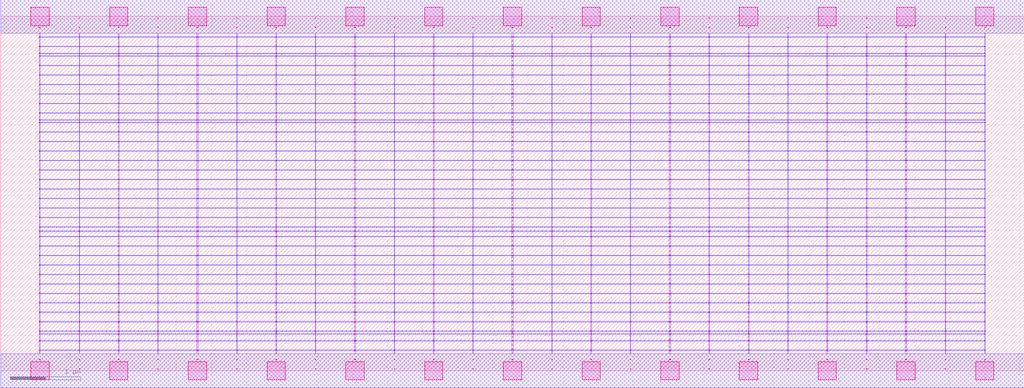
<source format=lef>
MACRO AAAOAOI33311_DEBUG
 CLASS CORE ;
 FOREIGN AAAOAOI33311_DEBUG 0 0 ;
 SIZE 14.56 BY 5.04 ;
 ORIGIN 0 0 ;
 SYMMETRY X Y R90 ;
 SITE unit ;

 OBS
    LAYER polycont ;
     RECT 7.27100000 2.58300000 7.28900000 2.59100000 ;
     RECT 7.27100000 2.71800000 7.28900000 2.72600000 ;
     RECT 7.27100000 2.85300000 7.28900000 2.86100000 ;
     RECT 7.27100000 2.98800000 7.28900000 2.99600000 ;
     RECT 9.51100000 2.58300000 9.52900000 2.59100000 ;
     RECT 10.07600000 2.58300000 10.08400000 2.59100000 ;
     RECT 10.63600000 2.58300000 10.64900000 2.59100000 ;
     RECT 11.19600000 2.58300000 11.20400000 2.59100000 ;
     RECT 11.75100000 2.58300000 11.76400000 2.59100000 ;
     RECT 12.31600000 2.58300000 12.32400000 2.59100000 ;
     RECT 12.87100000 2.58300000 12.88900000 2.59100000 ;
     RECT 13.43600000 2.58300000 13.44400000 2.59100000 ;
     RECT 13.99600000 2.58300000 14.00900000 2.59100000 ;
     RECT 7.83600000 2.58300000 7.84400000 2.59100000 ;
     RECT 7.83600000 2.71800000 7.84400000 2.72600000 ;
     RECT 8.39100000 2.71800000 8.40900000 2.72600000 ;
     RECT 8.95600000 2.71800000 8.96400000 2.72600000 ;
     RECT 9.51100000 2.71800000 9.52900000 2.72600000 ;
     RECT 10.07600000 2.71800000 10.08400000 2.72600000 ;
     RECT 10.63600000 2.71800000 10.64900000 2.72600000 ;
     RECT 11.19600000 2.71800000 11.20400000 2.72600000 ;
     RECT 11.75100000 2.71800000 11.76400000 2.72600000 ;
     RECT 12.31600000 2.71800000 12.32400000 2.72600000 ;
     RECT 12.87100000 2.71800000 12.88900000 2.72600000 ;
     RECT 13.43600000 2.71800000 13.44400000 2.72600000 ;
     RECT 13.99600000 2.71800000 14.00900000 2.72600000 ;
     RECT 8.39100000 2.58300000 8.40900000 2.59100000 ;
     RECT 7.83600000 2.85300000 7.84400000 2.86100000 ;
     RECT 8.39100000 2.85300000 8.40900000 2.86100000 ;
     RECT 8.95600000 2.85300000 8.96400000 2.86100000 ;
     RECT 9.51100000 2.85300000 9.52900000 2.86100000 ;
     RECT 10.07600000 2.85300000 10.08400000 2.86100000 ;
     RECT 10.63600000 2.85300000 10.64900000 2.86100000 ;
     RECT 11.19600000 2.85300000 11.20400000 2.86100000 ;
     RECT 11.75100000 2.85300000 11.76400000 2.86100000 ;
     RECT 12.31600000 2.85300000 12.32400000 2.86100000 ;
     RECT 12.87100000 2.85300000 12.88900000 2.86100000 ;
     RECT 13.43600000 2.85300000 13.44400000 2.86100000 ;
     RECT 13.99600000 2.85300000 14.00900000 2.86100000 ;
     RECT 8.95600000 2.58300000 8.96400000 2.59100000 ;
     RECT 7.83600000 2.98800000 7.84400000 2.99600000 ;
     RECT 8.39100000 2.98800000 8.40900000 2.99600000 ;
     RECT 8.95600000 2.98800000 8.96400000 2.99600000 ;
     RECT 9.51100000 2.98800000 9.52900000 2.99600000 ;
     RECT 10.07600000 2.98800000 10.08400000 2.99600000 ;
     RECT 10.63600000 2.98800000 10.64900000 2.99600000 ;
     RECT 11.19600000 2.98800000 11.20400000 2.99600000 ;
     RECT 11.75100000 2.98800000 11.76400000 2.99600000 ;
     RECT 12.31600000 2.98800000 12.32400000 2.99600000 ;
     RECT 12.87100000 2.98800000 12.88900000 2.99600000 ;
     RECT 13.43600000 2.98800000 13.44400000 2.99600000 ;
     RECT 13.99600000 2.98800000 14.00900000 2.99600000 ;
     RECT 11.19600000 3.12300000 11.20400000 3.13100000 ;
     RECT 11.19600000 3.25800000 11.20400000 3.26600000 ;
     RECT 11.19600000 3.39300000 11.20400000 3.40100000 ;
     RECT 11.19600000 3.52800000 11.20400000 3.53600000 ;
     RECT 11.19600000 3.56100000 11.20400000 3.56900000 ;
     RECT 11.19600000 3.66300000 11.20400000 3.67100000 ;
     RECT 11.19600000 3.79800000 11.20400000 3.80600000 ;
     RECT 11.19600000 3.93300000 11.20400000 3.94100000 ;
     RECT 11.19600000 4.06800000 11.20400000 4.07600000 ;
     RECT 11.19600000 4.20300000 11.20400000 4.21100000 ;
     RECT 11.19600000 4.33800000 11.20400000 4.34600000 ;
     RECT 11.19600000 4.47300000 11.20400000 4.48100000 ;
     RECT 11.19600000 4.51100000 11.20400000 4.51900000 ;
     RECT 11.19600000 4.60800000 11.20400000 4.61600000 ;
     RECT 11.19600000 4.74300000 11.20400000 4.75100000 ;
     RECT 11.19600000 4.87800000 11.20400000 4.88600000 ;
     RECT 4.47600000 2.71800000 4.48400000 2.72600000 ;
     RECT 5.03100000 2.71800000 5.04900000 2.72600000 ;
     RECT 5.59600000 2.71800000 5.60400000 2.72600000 ;
     RECT 6.15100000 2.71800000 6.16900000 2.72600000 ;
     RECT 6.71600000 2.71800000 6.72400000 2.72600000 ;
     RECT 1.11600000 2.58300000 1.12400000 2.59100000 ;
     RECT 1.67100000 2.58300000 1.68900000 2.59100000 ;
     RECT 0.55100000 2.98800000 0.56400000 2.99600000 ;
     RECT 1.11600000 2.98800000 1.12400000 2.99600000 ;
     RECT 1.67100000 2.98800000 1.68900000 2.99600000 ;
     RECT 2.23600000 2.98800000 2.24400000 2.99600000 ;
     RECT 2.79100000 2.98800000 2.80900000 2.99600000 ;
     RECT 3.35600000 2.98800000 3.36400000 2.99600000 ;
     RECT 3.91100000 2.98800000 3.92900000 2.99600000 ;
     RECT 4.47600000 2.98800000 4.48400000 2.99600000 ;
     RECT 5.03100000 2.98800000 5.04900000 2.99600000 ;
     RECT 5.59600000 2.98800000 5.60400000 2.99600000 ;
     RECT 6.15100000 2.98800000 6.16900000 2.99600000 ;
     RECT 6.71600000 2.98800000 6.72400000 2.99600000 ;
     RECT 2.23600000 2.58300000 2.24400000 2.59100000 ;
     RECT 2.79100000 2.58300000 2.80900000 2.59100000 ;
     RECT 3.35600000 2.58300000 3.36400000 2.59100000 ;
     RECT 3.91100000 2.58300000 3.92900000 2.59100000 ;
     RECT 4.47600000 2.58300000 4.48400000 2.59100000 ;
     RECT 5.03100000 2.58300000 5.04900000 2.59100000 ;
     RECT 5.59600000 2.58300000 5.60400000 2.59100000 ;
     RECT 6.15100000 2.58300000 6.16900000 2.59100000 ;
     RECT 6.71600000 2.58300000 6.72400000 2.59100000 ;
     RECT 0.55100000 2.58300000 0.56400000 2.59100000 ;
     RECT 0.55100000 2.71800000 0.56400000 2.72600000 ;
     RECT 0.55100000 2.85300000 0.56400000 2.86100000 ;
     RECT 1.11600000 2.85300000 1.12400000 2.86100000 ;
     RECT 1.67100000 2.85300000 1.68900000 2.86100000 ;
     RECT 2.23600000 2.85300000 2.24400000 2.86100000 ;
     RECT 2.79100000 2.85300000 2.80900000 2.86100000 ;
     RECT 3.35600000 2.85300000 3.36400000 2.86100000 ;
     RECT 3.91100000 2.85300000 3.92900000 2.86100000 ;
     RECT 4.47600000 2.85300000 4.48400000 2.86100000 ;
     RECT 5.03100000 2.85300000 5.04900000 2.86100000 ;
     RECT 5.59600000 2.85300000 5.60400000 2.86100000 ;
     RECT 6.15100000 2.85300000 6.16900000 2.86100000 ;
     RECT 6.71600000 2.85300000 6.72400000 2.86100000 ;
     RECT 1.11600000 2.71800000 1.12400000 2.72600000 ;
     RECT 1.67100000 2.71800000 1.68900000 2.72600000 ;
     RECT 2.23600000 2.71800000 2.24400000 2.72600000 ;
     RECT 2.79100000 2.71800000 2.80900000 2.72600000 ;
     RECT 3.35600000 2.71800000 3.36400000 2.72600000 ;
     RECT 3.91100000 2.71800000 3.92900000 2.72600000 ;
     RECT 7.83600000 2.04300000 7.84400000 2.05100000 ;
     RECT 7.83600000 2.17800000 7.84400000 2.18600000 ;
     RECT 7.83600000 2.31300000 7.84400000 2.32100000 ;
     RECT 7.83600000 2.44800000 7.84400000 2.45600000 ;
     RECT 7.83600000 0.15300000 7.84400000 0.16100000 ;
     RECT 7.83600000 0.28800000 7.84400000 0.29600000 ;
     RECT 7.83600000 0.42300000 7.84400000 0.43100000 ;
     RECT 7.83600000 0.52100000 7.84400000 0.52900000 ;
     RECT 7.83600000 0.55800000 7.84400000 0.56600000 ;
     RECT 7.83600000 0.69300000 7.84400000 0.70100000 ;
     RECT 7.83600000 0.82800000 7.84400000 0.83600000 ;
     RECT 7.83600000 0.96300000 7.84400000 0.97100000 ;
     RECT 7.83600000 1.09800000 7.84400000 1.10600000 ;
     RECT 7.83600000 1.23300000 7.84400000 1.24100000 ;
     RECT 7.83600000 1.36800000 7.84400000 1.37600000 ;
     RECT 7.83600000 1.50300000 7.84400000 1.51100000 ;
     RECT 7.83600000 1.63800000 7.84400000 1.64600000 ;
     RECT 7.83600000 1.77300000 7.84400000 1.78100000 ;
     RECT 7.83600000 1.90800000 7.84400000 1.91600000 ;
     RECT 7.83600000 1.98100000 7.84400000 1.98900000 ;

    LAYER pdiffc ;
     RECT 0.55100000 3.39300000 0.55900000 3.40100000 ;
     RECT 10.64100000 3.39300000 10.64900000 3.40100000 ;
     RECT 11.75100000 3.39300000 11.75900000 3.40100000 ;
     RECT 14.00100000 3.39300000 14.00900000 3.40100000 ;
     RECT 0.55100000 3.52800000 0.55900000 3.53600000 ;
     RECT 10.64100000 3.52800000 10.64900000 3.53600000 ;
     RECT 11.75100000 3.52800000 11.75900000 3.53600000 ;
     RECT 14.00100000 3.52800000 14.00900000 3.53600000 ;
     RECT 0.55100000 3.56100000 0.55900000 3.56900000 ;
     RECT 10.64100000 3.56100000 10.64900000 3.56900000 ;
     RECT 11.75100000 3.56100000 11.75900000 3.56900000 ;
     RECT 14.00100000 3.56100000 14.00900000 3.56900000 ;
     RECT 0.55100000 3.66300000 0.55900000 3.67100000 ;
     RECT 10.64100000 3.66300000 10.64900000 3.67100000 ;
     RECT 11.75100000 3.66300000 11.75900000 3.67100000 ;
     RECT 14.00100000 3.66300000 14.00900000 3.67100000 ;
     RECT 0.55100000 3.79800000 0.55900000 3.80600000 ;
     RECT 10.64100000 3.79800000 10.64900000 3.80600000 ;
     RECT 11.75100000 3.79800000 11.75900000 3.80600000 ;
     RECT 14.00100000 3.79800000 14.00900000 3.80600000 ;
     RECT 0.55100000 3.93300000 0.55900000 3.94100000 ;
     RECT 10.64100000 3.93300000 10.64900000 3.94100000 ;
     RECT 11.75100000 3.93300000 11.75900000 3.94100000 ;
     RECT 14.00100000 3.93300000 14.00900000 3.94100000 ;
     RECT 0.55100000 4.06800000 0.55900000 4.07600000 ;
     RECT 10.64100000 4.06800000 10.64900000 4.07600000 ;
     RECT 11.75100000 4.06800000 11.75900000 4.07600000 ;
     RECT 14.00100000 4.06800000 14.00900000 4.07600000 ;
     RECT 0.55100000 4.20300000 0.55900000 4.21100000 ;
     RECT 10.64100000 4.20300000 10.64900000 4.21100000 ;
     RECT 11.75100000 4.20300000 11.75900000 4.21100000 ;
     RECT 14.00100000 4.20300000 14.00900000 4.21100000 ;
     RECT 0.55100000 4.33800000 0.55900000 4.34600000 ;
     RECT 10.64100000 4.33800000 10.64900000 4.34600000 ;
     RECT 11.75100000 4.33800000 11.75900000 4.34600000 ;
     RECT 14.00100000 4.33800000 14.00900000 4.34600000 ;
     RECT 0.55100000 4.47300000 0.55900000 4.48100000 ;
     RECT 10.64100000 4.47300000 10.64900000 4.48100000 ;
     RECT 11.75100000 4.47300000 11.75900000 4.48100000 ;
     RECT 14.00100000 4.47300000 14.00900000 4.48100000 ;
     RECT 0.55100000 4.51100000 0.55900000 4.51900000 ;
     RECT 10.64100000 4.51100000 10.64900000 4.51900000 ;
     RECT 11.75100000 4.51100000 11.75900000 4.51900000 ;
     RECT 14.00100000 4.51100000 14.00900000 4.51900000 ;
     RECT 0.55100000 4.60800000 0.55900000 4.61600000 ;
     RECT 10.64100000 4.60800000 10.64900000 4.61600000 ;
     RECT 11.75100000 4.60800000 11.75900000 4.61600000 ;
     RECT 14.00100000 4.60800000 14.00900000 4.61600000 ;

    LAYER ndiffc ;
     RECT 7.27100000 0.42300000 7.28900000 0.43100000 ;
     RECT 7.27100000 0.52100000 7.28900000 0.52900000 ;
     RECT 7.27100000 0.55800000 7.28900000 0.56600000 ;
     RECT 7.27100000 0.69300000 7.28900000 0.70100000 ;
     RECT 7.27100000 0.82800000 7.28900000 0.83600000 ;
     RECT 7.27100000 0.96300000 7.28900000 0.97100000 ;
     RECT 7.27100000 1.09800000 7.28900000 1.10600000 ;
     RECT 7.27100000 1.23300000 7.28900000 1.24100000 ;
     RECT 7.27100000 1.36800000 7.28900000 1.37600000 ;
     RECT 7.27100000 1.50300000 7.28900000 1.51100000 ;
     RECT 7.27100000 1.63800000 7.28900000 1.64600000 ;
     RECT 7.27100000 1.77300000 7.28900000 1.78100000 ;
     RECT 7.27100000 1.90800000 7.28900000 1.91600000 ;
     RECT 7.27100000 1.98100000 7.28900000 1.98900000 ;
     RECT 7.27100000 2.04300000 7.28900000 2.05100000 ;
     RECT 8.39100000 0.55800000 8.40900000 0.56600000 ;
     RECT 9.51100000 0.55800000 9.52900000 0.56600000 ;
     RECT 10.63600000 0.55800000 10.64900000 0.56600000 ;
     RECT 11.75100000 0.55800000 11.76400000 0.56600000 ;
     RECT 12.87100000 0.55800000 12.88900000 0.56600000 ;
     RECT 13.99600000 0.55800000 14.00900000 0.56600000 ;
     RECT 10.63600000 0.42300000 10.64900000 0.43100000 ;
     RECT 8.39100000 0.69300000 8.40900000 0.70100000 ;
     RECT 9.51100000 0.69300000 9.52900000 0.70100000 ;
     RECT 10.63600000 0.69300000 10.64900000 0.70100000 ;
     RECT 11.75100000 0.69300000 11.76400000 0.70100000 ;
     RECT 12.87100000 0.69300000 12.88900000 0.70100000 ;
     RECT 13.99600000 0.69300000 14.00900000 0.70100000 ;
     RECT 11.75100000 0.42300000 11.76400000 0.43100000 ;
     RECT 8.39100000 0.82800000 8.40900000 0.83600000 ;
     RECT 9.51100000 0.82800000 9.52900000 0.83600000 ;
     RECT 10.63600000 0.82800000 10.64900000 0.83600000 ;
     RECT 11.75100000 0.82800000 11.76400000 0.83600000 ;
     RECT 12.87100000 0.82800000 12.88900000 0.83600000 ;
     RECT 13.99600000 0.82800000 14.00900000 0.83600000 ;
     RECT 12.87100000 0.42300000 12.88900000 0.43100000 ;
     RECT 8.39100000 0.96300000 8.40900000 0.97100000 ;
     RECT 9.51100000 0.96300000 9.52900000 0.97100000 ;
     RECT 10.63600000 0.96300000 10.64900000 0.97100000 ;
     RECT 11.75100000 0.96300000 11.76400000 0.97100000 ;
     RECT 12.87100000 0.96300000 12.88900000 0.97100000 ;
     RECT 13.99600000 0.96300000 14.00900000 0.97100000 ;
     RECT 13.99600000 0.42300000 14.00900000 0.43100000 ;
     RECT 8.39100000 1.09800000 8.40900000 1.10600000 ;
     RECT 9.51100000 1.09800000 9.52900000 1.10600000 ;
     RECT 10.63600000 1.09800000 10.64900000 1.10600000 ;
     RECT 11.75100000 1.09800000 11.76400000 1.10600000 ;
     RECT 12.87100000 1.09800000 12.88900000 1.10600000 ;
     RECT 13.99600000 1.09800000 14.00900000 1.10600000 ;
     RECT 8.39100000 0.42300000 8.40900000 0.43100000 ;
     RECT 8.39100000 1.23300000 8.40900000 1.24100000 ;
     RECT 9.51100000 1.23300000 9.52900000 1.24100000 ;
     RECT 10.63600000 1.23300000 10.64900000 1.24100000 ;
     RECT 11.75100000 1.23300000 11.76400000 1.24100000 ;
     RECT 12.87100000 1.23300000 12.88900000 1.24100000 ;
     RECT 13.99600000 1.23300000 14.00900000 1.24100000 ;
     RECT 8.39100000 0.52100000 8.40900000 0.52900000 ;
     RECT 8.39100000 1.36800000 8.40900000 1.37600000 ;
     RECT 9.51100000 1.36800000 9.52900000 1.37600000 ;
     RECT 10.63600000 1.36800000 10.64900000 1.37600000 ;
     RECT 11.75100000 1.36800000 11.76400000 1.37600000 ;
     RECT 12.87100000 1.36800000 12.88900000 1.37600000 ;
     RECT 13.99600000 1.36800000 14.00900000 1.37600000 ;
     RECT 9.51100000 0.52100000 9.52900000 0.52900000 ;
     RECT 8.39100000 1.50300000 8.40900000 1.51100000 ;
     RECT 9.51100000 1.50300000 9.52900000 1.51100000 ;
     RECT 10.63600000 1.50300000 10.64900000 1.51100000 ;
     RECT 11.75100000 1.50300000 11.76400000 1.51100000 ;
     RECT 12.87100000 1.50300000 12.88900000 1.51100000 ;
     RECT 13.99600000 1.50300000 14.00900000 1.51100000 ;
     RECT 10.63600000 0.52100000 10.64900000 0.52900000 ;
     RECT 8.39100000 1.63800000 8.40900000 1.64600000 ;
     RECT 9.51100000 1.63800000 9.52900000 1.64600000 ;
     RECT 10.63600000 1.63800000 10.64900000 1.64600000 ;
     RECT 11.75100000 1.63800000 11.76400000 1.64600000 ;
     RECT 12.87100000 1.63800000 12.88900000 1.64600000 ;
     RECT 13.99600000 1.63800000 14.00900000 1.64600000 ;
     RECT 11.75100000 0.52100000 11.76400000 0.52900000 ;
     RECT 8.39100000 1.77300000 8.40900000 1.78100000 ;
     RECT 9.51100000 1.77300000 9.52900000 1.78100000 ;
     RECT 10.63600000 1.77300000 10.64900000 1.78100000 ;
     RECT 11.75100000 1.77300000 11.76400000 1.78100000 ;
     RECT 12.87100000 1.77300000 12.88900000 1.78100000 ;
     RECT 13.99600000 1.77300000 14.00900000 1.78100000 ;
     RECT 12.87100000 0.52100000 12.88900000 0.52900000 ;
     RECT 8.39100000 1.90800000 8.40900000 1.91600000 ;
     RECT 9.51100000 1.90800000 9.52900000 1.91600000 ;
     RECT 10.63600000 1.90800000 10.64900000 1.91600000 ;
     RECT 11.75100000 1.90800000 11.76400000 1.91600000 ;
     RECT 12.87100000 1.90800000 12.88900000 1.91600000 ;
     RECT 13.99600000 1.90800000 14.00900000 1.91600000 ;
     RECT 13.99600000 0.52100000 14.00900000 0.52900000 ;
     RECT 8.39100000 1.98100000 8.40900000 1.98900000 ;
     RECT 9.51100000 1.98100000 9.52900000 1.98900000 ;
     RECT 10.63600000 1.98100000 10.64900000 1.98900000 ;
     RECT 11.75100000 1.98100000 11.76400000 1.98900000 ;
     RECT 12.87100000 1.98100000 12.88900000 1.98900000 ;
     RECT 13.99600000 1.98100000 14.00900000 1.98900000 ;
     RECT 9.51100000 0.42300000 9.52900000 0.43100000 ;
     RECT 8.39100000 2.04300000 8.40900000 2.05100000 ;
     RECT 9.51100000 2.04300000 9.52900000 2.05100000 ;
     RECT 10.63600000 2.04300000 10.64900000 2.05100000 ;
     RECT 11.75100000 2.04300000 11.76400000 2.05100000 ;
     RECT 12.87100000 2.04300000 12.88900000 2.05100000 ;
     RECT 13.99600000 2.04300000 14.00900000 2.05100000 ;
     RECT 1.67100000 1.36800000 1.68900000 1.37600000 ;
     RECT 2.79100000 1.36800000 2.80900000 1.37600000 ;
     RECT 3.91100000 1.36800000 3.92900000 1.37600000 ;
     RECT 5.03100000 1.36800000 5.04900000 1.37600000 ;
     RECT 6.15100000 1.36800000 6.16900000 1.37600000 ;
     RECT 5.03100000 0.82800000 5.04900000 0.83600000 ;
     RECT 6.15100000 0.82800000 6.16900000 0.83600000 ;
     RECT 2.79100000 0.55800000 2.80900000 0.56600000 ;
     RECT 3.91100000 0.55800000 3.92900000 0.56600000 ;
     RECT 5.03100000 0.55800000 5.04900000 0.56600000 ;
     RECT 6.15100000 0.55800000 6.16900000 0.56600000 ;
     RECT 1.67100000 0.52100000 1.68900000 0.52900000 ;
     RECT 0.55100000 1.50300000 0.56400000 1.51100000 ;
     RECT 1.67100000 1.50300000 1.68900000 1.51100000 ;
     RECT 2.79100000 1.50300000 2.80900000 1.51100000 ;
     RECT 3.91100000 1.50300000 3.92900000 1.51100000 ;
     RECT 5.03100000 1.50300000 5.04900000 1.51100000 ;
     RECT 6.15100000 1.50300000 6.16900000 1.51100000 ;
     RECT 2.79100000 0.52100000 2.80900000 0.52900000 ;
     RECT 3.91100000 0.52100000 3.92900000 0.52900000 ;
     RECT 0.55100000 0.96300000 0.56400000 0.97100000 ;
     RECT 1.67100000 0.96300000 1.68900000 0.97100000 ;
     RECT 2.79100000 0.96300000 2.80900000 0.97100000 ;
     RECT 3.91100000 0.96300000 3.92900000 0.97100000 ;
     RECT 5.03100000 0.96300000 5.04900000 0.97100000 ;
     RECT 0.55100000 1.63800000 0.56400000 1.64600000 ;
     RECT 1.67100000 1.63800000 1.68900000 1.64600000 ;
     RECT 2.79100000 1.63800000 2.80900000 1.64600000 ;
     RECT 3.91100000 1.63800000 3.92900000 1.64600000 ;
     RECT 5.03100000 1.63800000 5.04900000 1.64600000 ;
     RECT 6.15100000 1.63800000 6.16900000 1.64600000 ;
     RECT 6.15100000 0.96300000 6.16900000 0.97100000 ;
     RECT 5.03100000 0.52100000 5.04900000 0.52900000 ;
     RECT 6.15100000 0.52100000 6.16900000 0.52900000 ;
     RECT 1.67100000 0.42300000 1.68900000 0.43100000 ;
     RECT 2.79100000 0.42300000 2.80900000 0.43100000 ;
     RECT 0.55100000 0.69300000 0.56400000 0.70100000 ;
     RECT 1.67100000 0.69300000 1.68900000 0.70100000 ;
     RECT 0.55100000 1.77300000 0.56400000 1.78100000 ;
     RECT 1.67100000 1.77300000 1.68900000 1.78100000 ;
     RECT 2.79100000 1.77300000 2.80900000 1.78100000 ;
     RECT 3.91100000 1.77300000 3.92900000 1.78100000 ;
     RECT 5.03100000 1.77300000 5.04900000 1.78100000 ;
     RECT 6.15100000 1.77300000 6.16900000 1.78100000 ;
     RECT 2.79100000 0.69300000 2.80900000 0.70100000 ;
     RECT 0.55100000 1.09800000 0.56400000 1.10600000 ;
     RECT 1.67100000 1.09800000 1.68900000 1.10600000 ;
     RECT 2.79100000 1.09800000 2.80900000 1.10600000 ;
     RECT 3.91100000 1.09800000 3.92900000 1.10600000 ;
     RECT 5.03100000 1.09800000 5.04900000 1.10600000 ;
     RECT 6.15100000 1.09800000 6.16900000 1.10600000 ;
     RECT 0.55100000 1.90800000 0.56400000 1.91600000 ;
     RECT 1.67100000 1.90800000 1.68900000 1.91600000 ;
     RECT 2.79100000 1.90800000 2.80900000 1.91600000 ;
     RECT 3.91100000 1.90800000 3.92900000 1.91600000 ;
     RECT 5.03100000 1.90800000 5.04900000 1.91600000 ;
     RECT 6.15100000 1.90800000 6.16900000 1.91600000 ;
     RECT 3.91100000 0.69300000 3.92900000 0.70100000 ;
     RECT 5.03100000 0.69300000 5.04900000 0.70100000 ;
     RECT 6.15100000 0.69300000 6.16900000 0.70100000 ;
     RECT 3.91100000 0.42300000 3.92900000 0.43100000 ;
     RECT 5.03100000 0.42300000 5.04900000 0.43100000 ;
     RECT 6.15100000 0.42300000 6.16900000 0.43100000 ;
     RECT 0.55100000 0.42300000 0.56400000 0.43100000 ;
     RECT 0.55100000 1.98100000 0.56400000 1.98900000 ;
     RECT 1.67100000 1.98100000 1.68900000 1.98900000 ;
     RECT 2.79100000 1.98100000 2.80900000 1.98900000 ;
     RECT 3.91100000 1.98100000 3.92900000 1.98900000 ;
     RECT 5.03100000 1.98100000 5.04900000 1.98900000 ;
     RECT 6.15100000 1.98100000 6.16900000 1.98900000 ;
     RECT 0.55100000 1.23300000 0.56400000 1.24100000 ;
     RECT 1.67100000 1.23300000 1.68900000 1.24100000 ;
     RECT 2.79100000 1.23300000 2.80900000 1.24100000 ;
     RECT 3.91100000 1.23300000 3.92900000 1.24100000 ;
     RECT 5.03100000 1.23300000 5.04900000 1.24100000 ;
     RECT 6.15100000 1.23300000 6.16900000 1.24100000 ;
     RECT 0.55100000 0.52100000 0.56400000 0.52900000 ;
     RECT 0.55100000 2.04300000 0.56400000 2.05100000 ;
     RECT 1.67100000 2.04300000 1.68900000 2.05100000 ;
     RECT 2.79100000 2.04300000 2.80900000 2.05100000 ;
     RECT 3.91100000 2.04300000 3.92900000 2.05100000 ;
     RECT 5.03100000 2.04300000 5.04900000 2.05100000 ;
     RECT 6.15100000 2.04300000 6.16900000 2.05100000 ;
     RECT 0.55100000 0.55800000 0.56400000 0.56600000 ;
     RECT 1.67100000 0.55800000 1.68900000 0.56600000 ;
     RECT 0.55100000 0.82800000 0.56400000 0.83600000 ;
     RECT 1.67100000 0.82800000 1.68900000 0.83600000 ;
     RECT 2.79100000 0.82800000 2.80900000 0.83600000 ;
     RECT 3.91100000 0.82800000 3.92900000 0.83600000 ;
     RECT 0.55100000 1.36800000 0.56400000 1.37600000 ;

    LAYER met1 ;
     RECT 0.00000000 -0.24000000 14.56000000 0.24000000 ;
     RECT 7.27100000 0.24000000 7.28900000 0.28800000 ;
     RECT 0.55100000 0.28800000 14.00900000 0.29600000 ;
     RECT 7.27100000 0.29600000 7.28900000 0.42300000 ;
     RECT 0.55100000 0.42300000 14.00900000 0.43100000 ;
     RECT 7.27100000 0.43100000 7.28900000 0.52100000 ;
     RECT 0.55100000 0.52100000 14.00900000 0.52900000 ;
     RECT 7.27100000 0.52900000 7.28900000 0.55800000 ;
     RECT 0.55100000 0.55800000 14.00900000 0.56600000 ;
     RECT 7.27100000 0.56600000 7.28900000 0.69300000 ;
     RECT 0.55100000 0.69300000 14.00900000 0.70100000 ;
     RECT 7.27100000 0.70100000 7.28900000 0.82800000 ;
     RECT 0.55100000 0.82800000 14.00900000 0.83600000 ;
     RECT 7.27100000 0.83600000 7.28900000 0.96300000 ;
     RECT 0.55100000 0.96300000 14.00900000 0.97100000 ;
     RECT 7.27100000 0.97100000 7.28900000 1.09800000 ;
     RECT 0.55100000 1.09800000 14.00900000 1.10600000 ;
     RECT 7.27100000 1.10600000 7.28900000 1.23300000 ;
     RECT 0.55100000 1.23300000 14.00900000 1.24100000 ;
     RECT 7.27100000 1.24100000 7.28900000 1.36800000 ;
     RECT 0.55100000 1.36800000 14.00900000 1.37600000 ;
     RECT 7.27100000 1.37600000 7.28900000 1.50300000 ;
     RECT 0.55100000 1.50300000 14.00900000 1.51100000 ;
     RECT 7.27100000 1.51100000 7.28900000 1.63800000 ;
     RECT 0.55100000 1.63800000 14.00900000 1.64600000 ;
     RECT 7.27100000 1.64600000 7.28900000 1.77300000 ;
     RECT 0.55100000 1.77300000 14.00900000 1.78100000 ;
     RECT 7.27100000 1.78100000 7.28900000 1.90800000 ;
     RECT 0.55100000 1.90800000 14.00900000 1.91600000 ;
     RECT 7.27100000 1.91600000 7.28900000 1.98100000 ;
     RECT 0.55100000 1.98100000 14.00900000 1.98900000 ;
     RECT 7.27100000 1.98900000 7.28900000 2.04300000 ;
     RECT 0.55100000 2.04300000 14.00900000 2.05100000 ;
     RECT 7.27100000 2.05100000 7.28900000 2.17800000 ;
     RECT 0.55100000 2.17800000 14.00900000 2.18600000 ;
     RECT 7.27100000 2.18600000 7.28900000 2.31300000 ;
     RECT 0.55100000 2.31300000 14.00900000 2.32100000 ;
     RECT 7.27100000 2.32100000 7.28900000 2.44800000 ;
     RECT 0.55100000 2.44800000 14.00900000 2.45600000 ;
     RECT 0.55100000 2.45600000 0.56400000 2.58300000 ;
     RECT 1.11600000 2.45600000 1.12400000 2.58300000 ;
     RECT 1.67100000 2.45600000 1.68900000 2.58300000 ;
     RECT 2.23600000 2.45600000 2.24400000 2.58300000 ;
     RECT 2.79100000 2.45600000 2.80900000 2.58300000 ;
     RECT 3.35600000 2.45600000 3.36400000 2.58300000 ;
     RECT 3.91100000 2.45600000 3.92900000 2.58300000 ;
     RECT 4.47600000 2.45600000 4.48400000 2.58300000 ;
     RECT 5.03100000 2.45600000 5.04900000 2.58300000 ;
     RECT 5.59600000 2.45600000 5.60400000 2.58300000 ;
     RECT 6.15100000 2.45600000 6.16900000 2.58300000 ;
     RECT 6.71600000 2.45600000 6.72400000 2.58300000 ;
     RECT 7.27100000 2.45600000 7.28900000 2.58300000 ;
     RECT 7.83600000 2.45600000 7.84400000 2.58300000 ;
     RECT 8.39100000 2.45600000 8.40900000 2.58300000 ;
     RECT 8.95600000 2.45600000 8.96400000 2.58300000 ;
     RECT 9.51100000 2.45600000 9.52900000 2.58300000 ;
     RECT 10.07600000 2.45600000 10.08400000 2.58300000 ;
     RECT 10.63600000 2.45600000 10.64900000 2.58300000 ;
     RECT 11.19600000 2.45600000 11.20400000 2.58300000 ;
     RECT 11.75100000 2.45600000 11.76400000 2.58300000 ;
     RECT 12.31600000 2.45600000 12.32400000 2.58300000 ;
     RECT 12.87100000 2.45600000 12.88900000 2.58300000 ;
     RECT 13.43600000 2.45600000 13.44400000 2.58300000 ;
     RECT 13.99600000 2.45600000 14.00900000 2.58300000 ;
     RECT 0.55100000 2.58300000 14.00900000 2.59100000 ;
     RECT 7.27100000 2.59100000 7.28900000 2.71800000 ;
     RECT 0.55100000 2.71800000 14.00900000 2.72600000 ;
     RECT 7.27100000 2.72600000 7.28900000 2.85300000 ;
     RECT 0.55100000 2.85300000 14.00900000 2.86100000 ;
     RECT 7.27100000 2.86100000 7.28900000 2.98800000 ;
     RECT 0.55100000 2.98800000 14.00900000 2.99600000 ;
     RECT 7.27100000 2.99600000 7.28900000 3.12300000 ;
     RECT 0.55100000 3.12300000 14.00900000 3.13100000 ;
     RECT 7.27100000 3.13100000 7.28900000 3.25800000 ;
     RECT 0.55100000 3.25800000 14.00900000 3.26600000 ;
     RECT 7.27100000 3.26600000 7.28900000 3.39300000 ;
     RECT 0.55100000 3.39300000 14.00900000 3.40100000 ;
     RECT 7.27100000 3.40100000 7.28900000 3.52800000 ;
     RECT 0.55100000 3.52800000 14.00900000 3.53600000 ;
     RECT 7.27100000 3.53600000 7.28900000 3.56100000 ;
     RECT 0.55100000 3.56100000 14.00900000 3.56900000 ;
     RECT 7.27100000 3.56900000 7.28900000 3.66300000 ;
     RECT 0.55100000 3.66300000 14.00900000 3.67100000 ;
     RECT 7.27100000 3.67100000 7.28900000 3.79800000 ;
     RECT 0.55100000 3.79800000 14.00900000 3.80600000 ;
     RECT 7.27100000 3.80600000 7.28900000 3.93300000 ;
     RECT 0.55100000 3.93300000 14.00900000 3.94100000 ;
     RECT 7.27100000 3.94100000 7.28900000 4.06800000 ;
     RECT 0.55100000 4.06800000 14.00900000 4.07600000 ;
     RECT 7.27100000 4.07600000 7.28900000 4.20300000 ;
     RECT 0.55100000 4.20300000 14.00900000 4.21100000 ;
     RECT 7.27100000 4.21100000 7.28900000 4.33800000 ;
     RECT 0.55100000 4.33800000 14.00900000 4.34600000 ;
     RECT 7.27100000 4.34600000 7.28900000 4.47300000 ;
     RECT 0.55100000 4.47300000 14.00900000 4.48100000 ;
     RECT 7.27100000 4.48100000 7.28900000 4.51100000 ;
     RECT 0.55100000 4.51100000 14.00900000 4.51900000 ;
     RECT 7.27100000 4.51900000 7.28900000 4.60800000 ;
     RECT 0.55100000 4.60800000 14.00900000 4.61600000 ;
     RECT 7.27100000 4.61600000 7.28900000 4.74300000 ;
     RECT 0.55100000 4.74300000 14.00900000 4.75100000 ;
     RECT 7.27100000 4.75100000 7.28900000 4.80000000 ;
     RECT 0.00000000 4.80000000 14.56000000 5.28000000 ;
     RECT 7.83600000 3.80600000 7.84400000 3.93300000 ;
     RECT 8.39100000 3.80600000 8.40900000 3.93300000 ;
     RECT 8.95600000 3.80600000 8.96400000 3.93300000 ;
     RECT 9.51100000 3.80600000 9.52900000 3.93300000 ;
     RECT 10.07600000 3.80600000 10.08400000 3.93300000 ;
     RECT 10.63600000 3.80600000 10.64900000 3.93300000 ;
     RECT 11.19600000 3.80600000 11.20400000 3.93300000 ;
     RECT 11.75100000 3.80600000 11.76400000 3.93300000 ;
     RECT 12.31600000 3.80600000 12.32400000 3.93300000 ;
     RECT 12.87100000 3.80600000 12.88900000 3.93300000 ;
     RECT 13.43600000 3.80600000 13.44400000 3.93300000 ;
     RECT 13.99600000 3.80600000 14.00900000 3.93300000 ;
     RECT 11.19600000 3.94100000 11.20400000 4.06800000 ;
     RECT 11.75100000 3.94100000 11.76400000 4.06800000 ;
     RECT 12.31600000 3.94100000 12.32400000 4.06800000 ;
     RECT 12.87100000 3.94100000 12.88900000 4.06800000 ;
     RECT 13.43600000 3.94100000 13.44400000 4.06800000 ;
     RECT 13.99600000 3.94100000 14.00900000 4.06800000 ;
     RECT 11.19600000 4.07600000 11.20400000 4.20300000 ;
     RECT 11.75100000 4.07600000 11.76400000 4.20300000 ;
     RECT 12.31600000 4.07600000 12.32400000 4.20300000 ;
     RECT 12.87100000 4.07600000 12.88900000 4.20300000 ;
     RECT 13.43600000 4.07600000 13.44400000 4.20300000 ;
     RECT 13.99600000 4.07600000 14.00900000 4.20300000 ;
     RECT 11.19600000 4.21100000 11.20400000 4.33800000 ;
     RECT 11.75100000 4.21100000 11.76400000 4.33800000 ;
     RECT 12.31600000 4.21100000 12.32400000 4.33800000 ;
     RECT 12.87100000 4.21100000 12.88900000 4.33800000 ;
     RECT 13.43600000 4.21100000 13.44400000 4.33800000 ;
     RECT 13.99600000 4.21100000 14.00900000 4.33800000 ;
     RECT 11.19600000 4.34600000 11.20400000 4.47300000 ;
     RECT 11.75100000 4.34600000 11.76400000 4.47300000 ;
     RECT 12.31600000 4.34600000 12.32400000 4.47300000 ;
     RECT 12.87100000 4.34600000 12.88900000 4.47300000 ;
     RECT 13.43600000 4.34600000 13.44400000 4.47300000 ;
     RECT 13.99600000 4.34600000 14.00900000 4.47300000 ;
     RECT 11.19600000 4.48100000 11.20400000 4.51100000 ;
     RECT 11.75100000 4.48100000 11.76400000 4.51100000 ;
     RECT 12.31600000 4.48100000 12.32400000 4.51100000 ;
     RECT 12.87100000 4.48100000 12.88900000 4.51100000 ;
     RECT 13.43600000 4.48100000 13.44400000 4.51100000 ;
     RECT 13.99600000 4.48100000 14.00900000 4.51100000 ;
     RECT 11.19600000 4.51900000 11.20400000 4.60800000 ;
     RECT 11.75100000 4.51900000 11.76400000 4.60800000 ;
     RECT 12.31600000 4.51900000 12.32400000 4.60800000 ;
     RECT 12.87100000 4.51900000 12.88900000 4.60800000 ;
     RECT 13.43600000 4.51900000 13.44400000 4.60800000 ;
     RECT 13.99600000 4.51900000 14.00900000 4.60800000 ;
     RECT 11.19600000 4.61600000 11.20400000 4.74300000 ;
     RECT 11.75100000 4.61600000 11.76400000 4.74300000 ;
     RECT 12.31600000 4.61600000 12.32400000 4.74300000 ;
     RECT 12.87100000 4.61600000 12.88900000 4.74300000 ;
     RECT 13.43600000 4.61600000 13.44400000 4.74300000 ;
     RECT 13.99600000 4.61600000 14.00900000 4.74300000 ;
     RECT 11.19600000 4.75100000 11.20400000 4.80000000 ;
     RECT 11.75100000 4.75100000 11.76400000 4.80000000 ;
     RECT 12.31600000 4.75100000 12.32400000 4.80000000 ;
     RECT 12.87100000 4.75100000 12.88900000 4.80000000 ;
     RECT 13.43600000 4.75100000 13.44400000 4.80000000 ;
     RECT 13.99600000 4.75100000 14.00900000 4.80000000 ;
     RECT 7.83600000 4.48100000 7.84400000 4.51100000 ;
     RECT 8.39100000 4.48100000 8.40900000 4.51100000 ;
     RECT 8.95600000 4.48100000 8.96400000 4.51100000 ;
     RECT 9.51100000 4.48100000 9.52900000 4.51100000 ;
     RECT 10.07600000 4.48100000 10.08400000 4.51100000 ;
     RECT 10.63600000 4.48100000 10.64900000 4.51100000 ;
     RECT 7.83600000 4.21100000 7.84400000 4.33800000 ;
     RECT 8.39100000 4.21100000 8.40900000 4.33800000 ;
     RECT 8.95600000 4.21100000 8.96400000 4.33800000 ;
     RECT 9.51100000 4.21100000 9.52900000 4.33800000 ;
     RECT 10.07600000 4.21100000 10.08400000 4.33800000 ;
     RECT 10.63600000 4.21100000 10.64900000 4.33800000 ;
     RECT 7.83600000 4.51900000 7.84400000 4.60800000 ;
     RECT 8.39100000 4.51900000 8.40900000 4.60800000 ;
     RECT 8.95600000 4.51900000 8.96400000 4.60800000 ;
     RECT 9.51100000 4.51900000 9.52900000 4.60800000 ;
     RECT 10.07600000 4.51900000 10.08400000 4.60800000 ;
     RECT 10.63600000 4.51900000 10.64900000 4.60800000 ;
     RECT 7.83600000 4.07600000 7.84400000 4.20300000 ;
     RECT 8.39100000 4.07600000 8.40900000 4.20300000 ;
     RECT 8.95600000 4.07600000 8.96400000 4.20300000 ;
     RECT 9.51100000 4.07600000 9.52900000 4.20300000 ;
     RECT 10.07600000 4.07600000 10.08400000 4.20300000 ;
     RECT 10.63600000 4.07600000 10.64900000 4.20300000 ;
     RECT 7.83600000 4.61600000 7.84400000 4.74300000 ;
     RECT 8.39100000 4.61600000 8.40900000 4.74300000 ;
     RECT 8.95600000 4.61600000 8.96400000 4.74300000 ;
     RECT 9.51100000 4.61600000 9.52900000 4.74300000 ;
     RECT 10.07600000 4.61600000 10.08400000 4.74300000 ;
     RECT 10.63600000 4.61600000 10.64900000 4.74300000 ;
     RECT 7.83600000 4.34600000 7.84400000 4.47300000 ;
     RECT 8.39100000 4.34600000 8.40900000 4.47300000 ;
     RECT 8.95600000 4.34600000 8.96400000 4.47300000 ;
     RECT 9.51100000 4.34600000 9.52900000 4.47300000 ;
     RECT 10.07600000 4.34600000 10.08400000 4.47300000 ;
     RECT 10.63600000 4.34600000 10.64900000 4.47300000 ;
     RECT 7.83600000 4.75100000 7.84400000 4.80000000 ;
     RECT 8.39100000 4.75100000 8.40900000 4.80000000 ;
     RECT 8.95600000 4.75100000 8.96400000 4.80000000 ;
     RECT 9.51100000 4.75100000 9.52900000 4.80000000 ;
     RECT 10.07600000 4.75100000 10.08400000 4.80000000 ;
     RECT 10.63600000 4.75100000 10.64900000 4.80000000 ;
     RECT 7.83600000 3.94100000 7.84400000 4.06800000 ;
     RECT 8.39100000 3.94100000 8.40900000 4.06800000 ;
     RECT 8.95600000 3.94100000 8.96400000 4.06800000 ;
     RECT 9.51100000 3.94100000 9.52900000 4.06800000 ;
     RECT 10.07600000 3.94100000 10.08400000 4.06800000 ;
     RECT 10.63600000 3.94100000 10.64900000 4.06800000 ;
     RECT 7.83600000 2.99600000 7.84400000 3.12300000 ;
     RECT 8.39100000 2.99600000 8.40900000 3.12300000 ;
     RECT 8.95600000 2.99600000 8.96400000 3.12300000 ;
     RECT 9.51100000 2.99600000 9.52900000 3.12300000 ;
     RECT 10.07600000 2.99600000 10.08400000 3.12300000 ;
     RECT 10.63600000 2.99600000 10.64900000 3.12300000 ;
     RECT 7.83600000 2.86100000 7.84400000 2.98800000 ;
     RECT 8.39100000 2.86100000 8.40900000 2.98800000 ;
     RECT 7.83600000 3.13100000 7.84400000 3.25800000 ;
     RECT 8.39100000 3.13100000 8.40900000 3.25800000 ;
     RECT 8.95600000 3.13100000 8.96400000 3.25800000 ;
     RECT 9.51100000 3.13100000 9.52900000 3.25800000 ;
     RECT 10.07600000 3.13100000 10.08400000 3.25800000 ;
     RECT 10.63600000 3.13100000 10.64900000 3.25800000 ;
     RECT 7.83600000 3.26600000 7.84400000 3.39300000 ;
     RECT 8.39100000 3.26600000 8.40900000 3.39300000 ;
     RECT 8.95600000 3.26600000 8.96400000 3.39300000 ;
     RECT 9.51100000 3.26600000 9.52900000 3.39300000 ;
     RECT 10.07600000 3.26600000 10.08400000 3.39300000 ;
     RECT 10.63600000 3.26600000 10.64900000 3.39300000 ;
     RECT 8.95600000 2.86100000 8.96400000 2.98800000 ;
     RECT 9.51100000 2.86100000 9.52900000 2.98800000 ;
     RECT 7.83600000 3.40100000 7.84400000 3.52800000 ;
     RECT 8.39100000 3.40100000 8.40900000 3.52800000 ;
     RECT 8.95600000 3.40100000 8.96400000 3.52800000 ;
     RECT 9.51100000 3.40100000 9.52900000 3.52800000 ;
     RECT 10.07600000 3.40100000 10.08400000 3.52800000 ;
     RECT 10.63600000 3.40100000 10.64900000 3.52800000 ;
     RECT 7.83600000 2.59100000 7.84400000 2.71800000 ;
     RECT 8.39100000 2.59100000 8.40900000 2.71800000 ;
     RECT 7.83600000 3.53600000 7.84400000 3.56100000 ;
     RECT 8.39100000 3.53600000 8.40900000 3.56100000 ;
     RECT 8.95600000 3.53600000 8.96400000 3.56100000 ;
     RECT 9.51100000 3.53600000 9.52900000 3.56100000 ;
     RECT 10.07600000 2.86100000 10.08400000 2.98800000 ;
     RECT 10.63600000 2.86100000 10.64900000 2.98800000 ;
     RECT 10.07600000 3.53600000 10.08400000 3.56100000 ;
     RECT 10.63600000 3.53600000 10.64900000 3.56100000 ;
     RECT 7.83600000 2.72600000 7.84400000 2.85300000 ;
     RECT 8.39100000 2.72600000 8.40900000 2.85300000 ;
     RECT 7.83600000 3.56900000 7.84400000 3.66300000 ;
     RECT 8.39100000 3.56900000 8.40900000 3.66300000 ;
     RECT 8.95600000 3.56900000 8.96400000 3.66300000 ;
     RECT 9.51100000 3.56900000 9.52900000 3.66300000 ;
     RECT 10.07600000 3.56900000 10.08400000 3.66300000 ;
     RECT 10.63600000 3.56900000 10.64900000 3.66300000 ;
     RECT 8.95600000 2.72600000 8.96400000 2.85300000 ;
     RECT 9.51100000 2.72600000 9.52900000 2.85300000 ;
     RECT 7.83600000 3.67100000 7.84400000 3.79800000 ;
     RECT 8.39100000 3.67100000 8.40900000 3.79800000 ;
     RECT 8.95600000 3.67100000 8.96400000 3.79800000 ;
     RECT 9.51100000 3.67100000 9.52900000 3.79800000 ;
     RECT 8.95600000 2.59100000 8.96400000 2.71800000 ;
     RECT 9.51100000 2.59100000 9.52900000 2.71800000 ;
     RECT 10.07600000 3.67100000 10.08400000 3.79800000 ;
     RECT 10.63600000 3.67100000 10.64900000 3.79800000 ;
     RECT 10.07600000 2.72600000 10.08400000 2.85300000 ;
     RECT 10.63600000 2.72600000 10.64900000 2.85300000 ;
     RECT 10.07600000 2.59100000 10.08400000 2.71800000 ;
     RECT 10.63600000 2.59100000 10.64900000 2.71800000 ;
     RECT 12.31600000 3.13100000 12.32400000 3.25800000 ;
     RECT 12.87100000 3.13100000 12.88900000 3.25800000 ;
     RECT 13.43600000 3.13100000 13.44400000 3.25800000 ;
     RECT 13.99600000 3.13100000 14.00900000 3.25800000 ;
     RECT 11.19600000 2.72600000 11.20400000 2.85300000 ;
     RECT 11.75100000 2.72600000 11.76400000 2.85300000 ;
     RECT 12.31600000 2.59100000 12.32400000 2.71800000 ;
     RECT 12.87100000 2.59100000 12.88900000 2.71800000 ;
     RECT 12.87100000 2.99600000 12.88900000 3.12300000 ;
     RECT 11.19600000 3.53600000 11.20400000 3.56100000 ;
     RECT 11.75100000 3.53600000 11.76400000 3.56100000 ;
     RECT 12.31600000 3.53600000 12.32400000 3.56100000 ;
     RECT 12.87100000 3.53600000 12.88900000 3.56100000 ;
     RECT 13.43600000 3.53600000 13.44400000 3.56100000 ;
     RECT 13.99600000 3.53600000 14.00900000 3.56100000 ;
     RECT 13.43600000 2.99600000 13.44400000 3.12300000 ;
     RECT 13.99600000 2.99600000 14.00900000 3.12300000 ;
     RECT 11.19600000 2.59100000 11.20400000 2.71800000 ;
     RECT 12.31600000 2.72600000 12.32400000 2.85300000 ;
     RECT 12.87100000 2.72600000 12.88900000 2.85300000 ;
     RECT 11.75100000 2.59100000 11.76400000 2.71800000 ;
     RECT 13.99600000 2.86100000 14.00900000 2.98800000 ;
     RECT 11.19600000 3.26600000 11.20400000 3.39300000 ;
     RECT 11.75100000 3.26600000 11.76400000 3.39300000 ;
     RECT 12.31600000 3.26600000 12.32400000 3.39300000 ;
     RECT 11.19600000 3.56900000 11.20400000 3.66300000 ;
     RECT 11.75100000 3.56900000 11.76400000 3.66300000 ;
     RECT 12.31600000 3.56900000 12.32400000 3.66300000 ;
     RECT 12.87100000 3.56900000 12.88900000 3.66300000 ;
     RECT 13.43600000 3.56900000 13.44400000 3.66300000 ;
     RECT 13.99600000 3.56900000 14.00900000 3.66300000 ;
     RECT 12.87100000 3.26600000 12.88900000 3.39300000 ;
     RECT 13.43600000 2.72600000 13.44400000 2.85300000 ;
     RECT 13.99600000 2.72600000 14.00900000 2.85300000 ;
     RECT 13.43600000 3.26600000 13.44400000 3.39300000 ;
     RECT 13.99600000 3.26600000 14.00900000 3.39300000 ;
     RECT 13.43600000 2.59100000 13.44400000 2.71800000 ;
     RECT 13.99600000 2.59100000 14.00900000 2.71800000 ;
     RECT 12.87100000 2.86100000 12.88900000 2.98800000 ;
     RECT 13.43600000 2.86100000 13.44400000 2.98800000 ;
     RECT 11.19600000 2.99600000 11.20400000 3.12300000 ;
     RECT 11.19600000 3.67100000 11.20400000 3.79800000 ;
     RECT 11.75100000 3.67100000 11.76400000 3.79800000 ;
     RECT 12.31600000 3.67100000 12.32400000 3.79800000 ;
     RECT 12.87100000 3.67100000 12.88900000 3.79800000 ;
     RECT 11.19600000 2.86100000 11.20400000 2.98800000 ;
     RECT 11.75100000 2.86100000 11.76400000 2.98800000 ;
     RECT 13.43600000 3.67100000 13.44400000 3.79800000 ;
     RECT 13.99600000 3.67100000 14.00900000 3.79800000 ;
     RECT 11.75100000 2.99600000 11.76400000 3.12300000 ;
     RECT 12.31600000 2.99600000 12.32400000 3.12300000 ;
     RECT 11.19600000 3.13100000 11.20400000 3.25800000 ;
     RECT 11.19600000 3.40100000 11.20400000 3.52800000 ;
     RECT 11.75100000 3.40100000 11.76400000 3.52800000 ;
     RECT 12.31600000 3.40100000 12.32400000 3.52800000 ;
     RECT 12.87100000 3.40100000 12.88900000 3.52800000 ;
     RECT 13.43600000 3.40100000 13.44400000 3.52800000 ;
     RECT 13.99600000 3.40100000 14.00900000 3.52800000 ;
     RECT 11.75100000 3.13100000 11.76400000 3.25800000 ;
     RECT 12.31600000 2.86100000 12.32400000 2.98800000 ;
     RECT 3.91100000 3.80600000 3.92900000 3.93300000 ;
     RECT 4.47600000 3.80600000 4.48400000 3.93300000 ;
     RECT 5.03100000 3.80600000 5.04900000 3.93300000 ;
     RECT 5.59600000 3.80600000 5.60400000 3.93300000 ;
     RECT 6.15100000 3.80600000 6.16900000 3.93300000 ;
     RECT 6.71600000 3.80600000 6.72400000 3.93300000 ;
     RECT 0.55100000 3.80600000 0.56400000 3.93300000 ;
     RECT 1.11600000 3.80600000 1.12400000 3.93300000 ;
     RECT 1.67100000 3.80600000 1.68900000 3.93300000 ;
     RECT 2.23600000 3.80600000 2.24400000 3.93300000 ;
     RECT 2.79100000 3.80600000 2.80900000 3.93300000 ;
     RECT 3.35600000 3.80600000 3.36400000 3.93300000 ;
     RECT 3.91100000 4.07600000 3.92900000 4.20300000 ;
     RECT 4.47600000 4.07600000 4.48400000 4.20300000 ;
     RECT 5.03100000 4.07600000 5.04900000 4.20300000 ;
     RECT 5.59600000 4.07600000 5.60400000 4.20300000 ;
     RECT 6.15100000 4.07600000 6.16900000 4.20300000 ;
     RECT 6.71600000 4.07600000 6.72400000 4.20300000 ;
     RECT 3.91100000 4.21100000 3.92900000 4.33800000 ;
     RECT 4.47600000 4.21100000 4.48400000 4.33800000 ;
     RECT 5.03100000 4.21100000 5.04900000 4.33800000 ;
     RECT 5.59600000 4.21100000 5.60400000 4.33800000 ;
     RECT 6.15100000 4.21100000 6.16900000 4.33800000 ;
     RECT 6.71600000 4.21100000 6.72400000 4.33800000 ;
     RECT 3.91100000 4.34600000 3.92900000 4.47300000 ;
     RECT 4.47600000 4.34600000 4.48400000 4.47300000 ;
     RECT 5.03100000 4.34600000 5.04900000 4.47300000 ;
     RECT 5.59600000 4.34600000 5.60400000 4.47300000 ;
     RECT 6.15100000 4.34600000 6.16900000 4.47300000 ;
     RECT 6.71600000 4.34600000 6.72400000 4.47300000 ;
     RECT 3.91100000 4.48100000 3.92900000 4.51100000 ;
     RECT 4.47600000 4.48100000 4.48400000 4.51100000 ;
     RECT 5.03100000 4.48100000 5.04900000 4.51100000 ;
     RECT 5.59600000 4.48100000 5.60400000 4.51100000 ;
     RECT 6.15100000 4.48100000 6.16900000 4.51100000 ;
     RECT 6.71600000 4.48100000 6.72400000 4.51100000 ;
     RECT 3.91100000 4.51900000 3.92900000 4.60800000 ;
     RECT 4.47600000 4.51900000 4.48400000 4.60800000 ;
     RECT 5.03100000 4.51900000 5.04900000 4.60800000 ;
     RECT 5.59600000 4.51900000 5.60400000 4.60800000 ;
     RECT 6.15100000 4.51900000 6.16900000 4.60800000 ;
     RECT 6.71600000 4.51900000 6.72400000 4.60800000 ;
     RECT 3.91100000 4.61600000 3.92900000 4.74300000 ;
     RECT 4.47600000 4.61600000 4.48400000 4.74300000 ;
     RECT 5.03100000 4.61600000 5.04900000 4.74300000 ;
     RECT 5.59600000 4.61600000 5.60400000 4.74300000 ;
     RECT 6.15100000 4.61600000 6.16900000 4.74300000 ;
     RECT 6.71600000 4.61600000 6.72400000 4.74300000 ;
     RECT 3.91100000 4.75100000 3.92900000 4.80000000 ;
     RECT 4.47600000 4.75100000 4.48400000 4.80000000 ;
     RECT 5.03100000 4.75100000 5.04900000 4.80000000 ;
     RECT 5.59600000 4.75100000 5.60400000 4.80000000 ;
     RECT 6.15100000 4.75100000 6.16900000 4.80000000 ;
     RECT 6.71600000 4.75100000 6.72400000 4.80000000 ;
     RECT 3.91100000 3.94100000 3.92900000 4.06800000 ;
     RECT 4.47600000 3.94100000 4.48400000 4.06800000 ;
     RECT 5.03100000 3.94100000 5.04900000 4.06800000 ;
     RECT 5.59600000 3.94100000 5.60400000 4.06800000 ;
     RECT 6.15100000 3.94100000 6.16900000 4.06800000 ;
     RECT 6.71600000 3.94100000 6.72400000 4.06800000 ;
     RECT 0.55100000 4.21100000 0.56400000 4.33800000 ;
     RECT 1.11600000 4.21100000 1.12400000 4.33800000 ;
     RECT 1.67100000 4.21100000 1.68900000 4.33800000 ;
     RECT 2.23600000 4.21100000 2.24400000 4.33800000 ;
     RECT 2.79100000 4.21100000 2.80900000 4.33800000 ;
     RECT 3.35600000 4.21100000 3.36400000 4.33800000 ;
     RECT 0.55100000 4.51900000 0.56400000 4.60800000 ;
     RECT 1.11600000 4.51900000 1.12400000 4.60800000 ;
     RECT 1.67100000 4.51900000 1.68900000 4.60800000 ;
     RECT 2.23600000 4.51900000 2.24400000 4.60800000 ;
     RECT 2.79100000 4.51900000 2.80900000 4.60800000 ;
     RECT 3.35600000 4.51900000 3.36400000 4.60800000 ;
     RECT 0.55100000 4.07600000 0.56400000 4.20300000 ;
     RECT 1.11600000 4.07600000 1.12400000 4.20300000 ;
     RECT 1.67100000 4.07600000 1.68900000 4.20300000 ;
     RECT 2.23600000 4.07600000 2.24400000 4.20300000 ;
     RECT 2.79100000 4.07600000 2.80900000 4.20300000 ;
     RECT 3.35600000 4.07600000 3.36400000 4.20300000 ;
     RECT 0.55100000 4.61600000 0.56400000 4.74300000 ;
     RECT 1.11600000 4.61600000 1.12400000 4.74300000 ;
     RECT 1.67100000 4.61600000 1.68900000 4.74300000 ;
     RECT 2.23600000 4.61600000 2.24400000 4.74300000 ;
     RECT 2.79100000 4.61600000 2.80900000 4.74300000 ;
     RECT 3.35600000 4.61600000 3.36400000 4.74300000 ;
     RECT 0.55100000 4.34600000 0.56400000 4.47300000 ;
     RECT 1.11600000 4.34600000 1.12400000 4.47300000 ;
     RECT 1.67100000 4.34600000 1.68900000 4.47300000 ;
     RECT 2.23600000 4.34600000 2.24400000 4.47300000 ;
     RECT 2.79100000 4.34600000 2.80900000 4.47300000 ;
     RECT 3.35600000 4.34600000 3.36400000 4.47300000 ;
     RECT 0.55100000 4.75100000 0.56400000 4.80000000 ;
     RECT 1.11600000 4.75100000 1.12400000 4.80000000 ;
     RECT 1.67100000 4.75100000 1.68900000 4.80000000 ;
     RECT 2.23600000 4.75100000 2.24400000 4.80000000 ;
     RECT 2.79100000 4.75100000 2.80900000 4.80000000 ;
     RECT 3.35600000 4.75100000 3.36400000 4.80000000 ;
     RECT 0.55100000 3.94100000 0.56400000 4.06800000 ;
     RECT 1.11600000 3.94100000 1.12400000 4.06800000 ;
     RECT 1.67100000 3.94100000 1.68900000 4.06800000 ;
     RECT 2.23600000 3.94100000 2.24400000 4.06800000 ;
     RECT 2.79100000 3.94100000 2.80900000 4.06800000 ;
     RECT 3.35600000 3.94100000 3.36400000 4.06800000 ;
     RECT 0.55100000 4.48100000 0.56400000 4.51100000 ;
     RECT 1.11600000 4.48100000 1.12400000 4.51100000 ;
     RECT 1.67100000 4.48100000 1.68900000 4.51100000 ;
     RECT 2.23600000 4.48100000 2.24400000 4.51100000 ;
     RECT 2.79100000 4.48100000 2.80900000 4.51100000 ;
     RECT 3.35600000 4.48100000 3.36400000 4.51100000 ;
     RECT 0.55100000 2.72600000 0.56400000 2.85300000 ;
     RECT 1.11600000 2.72600000 1.12400000 2.85300000 ;
     RECT 2.79100000 2.99600000 2.80900000 3.12300000 ;
     RECT 3.35600000 2.99600000 3.36400000 3.12300000 ;
     RECT 0.55100000 3.40100000 0.56400000 3.52800000 ;
     RECT 1.11600000 3.40100000 1.12400000 3.52800000 ;
     RECT 0.55100000 2.59100000 0.56400000 2.71800000 ;
     RECT 1.11600000 2.59100000 1.12400000 2.71800000 ;
     RECT 1.67100000 3.40100000 1.68900000 3.52800000 ;
     RECT 2.23600000 3.40100000 2.24400000 3.52800000 ;
     RECT 2.79100000 3.40100000 2.80900000 3.52800000 ;
     RECT 3.35600000 3.40100000 3.36400000 3.52800000 ;
     RECT 2.79100000 2.86100000 2.80900000 2.98800000 ;
     RECT 3.35600000 2.86100000 3.36400000 2.98800000 ;
     RECT 1.67100000 2.72600000 1.68900000 2.85300000 ;
     RECT 2.23600000 2.72600000 2.24400000 2.85300000 ;
     RECT 0.55100000 3.67100000 0.56400000 3.79800000 ;
     RECT 1.11600000 3.67100000 1.12400000 3.79800000 ;
     RECT 1.67100000 3.67100000 1.68900000 3.79800000 ;
     RECT 2.23600000 3.67100000 2.24400000 3.79800000 ;
     RECT 0.55100000 2.99600000 0.56400000 3.12300000 ;
     RECT 1.11600000 2.99600000 1.12400000 3.12300000 ;
     RECT 0.55100000 2.86100000 0.56400000 2.98800000 ;
     RECT 1.11600000 2.86100000 1.12400000 2.98800000 ;
     RECT 1.67100000 2.86100000 1.68900000 2.98800000 ;
     RECT 2.23600000 2.86100000 2.24400000 2.98800000 ;
     RECT 0.55100000 3.13100000 0.56400000 3.25800000 ;
     RECT 1.11600000 3.13100000 1.12400000 3.25800000 ;
     RECT 1.67100000 3.13100000 1.68900000 3.25800000 ;
     RECT 2.23600000 3.13100000 2.24400000 3.25800000 ;
     RECT 2.79100000 3.13100000 2.80900000 3.25800000 ;
     RECT 3.35600000 3.13100000 3.36400000 3.25800000 ;
     RECT 2.79100000 3.67100000 2.80900000 3.79800000 ;
     RECT 3.35600000 3.67100000 3.36400000 3.79800000 ;
     RECT 2.79100000 2.72600000 2.80900000 2.85300000 ;
     RECT 3.35600000 2.72600000 3.36400000 2.85300000 ;
     RECT 0.55100000 3.26600000 0.56400000 3.39300000 ;
     RECT 1.11600000 3.26600000 1.12400000 3.39300000 ;
     RECT 0.55100000 3.56900000 0.56400000 3.66300000 ;
     RECT 1.11600000 3.56900000 1.12400000 3.66300000 ;
     RECT 1.67100000 2.99600000 1.68900000 3.12300000 ;
     RECT 2.23600000 2.99600000 2.24400000 3.12300000 ;
     RECT 1.67100000 2.59100000 1.68900000 2.71800000 ;
     RECT 2.23600000 2.59100000 2.24400000 2.71800000 ;
     RECT 2.79100000 2.59100000 2.80900000 2.71800000 ;
     RECT 3.35600000 2.59100000 3.36400000 2.71800000 ;
     RECT 0.55100000 3.53600000 0.56400000 3.56100000 ;
     RECT 1.11600000 3.53600000 1.12400000 3.56100000 ;
     RECT 1.67100000 3.53600000 1.68900000 3.56100000 ;
     RECT 2.23600000 3.53600000 2.24400000 3.56100000 ;
     RECT 1.67100000 3.26600000 1.68900000 3.39300000 ;
     RECT 2.23600000 3.26600000 2.24400000 3.39300000 ;
     RECT 2.79100000 3.26600000 2.80900000 3.39300000 ;
     RECT 3.35600000 3.26600000 3.36400000 3.39300000 ;
     RECT 2.79100000 3.53600000 2.80900000 3.56100000 ;
     RECT 3.35600000 3.53600000 3.36400000 3.56100000 ;
     RECT 1.67100000 3.56900000 1.68900000 3.66300000 ;
     RECT 2.23600000 3.56900000 2.24400000 3.66300000 ;
     RECT 2.79100000 3.56900000 2.80900000 3.66300000 ;
     RECT 3.35600000 3.56900000 3.36400000 3.66300000 ;
     RECT 6.15100000 2.86100000 6.16900000 2.98800000 ;
     RECT 6.71600000 2.86100000 6.72400000 2.98800000 ;
     RECT 3.91100000 3.53600000 3.92900000 3.56100000 ;
     RECT 4.47600000 3.53600000 4.48400000 3.56100000 ;
     RECT 5.03100000 3.53600000 5.04900000 3.56100000 ;
     RECT 5.59600000 3.53600000 5.60400000 3.56100000 ;
     RECT 6.15100000 3.53600000 6.16900000 3.56100000 ;
     RECT 6.71600000 3.53600000 6.72400000 3.56100000 ;
     RECT 5.03100000 2.59100000 5.04900000 2.71800000 ;
     RECT 5.59600000 2.59100000 5.60400000 2.71800000 ;
     RECT 6.15100000 2.59100000 6.16900000 2.71800000 ;
     RECT 6.71600000 2.59100000 6.72400000 2.71800000 ;
     RECT 6.15100000 2.72600000 6.16900000 2.85300000 ;
     RECT 6.71600000 2.72600000 6.72400000 2.85300000 ;
     RECT 6.15100000 3.26600000 6.16900000 3.39300000 ;
     RECT 6.71600000 3.26600000 6.72400000 3.39300000 ;
     RECT 5.03100000 2.72600000 5.04900000 2.85300000 ;
     RECT 5.59600000 2.72600000 5.60400000 2.85300000 ;
     RECT 3.91100000 3.40100000 3.92900000 3.52800000 ;
     RECT 4.47600000 3.40100000 4.48400000 3.52800000 ;
     RECT 3.91100000 3.56900000 3.92900000 3.66300000 ;
     RECT 4.47600000 3.56900000 4.48400000 3.66300000 ;
     RECT 3.91100000 3.67100000 3.92900000 3.79800000 ;
     RECT 4.47600000 3.67100000 4.48400000 3.79800000 ;
     RECT 5.03100000 3.67100000 5.04900000 3.79800000 ;
     RECT 5.59600000 3.67100000 5.60400000 3.79800000 ;
     RECT 6.15100000 3.67100000 6.16900000 3.79800000 ;
     RECT 6.71600000 3.67100000 6.72400000 3.79800000 ;
     RECT 5.03100000 3.56900000 5.04900000 3.66300000 ;
     RECT 5.59600000 3.56900000 5.60400000 3.66300000 ;
     RECT 3.91100000 2.72600000 3.92900000 2.85300000 ;
     RECT 4.47600000 2.72600000 4.48400000 2.85300000 ;
     RECT 6.15100000 3.56900000 6.16900000 3.66300000 ;
     RECT 6.71600000 3.56900000 6.72400000 3.66300000 ;
     RECT 5.03100000 3.13100000 5.04900000 3.25800000 ;
     RECT 5.59600000 3.13100000 5.60400000 3.25800000 ;
     RECT 6.15100000 3.13100000 6.16900000 3.25800000 ;
     RECT 6.71600000 3.13100000 6.72400000 3.25800000 ;
     RECT 5.03100000 3.40100000 5.04900000 3.52800000 ;
     RECT 5.59600000 3.40100000 5.60400000 3.52800000 ;
     RECT 6.15100000 3.40100000 6.16900000 3.52800000 ;
     RECT 6.71600000 3.40100000 6.72400000 3.52800000 ;
     RECT 3.91100000 2.99600000 3.92900000 3.12300000 ;
     RECT 4.47600000 2.99600000 4.48400000 3.12300000 ;
     RECT 5.03100000 2.99600000 5.04900000 3.12300000 ;
     RECT 5.59600000 2.99600000 5.60400000 3.12300000 ;
     RECT 6.15100000 2.99600000 6.16900000 3.12300000 ;
     RECT 6.71600000 2.99600000 6.72400000 3.12300000 ;
     RECT 3.91100000 2.59100000 3.92900000 2.71800000 ;
     RECT 4.47600000 2.59100000 4.48400000 2.71800000 ;
     RECT 3.91100000 3.26600000 3.92900000 3.39300000 ;
     RECT 4.47600000 3.26600000 4.48400000 3.39300000 ;
     RECT 5.03100000 3.26600000 5.04900000 3.39300000 ;
     RECT 5.59600000 3.26600000 5.60400000 3.39300000 ;
     RECT 3.91100000 3.13100000 3.92900000 3.25800000 ;
     RECT 4.47600000 3.13100000 4.48400000 3.25800000 ;
     RECT 3.91100000 2.86100000 3.92900000 2.98800000 ;
     RECT 4.47600000 2.86100000 4.48400000 2.98800000 ;
     RECT 5.03100000 2.86100000 5.04900000 2.98800000 ;
     RECT 5.59600000 2.86100000 5.60400000 2.98800000 ;
     RECT 0.55100000 1.10600000 0.56400000 1.23300000 ;
     RECT 1.11600000 1.10600000 1.12400000 1.23300000 ;
     RECT 1.67100000 1.10600000 1.68900000 1.23300000 ;
     RECT 2.23600000 1.10600000 2.24400000 1.23300000 ;
     RECT 2.79100000 1.10600000 2.80900000 1.23300000 ;
     RECT 3.35600000 1.10600000 3.36400000 1.23300000 ;
     RECT 3.91100000 1.10600000 3.92900000 1.23300000 ;
     RECT 4.47600000 1.10600000 4.48400000 1.23300000 ;
     RECT 5.03100000 1.10600000 5.04900000 1.23300000 ;
     RECT 5.59600000 1.10600000 5.60400000 1.23300000 ;
     RECT 6.15100000 1.10600000 6.16900000 1.23300000 ;
     RECT 6.71600000 1.10600000 6.72400000 1.23300000 ;
     RECT 3.91100000 1.24100000 3.92900000 1.36800000 ;
     RECT 4.47600000 1.24100000 4.48400000 1.36800000 ;
     RECT 5.03100000 1.24100000 5.04900000 1.36800000 ;
     RECT 5.59600000 1.24100000 5.60400000 1.36800000 ;
     RECT 6.15100000 1.24100000 6.16900000 1.36800000 ;
     RECT 6.71600000 1.24100000 6.72400000 1.36800000 ;
     RECT 3.91100000 1.37600000 3.92900000 1.50300000 ;
     RECT 4.47600000 1.37600000 4.48400000 1.50300000 ;
     RECT 5.03100000 1.37600000 5.04900000 1.50300000 ;
     RECT 5.59600000 1.37600000 5.60400000 1.50300000 ;
     RECT 6.15100000 1.37600000 6.16900000 1.50300000 ;
     RECT 6.71600000 1.37600000 6.72400000 1.50300000 ;
     RECT 3.91100000 1.51100000 3.92900000 1.63800000 ;
     RECT 4.47600000 1.51100000 4.48400000 1.63800000 ;
     RECT 5.03100000 1.51100000 5.04900000 1.63800000 ;
     RECT 5.59600000 1.51100000 5.60400000 1.63800000 ;
     RECT 6.15100000 1.51100000 6.16900000 1.63800000 ;
     RECT 6.71600000 1.51100000 6.72400000 1.63800000 ;
     RECT 3.91100000 1.64600000 3.92900000 1.77300000 ;
     RECT 4.47600000 1.64600000 4.48400000 1.77300000 ;
     RECT 5.03100000 1.64600000 5.04900000 1.77300000 ;
     RECT 5.59600000 1.64600000 5.60400000 1.77300000 ;
     RECT 6.15100000 1.64600000 6.16900000 1.77300000 ;
     RECT 6.71600000 1.64600000 6.72400000 1.77300000 ;
     RECT 3.91100000 1.78100000 3.92900000 1.90800000 ;
     RECT 4.47600000 1.78100000 4.48400000 1.90800000 ;
     RECT 5.03100000 1.78100000 5.04900000 1.90800000 ;
     RECT 5.59600000 1.78100000 5.60400000 1.90800000 ;
     RECT 6.15100000 1.78100000 6.16900000 1.90800000 ;
     RECT 6.71600000 1.78100000 6.72400000 1.90800000 ;
     RECT 3.91100000 1.91600000 3.92900000 1.98100000 ;
     RECT 4.47600000 1.91600000 4.48400000 1.98100000 ;
     RECT 5.03100000 1.91600000 5.04900000 1.98100000 ;
     RECT 5.59600000 1.91600000 5.60400000 1.98100000 ;
     RECT 6.15100000 1.91600000 6.16900000 1.98100000 ;
     RECT 6.71600000 1.91600000 6.72400000 1.98100000 ;
     RECT 3.91100000 1.98900000 3.92900000 2.04300000 ;
     RECT 4.47600000 1.98900000 4.48400000 2.04300000 ;
     RECT 5.03100000 1.98900000 5.04900000 2.04300000 ;
     RECT 5.59600000 1.98900000 5.60400000 2.04300000 ;
     RECT 6.15100000 1.98900000 6.16900000 2.04300000 ;
     RECT 6.71600000 1.98900000 6.72400000 2.04300000 ;
     RECT 3.91100000 2.05100000 3.92900000 2.17800000 ;
     RECT 4.47600000 2.05100000 4.48400000 2.17800000 ;
     RECT 5.03100000 2.05100000 5.04900000 2.17800000 ;
     RECT 5.59600000 2.05100000 5.60400000 2.17800000 ;
     RECT 6.15100000 2.05100000 6.16900000 2.17800000 ;
     RECT 6.71600000 2.05100000 6.72400000 2.17800000 ;
     RECT 3.91100000 2.18600000 3.92900000 2.31300000 ;
     RECT 4.47600000 2.18600000 4.48400000 2.31300000 ;
     RECT 5.03100000 2.18600000 5.04900000 2.31300000 ;
     RECT 5.59600000 2.18600000 5.60400000 2.31300000 ;
     RECT 6.15100000 2.18600000 6.16900000 2.31300000 ;
     RECT 6.71600000 2.18600000 6.72400000 2.31300000 ;
     RECT 3.91100000 2.32100000 3.92900000 2.44800000 ;
     RECT 4.47600000 2.32100000 4.48400000 2.44800000 ;
     RECT 5.03100000 2.32100000 5.04900000 2.44800000 ;
     RECT 5.59600000 2.32100000 5.60400000 2.44800000 ;
     RECT 6.15100000 2.32100000 6.16900000 2.44800000 ;
     RECT 6.71600000 2.32100000 6.72400000 2.44800000 ;
     RECT 0.55100000 1.91600000 0.56400000 1.98100000 ;
     RECT 1.11600000 1.91600000 1.12400000 1.98100000 ;
     RECT 1.67100000 1.91600000 1.68900000 1.98100000 ;
     RECT 2.23600000 1.91600000 2.24400000 1.98100000 ;
     RECT 2.79100000 1.91600000 2.80900000 1.98100000 ;
     RECT 3.35600000 1.91600000 3.36400000 1.98100000 ;
     RECT 0.55100000 1.37600000 0.56400000 1.50300000 ;
     RECT 1.11600000 1.37600000 1.12400000 1.50300000 ;
     RECT 1.67100000 1.37600000 1.68900000 1.50300000 ;
     RECT 2.23600000 1.37600000 2.24400000 1.50300000 ;
     RECT 2.79100000 1.37600000 2.80900000 1.50300000 ;
     RECT 3.35600000 1.37600000 3.36400000 1.50300000 ;
     RECT 0.55100000 1.98900000 0.56400000 2.04300000 ;
     RECT 1.11600000 1.98900000 1.12400000 2.04300000 ;
     RECT 1.67100000 1.98900000 1.68900000 2.04300000 ;
     RECT 2.23600000 1.98900000 2.24400000 2.04300000 ;
     RECT 2.79100000 1.98900000 2.80900000 2.04300000 ;
     RECT 3.35600000 1.98900000 3.36400000 2.04300000 ;
     RECT 0.55100000 1.64600000 0.56400000 1.77300000 ;
     RECT 1.11600000 1.64600000 1.12400000 1.77300000 ;
     RECT 1.67100000 1.64600000 1.68900000 1.77300000 ;
     RECT 2.23600000 1.64600000 2.24400000 1.77300000 ;
     RECT 2.79100000 1.64600000 2.80900000 1.77300000 ;
     RECT 3.35600000 1.64600000 3.36400000 1.77300000 ;
     RECT 0.55100000 2.05100000 0.56400000 2.17800000 ;
     RECT 1.11600000 2.05100000 1.12400000 2.17800000 ;
     RECT 1.67100000 2.05100000 1.68900000 2.17800000 ;
     RECT 2.23600000 2.05100000 2.24400000 2.17800000 ;
     RECT 2.79100000 2.05100000 2.80900000 2.17800000 ;
     RECT 3.35600000 2.05100000 3.36400000 2.17800000 ;
     RECT 0.55100000 1.24100000 0.56400000 1.36800000 ;
     RECT 1.11600000 1.24100000 1.12400000 1.36800000 ;
     RECT 1.67100000 1.24100000 1.68900000 1.36800000 ;
     RECT 2.23600000 1.24100000 2.24400000 1.36800000 ;
     RECT 2.79100000 1.24100000 2.80900000 1.36800000 ;
     RECT 3.35600000 1.24100000 3.36400000 1.36800000 ;
     RECT 0.55100000 2.18600000 0.56400000 2.31300000 ;
     RECT 1.11600000 2.18600000 1.12400000 2.31300000 ;
     RECT 1.67100000 2.18600000 1.68900000 2.31300000 ;
     RECT 2.23600000 2.18600000 2.24400000 2.31300000 ;
     RECT 2.79100000 2.18600000 2.80900000 2.31300000 ;
     RECT 3.35600000 2.18600000 3.36400000 2.31300000 ;
     RECT 0.55100000 1.78100000 0.56400000 1.90800000 ;
     RECT 1.11600000 1.78100000 1.12400000 1.90800000 ;
     RECT 1.67100000 1.78100000 1.68900000 1.90800000 ;
     RECT 2.23600000 1.78100000 2.24400000 1.90800000 ;
     RECT 2.79100000 1.78100000 2.80900000 1.90800000 ;
     RECT 3.35600000 1.78100000 3.36400000 1.90800000 ;
     RECT 0.55100000 2.32100000 0.56400000 2.44800000 ;
     RECT 1.11600000 2.32100000 1.12400000 2.44800000 ;
     RECT 1.67100000 2.32100000 1.68900000 2.44800000 ;
     RECT 2.23600000 2.32100000 2.24400000 2.44800000 ;
     RECT 2.79100000 2.32100000 2.80900000 2.44800000 ;
     RECT 3.35600000 2.32100000 3.36400000 2.44800000 ;
     RECT 0.55100000 1.51100000 0.56400000 1.63800000 ;
     RECT 1.11600000 1.51100000 1.12400000 1.63800000 ;
     RECT 1.67100000 1.51100000 1.68900000 1.63800000 ;
     RECT 2.23600000 1.51100000 2.24400000 1.63800000 ;
     RECT 2.79100000 1.51100000 2.80900000 1.63800000 ;
     RECT 3.35600000 1.51100000 3.36400000 1.63800000 ;
     RECT 1.67100000 0.24000000 1.68900000 0.28800000 ;
     RECT 2.23600000 0.24000000 2.24400000 0.28800000 ;
     RECT 2.79100000 0.97100000 2.80900000 1.09800000 ;
     RECT 3.35600000 0.97100000 3.36400000 1.09800000 ;
     RECT 0.55100000 0.43100000 0.56400000 0.52100000 ;
     RECT 1.11600000 0.43100000 1.12400000 0.52100000 ;
     RECT 2.79100000 0.43100000 2.80900000 0.52100000 ;
     RECT 3.35600000 0.43100000 3.36400000 0.52100000 ;
     RECT 1.67100000 0.43100000 1.68900000 0.52100000 ;
     RECT 2.23600000 0.43100000 2.24400000 0.52100000 ;
     RECT 0.55100000 0.29600000 0.56400000 0.42300000 ;
     RECT 1.11600000 0.29600000 1.12400000 0.42300000 ;
     RECT 1.67100000 0.29600000 1.68900000 0.42300000 ;
     RECT 2.23600000 0.29600000 2.24400000 0.42300000 ;
     RECT 2.79100000 0.29600000 2.80900000 0.42300000 ;
     RECT 3.35600000 0.29600000 3.36400000 0.42300000 ;
     RECT 2.79100000 0.24000000 2.80900000 0.28800000 ;
     RECT 3.35600000 0.24000000 3.36400000 0.28800000 ;
     RECT 0.55100000 0.52900000 0.56400000 0.55800000 ;
     RECT 1.11600000 0.52900000 1.12400000 0.55800000 ;
     RECT 1.67100000 0.52900000 1.68900000 0.55800000 ;
     RECT 2.23600000 0.52900000 2.24400000 0.55800000 ;
     RECT 2.79100000 0.52900000 2.80900000 0.55800000 ;
     RECT 3.35600000 0.52900000 3.36400000 0.55800000 ;
     RECT 0.55100000 0.56600000 0.56400000 0.69300000 ;
     RECT 1.11600000 0.56600000 1.12400000 0.69300000 ;
     RECT 1.67100000 0.56600000 1.68900000 0.69300000 ;
     RECT 2.23600000 0.56600000 2.24400000 0.69300000 ;
     RECT 2.79100000 0.56600000 2.80900000 0.69300000 ;
     RECT 3.35600000 0.56600000 3.36400000 0.69300000 ;
     RECT 0.55100000 0.70100000 0.56400000 0.82800000 ;
     RECT 1.11600000 0.70100000 1.12400000 0.82800000 ;
     RECT 1.67100000 0.70100000 1.68900000 0.82800000 ;
     RECT 2.23600000 0.70100000 2.24400000 0.82800000 ;
     RECT 2.79100000 0.70100000 2.80900000 0.82800000 ;
     RECT 3.35600000 0.70100000 3.36400000 0.82800000 ;
     RECT 0.55100000 0.83600000 0.56400000 0.96300000 ;
     RECT 1.11600000 0.83600000 1.12400000 0.96300000 ;
     RECT 1.67100000 0.83600000 1.68900000 0.96300000 ;
     RECT 2.23600000 0.83600000 2.24400000 0.96300000 ;
     RECT 2.79100000 0.83600000 2.80900000 0.96300000 ;
     RECT 3.35600000 0.83600000 3.36400000 0.96300000 ;
     RECT 0.55100000 0.24000000 0.56400000 0.28800000 ;
     RECT 1.11600000 0.24000000 1.12400000 0.28800000 ;
     RECT 0.55100000 0.97100000 0.56400000 1.09800000 ;
     RECT 1.11600000 0.97100000 1.12400000 1.09800000 ;
     RECT 1.67100000 0.97100000 1.68900000 1.09800000 ;
     RECT 2.23600000 0.97100000 2.24400000 1.09800000 ;
     RECT 3.91100000 0.24000000 3.92900000 0.28800000 ;
     RECT 4.47600000 0.24000000 4.48400000 0.28800000 ;
     RECT 3.91100000 0.97100000 3.92900000 1.09800000 ;
     RECT 4.47600000 0.97100000 4.48400000 1.09800000 ;
     RECT 5.03100000 0.97100000 5.04900000 1.09800000 ;
     RECT 5.59600000 0.97100000 5.60400000 1.09800000 ;
     RECT 5.03100000 0.29600000 5.04900000 0.42300000 ;
     RECT 5.59600000 0.29600000 5.60400000 0.42300000 ;
     RECT 3.91100000 0.56600000 3.92900000 0.69300000 ;
     RECT 4.47600000 0.56600000 4.48400000 0.69300000 ;
     RECT 5.03100000 0.56600000 5.04900000 0.69300000 ;
     RECT 5.59600000 0.56600000 5.60400000 0.69300000 ;
     RECT 6.15100000 0.56600000 6.16900000 0.69300000 ;
     RECT 6.71600000 0.56600000 6.72400000 0.69300000 ;
     RECT 5.03100000 0.24000000 5.04900000 0.28800000 ;
     RECT 5.59600000 0.24000000 5.60400000 0.28800000 ;
     RECT 5.03100000 0.43100000 5.04900000 0.52100000 ;
     RECT 5.59600000 0.43100000 5.60400000 0.52100000 ;
     RECT 6.15100000 0.43100000 6.16900000 0.52100000 ;
     RECT 6.71600000 0.43100000 6.72400000 0.52100000 ;
     RECT 3.91100000 0.43100000 3.92900000 0.52100000 ;
     RECT 4.47600000 0.43100000 4.48400000 0.52100000 ;
     RECT 3.91100000 0.70100000 3.92900000 0.82800000 ;
     RECT 4.47600000 0.70100000 4.48400000 0.82800000 ;
     RECT 5.03100000 0.70100000 5.04900000 0.82800000 ;
     RECT 5.59600000 0.70100000 5.60400000 0.82800000 ;
     RECT 6.15100000 0.70100000 6.16900000 0.82800000 ;
     RECT 6.71600000 0.70100000 6.72400000 0.82800000 ;
     RECT 6.15100000 0.24000000 6.16900000 0.28800000 ;
     RECT 6.71600000 0.24000000 6.72400000 0.28800000 ;
     RECT 6.15100000 0.97100000 6.16900000 1.09800000 ;
     RECT 6.71600000 0.97100000 6.72400000 1.09800000 ;
     RECT 6.15100000 0.29600000 6.16900000 0.42300000 ;
     RECT 6.71600000 0.29600000 6.72400000 0.42300000 ;
     RECT 3.91100000 0.29600000 3.92900000 0.42300000 ;
     RECT 4.47600000 0.29600000 4.48400000 0.42300000 ;
     RECT 3.91100000 0.83600000 3.92900000 0.96300000 ;
     RECT 4.47600000 0.83600000 4.48400000 0.96300000 ;
     RECT 5.03100000 0.83600000 5.04900000 0.96300000 ;
     RECT 5.59600000 0.83600000 5.60400000 0.96300000 ;
     RECT 6.15100000 0.83600000 6.16900000 0.96300000 ;
     RECT 6.71600000 0.83600000 6.72400000 0.96300000 ;
     RECT 3.91100000 0.52900000 3.92900000 0.55800000 ;
     RECT 4.47600000 0.52900000 4.48400000 0.55800000 ;
     RECT 5.03100000 0.52900000 5.04900000 0.55800000 ;
     RECT 5.59600000 0.52900000 5.60400000 0.55800000 ;
     RECT 6.15100000 0.52900000 6.16900000 0.55800000 ;
     RECT 6.71600000 0.52900000 6.72400000 0.55800000 ;
     RECT 7.83600000 1.10600000 7.84400000 1.23300000 ;
     RECT 8.39100000 1.10600000 8.40900000 1.23300000 ;
     RECT 8.95600000 1.10600000 8.96400000 1.23300000 ;
     RECT 9.51100000 1.10600000 9.52900000 1.23300000 ;
     RECT 10.07600000 1.10600000 10.08400000 1.23300000 ;
     RECT 10.63600000 1.10600000 10.64900000 1.23300000 ;
     RECT 11.19600000 1.10600000 11.20400000 1.23300000 ;
     RECT 11.75100000 1.10600000 11.76400000 1.23300000 ;
     RECT 12.31600000 1.10600000 12.32400000 1.23300000 ;
     RECT 12.87100000 1.10600000 12.88900000 1.23300000 ;
     RECT 13.43600000 1.10600000 13.44400000 1.23300000 ;
     RECT 13.99600000 1.10600000 14.00900000 1.23300000 ;
     RECT 11.19600000 1.91600000 11.20400000 1.98100000 ;
     RECT 11.75100000 1.91600000 11.76400000 1.98100000 ;
     RECT 12.31600000 1.91600000 12.32400000 1.98100000 ;
     RECT 12.87100000 1.91600000 12.88900000 1.98100000 ;
     RECT 13.43600000 1.91600000 13.44400000 1.98100000 ;
     RECT 13.99600000 1.91600000 14.00900000 1.98100000 ;
     RECT 11.19600000 1.64600000 11.20400000 1.77300000 ;
     RECT 11.75100000 1.64600000 11.76400000 1.77300000 ;
     RECT 11.19600000 1.98900000 11.20400000 2.04300000 ;
     RECT 11.75100000 1.98900000 11.76400000 2.04300000 ;
     RECT 12.31600000 1.98900000 12.32400000 2.04300000 ;
     RECT 12.87100000 1.98900000 12.88900000 2.04300000 ;
     RECT 13.43600000 1.98900000 13.44400000 2.04300000 ;
     RECT 13.99600000 1.98900000 14.00900000 2.04300000 ;
     RECT 12.31600000 1.64600000 12.32400000 1.77300000 ;
     RECT 12.87100000 1.64600000 12.88900000 1.77300000 ;
     RECT 13.43600000 1.64600000 13.44400000 1.77300000 ;
     RECT 13.99600000 1.64600000 14.00900000 1.77300000 ;
     RECT 11.19600000 1.78100000 11.20400000 1.90800000 ;
     RECT 11.75100000 1.78100000 11.76400000 1.90800000 ;
     RECT 12.31600000 1.78100000 12.32400000 1.90800000 ;
     RECT 12.87100000 1.78100000 12.88900000 1.90800000 ;
     RECT 13.43600000 1.78100000 13.44400000 1.90800000 ;
     RECT 13.99600000 1.78100000 14.00900000 1.90800000 ;
     RECT 11.19600000 2.05100000 11.20400000 2.17800000 ;
     RECT 11.75100000 2.05100000 11.76400000 2.17800000 ;
     RECT 12.31600000 2.05100000 12.32400000 2.17800000 ;
     RECT 12.87100000 2.05100000 12.88900000 2.17800000 ;
     RECT 13.43600000 2.05100000 13.44400000 2.17800000 ;
     RECT 13.99600000 2.05100000 14.00900000 2.17800000 ;
     RECT 11.19600000 2.18600000 11.20400000 2.31300000 ;
     RECT 11.75100000 2.18600000 11.76400000 2.31300000 ;
     RECT 12.31600000 2.18600000 12.32400000 2.31300000 ;
     RECT 12.87100000 2.18600000 12.88900000 2.31300000 ;
     RECT 13.43600000 2.18600000 13.44400000 2.31300000 ;
     RECT 13.99600000 2.18600000 14.00900000 2.31300000 ;
     RECT 11.19600000 1.24100000 11.20400000 1.36800000 ;
     RECT 11.75100000 1.24100000 11.76400000 1.36800000 ;
     RECT 12.31600000 1.24100000 12.32400000 1.36800000 ;
     RECT 12.87100000 1.24100000 12.88900000 1.36800000 ;
     RECT 13.43600000 1.24100000 13.44400000 1.36800000 ;
     RECT 13.99600000 1.24100000 14.00900000 1.36800000 ;
     RECT 11.19600000 2.32100000 11.20400000 2.44800000 ;
     RECT 11.75100000 2.32100000 11.76400000 2.44800000 ;
     RECT 12.31600000 2.32100000 12.32400000 2.44800000 ;
     RECT 12.87100000 2.32100000 12.88900000 2.44800000 ;
     RECT 13.43600000 2.32100000 13.44400000 2.44800000 ;
     RECT 13.99600000 2.32100000 14.00900000 2.44800000 ;
     RECT 11.19600000 1.37600000 11.20400000 1.50300000 ;
     RECT 11.75100000 1.37600000 11.76400000 1.50300000 ;
     RECT 12.31600000 1.37600000 12.32400000 1.50300000 ;
     RECT 12.87100000 1.37600000 12.88900000 1.50300000 ;
     RECT 13.43600000 1.37600000 13.44400000 1.50300000 ;
     RECT 13.99600000 1.37600000 14.00900000 1.50300000 ;
     RECT 11.19600000 1.51100000 11.20400000 1.63800000 ;
     RECT 11.75100000 1.51100000 11.76400000 1.63800000 ;
     RECT 12.31600000 1.51100000 12.32400000 1.63800000 ;
     RECT 12.87100000 1.51100000 12.88900000 1.63800000 ;
     RECT 13.43600000 1.51100000 13.44400000 1.63800000 ;
     RECT 13.99600000 1.51100000 14.00900000 1.63800000 ;
     RECT 8.39100000 2.18600000 8.40900000 2.31300000 ;
     RECT 8.95600000 2.18600000 8.96400000 2.31300000 ;
     RECT 9.51100000 2.18600000 9.52900000 2.31300000 ;
     RECT 10.07600000 2.18600000 10.08400000 2.31300000 ;
     RECT 10.63600000 2.18600000 10.64900000 2.31300000 ;
     RECT 10.07600000 1.91600000 10.08400000 1.98100000 ;
     RECT 10.63600000 1.91600000 10.64900000 1.98100000 ;
     RECT 10.63600000 1.78100000 10.64900000 1.90800000 ;
     RECT 10.63600000 1.64600000 10.64900000 1.77300000 ;
     RECT 7.83600000 1.78100000 7.84400000 1.90800000 ;
     RECT 8.39100000 1.78100000 8.40900000 1.90800000 ;
     RECT 10.07600000 1.24100000 10.08400000 1.36800000 ;
     RECT 10.63600000 1.24100000 10.64900000 1.36800000 ;
     RECT 8.95600000 1.78100000 8.96400000 1.90800000 ;
     RECT 9.51100000 1.78100000 9.52900000 1.90800000 ;
     RECT 10.07600000 1.78100000 10.08400000 1.90800000 ;
     RECT 7.83600000 1.91600000 7.84400000 1.98100000 ;
     RECT 7.83600000 1.98900000 7.84400000 2.04300000 ;
     RECT 8.39100000 1.98900000 8.40900000 2.04300000 ;
     RECT 7.83600000 2.32100000 7.84400000 2.44800000 ;
     RECT 8.39100000 2.32100000 8.40900000 2.44800000 ;
     RECT 8.95600000 2.32100000 8.96400000 2.44800000 ;
     RECT 9.51100000 2.32100000 9.52900000 2.44800000 ;
     RECT 10.07600000 2.32100000 10.08400000 2.44800000 ;
     RECT 10.63600000 2.32100000 10.64900000 2.44800000 ;
     RECT 8.95600000 1.98900000 8.96400000 2.04300000 ;
     RECT 7.83600000 2.05100000 7.84400000 2.17800000 ;
     RECT 8.39100000 2.05100000 8.40900000 2.17800000 ;
     RECT 8.95600000 2.05100000 8.96400000 2.17800000 ;
     RECT 9.51100000 2.05100000 9.52900000 2.17800000 ;
     RECT 10.07600000 2.05100000 10.08400000 2.17800000 ;
     RECT 7.83600000 1.37600000 7.84400000 1.50300000 ;
     RECT 8.39100000 1.37600000 8.40900000 1.50300000 ;
     RECT 8.95600000 1.37600000 8.96400000 1.50300000 ;
     RECT 9.51100000 1.37600000 9.52900000 1.50300000 ;
     RECT 10.07600000 1.37600000 10.08400000 1.50300000 ;
     RECT 10.63600000 1.37600000 10.64900000 1.50300000 ;
     RECT 10.63600000 2.05100000 10.64900000 2.17800000 ;
     RECT 9.51100000 1.98900000 9.52900000 2.04300000 ;
     RECT 10.07600000 1.98900000 10.08400000 2.04300000 ;
     RECT 10.63600000 1.98900000 10.64900000 2.04300000 ;
     RECT 8.39100000 1.91600000 8.40900000 1.98100000 ;
     RECT 8.95600000 1.91600000 8.96400000 1.98100000 ;
     RECT 7.83600000 1.51100000 7.84400000 1.63800000 ;
     RECT 8.39100000 1.51100000 8.40900000 1.63800000 ;
     RECT 8.95600000 1.51100000 8.96400000 1.63800000 ;
     RECT 9.51100000 1.51100000 9.52900000 1.63800000 ;
     RECT 10.07600000 1.51100000 10.08400000 1.63800000 ;
     RECT 10.63600000 1.51100000 10.64900000 1.63800000 ;
     RECT 9.51100000 1.91600000 9.52900000 1.98100000 ;
     RECT 7.83600000 1.24100000 7.84400000 1.36800000 ;
     RECT 8.39100000 1.24100000 8.40900000 1.36800000 ;
     RECT 8.95600000 1.24100000 8.96400000 1.36800000 ;
     RECT 9.51100000 1.24100000 9.52900000 1.36800000 ;
     RECT 7.83600000 2.18600000 7.84400000 2.31300000 ;
     RECT 7.83600000 1.64600000 7.84400000 1.77300000 ;
     RECT 8.39100000 1.64600000 8.40900000 1.77300000 ;
     RECT 8.95600000 1.64600000 8.96400000 1.77300000 ;
     RECT 9.51100000 1.64600000 9.52900000 1.77300000 ;
     RECT 10.07600000 1.64600000 10.08400000 1.77300000 ;
     RECT 9.51100000 0.70100000 9.52900000 0.82800000 ;
     RECT 10.07600000 0.70100000 10.08400000 0.82800000 ;
     RECT 10.63600000 0.70100000 10.64900000 0.82800000 ;
     RECT 7.83600000 0.24000000 7.84400000 0.28800000 ;
     RECT 8.39100000 0.24000000 8.40900000 0.28800000 ;
     RECT 7.83600000 0.43100000 7.84400000 0.52100000 ;
     RECT 8.39100000 0.43100000 8.40900000 0.52100000 ;
     RECT 8.95600000 0.43100000 8.96400000 0.52100000 ;
     RECT 9.51100000 0.43100000 9.52900000 0.52100000 ;
     RECT 7.83600000 0.56600000 7.84400000 0.69300000 ;
     RECT 8.39100000 0.56600000 8.40900000 0.69300000 ;
     RECT 10.07600000 0.43100000 10.08400000 0.52100000 ;
     RECT 10.63600000 0.43100000 10.64900000 0.52100000 ;
     RECT 8.95600000 0.29600000 8.96400000 0.42300000 ;
     RECT 9.51100000 0.29600000 9.52900000 0.42300000 ;
     RECT 8.95600000 0.24000000 8.96400000 0.28800000 ;
     RECT 9.51100000 0.24000000 9.52900000 0.28800000 ;
     RECT 10.07600000 0.24000000 10.08400000 0.28800000 ;
     RECT 10.63600000 0.24000000 10.64900000 0.28800000 ;
     RECT 7.83600000 0.52900000 7.84400000 0.55800000 ;
     RECT 8.39100000 0.52900000 8.40900000 0.55800000 ;
     RECT 8.95600000 0.52900000 8.96400000 0.55800000 ;
     RECT 9.51100000 0.52900000 9.52900000 0.55800000 ;
     RECT 10.07600000 0.29600000 10.08400000 0.42300000 ;
     RECT 10.63600000 0.29600000 10.64900000 0.42300000 ;
     RECT 7.83600000 0.70100000 7.84400000 0.82800000 ;
     RECT 8.39100000 0.70100000 8.40900000 0.82800000 ;
     RECT 8.95600000 0.56600000 8.96400000 0.69300000 ;
     RECT 9.51100000 0.56600000 9.52900000 0.69300000 ;
     RECT 10.07600000 0.56600000 10.08400000 0.69300000 ;
     RECT 10.63600000 0.56600000 10.64900000 0.69300000 ;
     RECT 7.83600000 0.97100000 7.84400000 1.09800000 ;
     RECT 8.39100000 0.97100000 8.40900000 1.09800000 ;
     RECT 8.95600000 0.97100000 8.96400000 1.09800000 ;
     RECT 9.51100000 0.97100000 9.52900000 1.09800000 ;
     RECT 10.07600000 0.52900000 10.08400000 0.55800000 ;
     RECT 10.63600000 0.52900000 10.64900000 0.55800000 ;
     RECT 7.83600000 0.83600000 7.84400000 0.96300000 ;
     RECT 8.39100000 0.83600000 8.40900000 0.96300000 ;
     RECT 8.95600000 0.83600000 8.96400000 0.96300000 ;
     RECT 9.51100000 0.83600000 9.52900000 0.96300000 ;
     RECT 10.07600000 0.83600000 10.08400000 0.96300000 ;
     RECT 10.63600000 0.83600000 10.64900000 0.96300000 ;
     RECT 10.07600000 0.97100000 10.08400000 1.09800000 ;
     RECT 10.63600000 0.97100000 10.64900000 1.09800000 ;
     RECT 7.83600000 0.29600000 7.84400000 0.42300000 ;
     RECT 8.39100000 0.29600000 8.40900000 0.42300000 ;
     RECT 8.95600000 0.70100000 8.96400000 0.82800000 ;
     RECT 11.75100000 0.43100000 11.76400000 0.52100000 ;
     RECT 12.31600000 0.43100000 12.32400000 0.52100000 ;
     RECT 12.87100000 0.43100000 12.88900000 0.52100000 ;
     RECT 13.43600000 0.70100000 13.44400000 0.82800000 ;
     RECT 13.99600000 0.70100000 14.00900000 0.82800000 ;
     RECT 12.31600000 0.29600000 12.32400000 0.42300000 ;
     RECT 12.87100000 0.29600000 12.88900000 0.42300000 ;
     RECT 13.43600000 0.29600000 13.44400000 0.42300000 ;
     RECT 13.99600000 0.29600000 14.00900000 0.42300000 ;
     RECT 11.19600000 0.29600000 11.20400000 0.42300000 ;
     RECT 11.75100000 0.29600000 11.76400000 0.42300000 ;
     RECT 13.43600000 0.43100000 13.44400000 0.52100000 ;
     RECT 13.99600000 0.43100000 14.00900000 0.52100000 ;
     RECT 11.19600000 0.56600000 11.20400000 0.69300000 ;
     RECT 11.75100000 0.56600000 11.76400000 0.69300000 ;
     RECT 12.31600000 0.52900000 12.32400000 0.55800000 ;
     RECT 12.87100000 0.52900000 12.88900000 0.55800000 ;
     RECT 13.43600000 0.52900000 13.44400000 0.55800000 ;
     RECT 13.99600000 0.52900000 14.00900000 0.55800000 ;
     RECT 12.31600000 0.56600000 12.32400000 0.69300000 ;
     RECT 12.87100000 0.56600000 12.88900000 0.69300000 ;
     RECT 13.43600000 0.56600000 13.44400000 0.69300000 ;
     RECT 13.99600000 0.56600000 14.00900000 0.69300000 ;
     RECT 11.19600000 0.24000000 11.20400000 0.28800000 ;
     RECT 11.75100000 0.24000000 11.76400000 0.28800000 ;
     RECT 11.19600000 0.97100000 11.20400000 1.09800000 ;
     RECT 11.75100000 0.97100000 11.76400000 1.09800000 ;
     RECT 12.31600000 0.97100000 12.32400000 1.09800000 ;
     RECT 12.87100000 0.97100000 12.88900000 1.09800000 ;
     RECT 11.19600000 0.70100000 11.20400000 0.82800000 ;
     RECT 11.75100000 0.70100000 11.76400000 0.82800000 ;
     RECT 12.31600000 0.70100000 12.32400000 0.82800000 ;
     RECT 12.87100000 0.70100000 12.88900000 0.82800000 ;
     RECT 13.43600000 0.97100000 13.44400000 1.09800000 ;
     RECT 13.99600000 0.97100000 14.00900000 1.09800000 ;
     RECT 12.31600000 0.24000000 12.32400000 0.28800000 ;
     RECT 12.87100000 0.24000000 12.88900000 0.28800000 ;
     RECT 11.19600000 0.83600000 11.20400000 0.96300000 ;
     RECT 11.75100000 0.83600000 11.76400000 0.96300000 ;
     RECT 12.31600000 0.83600000 12.32400000 0.96300000 ;
     RECT 12.87100000 0.83600000 12.88900000 0.96300000 ;
     RECT 13.43600000 0.83600000 13.44400000 0.96300000 ;
     RECT 13.99600000 0.83600000 14.00900000 0.96300000 ;
     RECT 13.43600000 0.24000000 13.44400000 0.28800000 ;
     RECT 13.99600000 0.24000000 14.00900000 0.28800000 ;
     RECT 11.19600000 0.52900000 11.20400000 0.55800000 ;
     RECT 11.75100000 0.52900000 11.76400000 0.55800000 ;
     RECT 11.19600000 0.43100000 11.20400000 0.52100000 ;

    LAYER via1 ;
     RECT 7.15000000 -0.13000000 7.41000000 0.13000000 ;
     RECT 7.27100000 0.15300000 7.28900000 0.16100000 ;
     RECT 7.27100000 0.28800000 7.28900000 0.29600000 ;
     RECT 7.27100000 0.42300000 7.28900000 0.43100000 ;
     RECT 7.27100000 0.52100000 7.28900000 0.52900000 ;
     RECT 7.27100000 0.55800000 7.28900000 0.56600000 ;
     RECT 7.27100000 0.69300000 7.28900000 0.70100000 ;
     RECT 7.27100000 0.82800000 7.28900000 0.83600000 ;
     RECT 7.27100000 0.96300000 7.28900000 0.97100000 ;
     RECT 7.27100000 1.09800000 7.28900000 1.10600000 ;
     RECT 7.27100000 1.23300000 7.28900000 1.24100000 ;
     RECT 7.27100000 1.36800000 7.28900000 1.37600000 ;
     RECT 7.27100000 1.50300000 7.28900000 1.51100000 ;
     RECT 7.27100000 1.63800000 7.28900000 1.64600000 ;
     RECT 7.27100000 1.77300000 7.28900000 1.78100000 ;
     RECT 7.27100000 1.90800000 7.28900000 1.91600000 ;
     RECT 7.27100000 1.98100000 7.28900000 1.98900000 ;
     RECT 7.27100000 2.04300000 7.28900000 2.05100000 ;
     RECT 7.27100000 2.17800000 7.28900000 2.18600000 ;
     RECT 7.27100000 2.31300000 7.28900000 2.32100000 ;
     RECT 7.27100000 2.44800000 7.28900000 2.45600000 ;
     RECT 7.27100000 2.58300000 7.28900000 2.59100000 ;
     RECT 7.27100000 2.71800000 7.28900000 2.72600000 ;
     RECT 7.27100000 2.85300000 7.28900000 2.86100000 ;
     RECT 7.27100000 2.98800000 7.28900000 2.99600000 ;
     RECT 7.27100000 3.12300000 7.28900000 3.13100000 ;
     RECT 7.27100000 3.25800000 7.28900000 3.26600000 ;
     RECT 7.27100000 3.39300000 7.28900000 3.40100000 ;
     RECT 7.27100000 3.52800000 7.28900000 3.53600000 ;
     RECT 7.27100000 3.56100000 7.28900000 3.56900000 ;
     RECT 7.27100000 3.66300000 7.28900000 3.67100000 ;
     RECT 7.27100000 3.79800000 7.28900000 3.80600000 ;
     RECT 7.27100000 3.93300000 7.28900000 3.94100000 ;
     RECT 7.27100000 4.06800000 7.28900000 4.07600000 ;
     RECT 7.27100000 4.20300000 7.28900000 4.21100000 ;
     RECT 7.27100000 4.33800000 7.28900000 4.34600000 ;
     RECT 7.27100000 4.47300000 7.28900000 4.48100000 ;
     RECT 7.27100000 4.51100000 7.28900000 4.51900000 ;
     RECT 7.27100000 4.60800000 7.28900000 4.61600000 ;
     RECT 7.27100000 4.74300000 7.28900000 4.75100000 ;
     RECT 7.27100000 4.87800000 7.28900000 4.88600000 ;
     RECT 7.15000000 4.91000000 7.41000000 5.17000000 ;
     RECT 10.51000000 4.91000000 10.77000000 5.17000000 ;
     RECT 11.75100000 3.93300000 11.76400000 3.94100000 ;
     RECT 12.31600000 3.93300000 12.32400000 3.94100000 ;
     RECT 12.87100000 3.93300000 12.88900000 3.94100000 ;
     RECT 13.43600000 3.93300000 13.44400000 3.94100000 ;
     RECT 13.99600000 3.93300000 14.00900000 3.94100000 ;
     RECT 11.19600000 4.06800000 11.20400000 4.07600000 ;
     RECT 11.75100000 4.06800000 11.76400000 4.07600000 ;
     RECT 12.31600000 4.06800000 12.32400000 4.07600000 ;
     RECT 12.87100000 4.06800000 12.88900000 4.07600000 ;
     RECT 13.43600000 4.06800000 13.44400000 4.07600000 ;
     RECT 13.99600000 4.06800000 14.00900000 4.07600000 ;
     RECT 11.19600000 4.20300000 11.20400000 4.21100000 ;
     RECT 11.75100000 4.20300000 11.76400000 4.21100000 ;
     RECT 12.31600000 4.20300000 12.32400000 4.21100000 ;
     RECT 12.87100000 4.20300000 12.88900000 4.21100000 ;
     RECT 13.43600000 4.20300000 13.44400000 4.21100000 ;
     RECT 13.99600000 4.20300000 14.00900000 4.21100000 ;
     RECT 11.19600000 4.33800000 11.20400000 4.34600000 ;
     RECT 11.75100000 4.33800000 11.76400000 4.34600000 ;
     RECT 12.31600000 4.33800000 12.32400000 4.34600000 ;
     RECT 12.87100000 4.33800000 12.88900000 4.34600000 ;
     RECT 13.43600000 4.33800000 13.44400000 4.34600000 ;
     RECT 13.99600000 4.33800000 14.00900000 4.34600000 ;
     RECT 11.19600000 4.47300000 11.20400000 4.48100000 ;
     RECT 11.75100000 4.47300000 11.76400000 4.48100000 ;
     RECT 12.31600000 4.47300000 12.32400000 4.48100000 ;
     RECT 12.87100000 4.47300000 12.88900000 4.48100000 ;
     RECT 13.43600000 4.47300000 13.44400000 4.48100000 ;
     RECT 13.99600000 4.47300000 14.00900000 4.48100000 ;
     RECT 11.19600000 4.51100000 11.20400000 4.51900000 ;
     RECT 11.75100000 4.51100000 11.76400000 4.51900000 ;
     RECT 12.31600000 4.51100000 12.32400000 4.51900000 ;
     RECT 12.87100000 4.51100000 12.88900000 4.51900000 ;
     RECT 13.43600000 4.51100000 13.44400000 4.51900000 ;
     RECT 13.99600000 4.51100000 14.00900000 4.51900000 ;
     RECT 11.19600000 4.60800000 11.20400000 4.61600000 ;
     RECT 11.75100000 4.60800000 11.76400000 4.61600000 ;
     RECT 12.31600000 4.60800000 12.32400000 4.61600000 ;
     RECT 12.87100000 4.60800000 12.88900000 4.61600000 ;
     RECT 13.43600000 4.60800000 13.44400000 4.61600000 ;
     RECT 13.99600000 4.60800000 14.00900000 4.61600000 ;
     RECT 11.19600000 4.74300000 11.20400000 4.75100000 ;
     RECT 11.75100000 4.74300000 11.76400000 4.75100000 ;
     RECT 12.31600000 4.74300000 12.32400000 4.75100000 ;
     RECT 12.87100000 4.74300000 12.88900000 4.75100000 ;
     RECT 13.43600000 4.74300000 13.44400000 4.75100000 ;
     RECT 13.99600000 4.74300000 14.00900000 4.75100000 ;
     RECT 11.19600000 4.87800000 11.20400000 4.88600000 ;
     RECT 11.75100000 4.87800000 11.76400000 4.88600000 ;
     RECT 12.31600000 4.87800000 12.32400000 4.88600000 ;
     RECT 12.87100000 4.87800000 12.88900000 4.88600000 ;
     RECT 13.43600000 4.87800000 13.44400000 4.88600000 ;
     RECT 13.99600000 4.87800000 14.00900000 4.88600000 ;
     RECT 11.19600000 5.01300000 11.20400000 5.02100000 ;
     RECT 12.31600000 5.01300000 12.32400000 5.02100000 ;
     RECT 13.43600000 5.01300000 13.44400000 5.02100000 ;
     RECT 11.19600000 3.93300000 11.20400000 3.94100000 ;
     RECT 11.63000000 4.91000000 11.89000000 5.17000000 ;
     RECT 12.75000000 4.91000000 13.01000000 5.17000000 ;
     RECT 13.87000000 4.91000000 14.13000000 5.17000000 ;
     RECT 8.39100000 4.51100000 8.40900000 4.51900000 ;
     RECT 8.95600000 4.51100000 8.96400000 4.51900000 ;
     RECT 9.51100000 4.51100000 9.52900000 4.51900000 ;
     RECT 10.07600000 4.51100000 10.08400000 4.51900000 ;
     RECT 10.63600000 4.51100000 10.64900000 4.51900000 ;
     RECT 7.83600000 4.06800000 7.84400000 4.07600000 ;
     RECT 8.39100000 4.06800000 8.40900000 4.07600000 ;
     RECT 8.95600000 4.06800000 8.96400000 4.07600000 ;
     RECT 9.51100000 4.06800000 9.52900000 4.07600000 ;
     RECT 10.07600000 4.06800000 10.08400000 4.07600000 ;
     RECT 10.63600000 4.06800000 10.64900000 4.07600000 ;
     RECT 7.83600000 4.60800000 7.84400000 4.61600000 ;
     RECT 8.39100000 4.60800000 8.40900000 4.61600000 ;
     RECT 8.95600000 4.60800000 8.96400000 4.61600000 ;
     RECT 9.51100000 4.60800000 9.52900000 4.61600000 ;
     RECT 10.07600000 4.60800000 10.08400000 4.61600000 ;
     RECT 10.63600000 4.60800000 10.64900000 4.61600000 ;
     RECT 7.83600000 4.33800000 7.84400000 4.34600000 ;
     RECT 8.39100000 4.33800000 8.40900000 4.34600000 ;
     RECT 8.95600000 4.33800000 8.96400000 4.34600000 ;
     RECT 9.51100000 4.33800000 9.52900000 4.34600000 ;
     RECT 10.07600000 4.33800000 10.08400000 4.34600000 ;
     RECT 10.63600000 4.33800000 10.64900000 4.34600000 ;
     RECT 7.83600000 4.74300000 7.84400000 4.75100000 ;
     RECT 8.39100000 4.74300000 8.40900000 4.75100000 ;
     RECT 8.95600000 4.74300000 8.96400000 4.75100000 ;
     RECT 9.51100000 4.74300000 9.52900000 4.75100000 ;
     RECT 10.07600000 4.74300000 10.08400000 4.75100000 ;
     RECT 10.63600000 4.74300000 10.64900000 4.75100000 ;
     RECT 7.83600000 3.93300000 7.84400000 3.94100000 ;
     RECT 8.39100000 3.93300000 8.40900000 3.94100000 ;
     RECT 8.95600000 3.93300000 8.96400000 3.94100000 ;
     RECT 9.51100000 3.93300000 9.52900000 3.94100000 ;
     RECT 10.07600000 3.93300000 10.08400000 3.94100000 ;
     RECT 10.63600000 3.93300000 10.64900000 3.94100000 ;
     RECT 7.83600000 4.87800000 7.84400000 4.88600000 ;
     RECT 8.39100000 4.87800000 8.40900000 4.88600000 ;
     RECT 8.95600000 4.87800000 8.96400000 4.88600000 ;
     RECT 9.51100000 4.87800000 9.52900000 4.88600000 ;
     RECT 10.07600000 4.87800000 10.08400000 4.88600000 ;
     RECT 10.63600000 4.87800000 10.64900000 4.88600000 ;
     RECT 7.83600000 4.47300000 7.84400000 4.48100000 ;
     RECT 8.39100000 4.47300000 8.40900000 4.48100000 ;
     RECT 8.95600000 4.47300000 8.96400000 4.48100000 ;
     RECT 9.51100000 4.47300000 9.52900000 4.48100000 ;
     RECT 10.07600000 4.47300000 10.08400000 4.48100000 ;
     RECT 10.63600000 4.47300000 10.64900000 4.48100000 ;
     RECT 7.83600000 5.01300000 7.84400000 5.02100000 ;
     RECT 8.95600000 5.01300000 8.96400000 5.02100000 ;
     RECT 10.07600000 5.01300000 10.08400000 5.02100000 ;
     RECT 7.83600000 4.20300000 7.84400000 4.21100000 ;
     RECT 8.39100000 4.20300000 8.40900000 4.21100000 ;
     RECT 8.95600000 4.20300000 8.96400000 4.21100000 ;
     RECT 8.27000000 4.91000000 8.53000000 5.17000000 ;
     RECT 9.39000000 4.91000000 9.65000000 5.17000000 ;
     RECT 9.51100000 4.20300000 9.52900000 4.21100000 ;
     RECT 10.07600000 4.20300000 10.08400000 4.21100000 ;
     RECT 10.63600000 4.20300000 10.64900000 4.21100000 ;
     RECT 7.83600000 4.51100000 7.84400000 4.51900000 ;
     RECT 10.63600000 3.79800000 10.64900000 3.80600000 ;
     RECT 8.39100000 2.58300000 8.40900000 2.59100000 ;
     RECT 8.95600000 2.71800000 8.96400000 2.72600000 ;
     RECT 7.83600000 2.85300000 7.84400000 2.86100000 ;
     RECT 8.39100000 2.85300000 8.40900000 2.86100000 ;
     RECT 8.95600000 2.85300000 8.96400000 2.86100000 ;
     RECT 9.51100000 2.85300000 9.52900000 2.86100000 ;
     RECT 10.07600000 2.85300000 10.08400000 2.86100000 ;
     RECT 10.63600000 2.85300000 10.64900000 2.86100000 ;
     RECT 8.95600000 2.58300000 8.96400000 2.59100000 ;
     RECT 7.83600000 2.98800000 7.84400000 2.99600000 ;
     RECT 8.39100000 2.98800000 8.40900000 2.99600000 ;
     RECT 8.95600000 2.98800000 8.96400000 2.99600000 ;
     RECT 9.51100000 2.98800000 9.52900000 2.99600000 ;
     RECT 10.07600000 2.98800000 10.08400000 2.99600000 ;
     RECT 9.51100000 2.71800000 9.52900000 2.72600000 ;
     RECT 10.63600000 2.98800000 10.64900000 2.99600000 ;
     RECT 9.51100000 2.58300000 9.52900000 2.59100000 ;
     RECT 7.83600000 3.12300000 7.84400000 3.13100000 ;
     RECT 8.39100000 3.12300000 8.40900000 3.13100000 ;
     RECT 8.95600000 3.12300000 8.96400000 3.13100000 ;
     RECT 9.51100000 3.12300000 9.52900000 3.13100000 ;
     RECT 10.07600000 3.12300000 10.08400000 3.13100000 ;
     RECT 10.63600000 3.12300000 10.64900000 3.13100000 ;
     RECT 10.07600000 2.58300000 10.08400000 2.59100000 ;
     RECT 7.83600000 3.25800000 7.84400000 3.26600000 ;
     RECT 8.39100000 3.25800000 8.40900000 3.26600000 ;
     RECT 7.83600000 2.58300000 7.84400000 2.59100000 ;
     RECT 10.07600000 2.71800000 10.08400000 2.72600000 ;
     RECT 8.95600000 3.25800000 8.96400000 3.26600000 ;
     RECT 9.51100000 3.25800000 9.52900000 3.26600000 ;
     RECT 10.07600000 3.25800000 10.08400000 3.26600000 ;
     RECT 10.63600000 3.25800000 10.64900000 3.26600000 ;
     RECT 10.63600000 2.58300000 10.64900000 2.59100000 ;
     RECT 7.83600000 3.39300000 7.84400000 3.40100000 ;
     RECT 8.39100000 3.39300000 8.40900000 3.40100000 ;
     RECT 8.95600000 3.39300000 8.96400000 3.40100000 ;
     RECT 9.51100000 3.39300000 9.52900000 3.40100000 ;
     RECT 10.07600000 3.39300000 10.08400000 3.40100000 ;
     RECT 10.63600000 3.39300000 10.64900000 3.40100000 ;
     RECT 7.83600000 3.52800000 7.84400000 3.53600000 ;
     RECT 10.63600000 2.71800000 10.64900000 2.72600000 ;
     RECT 7.83600000 2.71800000 7.84400000 2.72600000 ;
     RECT 8.39100000 3.52800000 8.40900000 3.53600000 ;
     RECT 8.95600000 3.52800000 8.96400000 3.53600000 ;
     RECT 9.51100000 3.52800000 9.52900000 3.53600000 ;
     RECT 10.07600000 3.52800000 10.08400000 3.53600000 ;
     RECT 10.63600000 3.52800000 10.64900000 3.53600000 ;
     RECT 7.83600000 3.56100000 7.84400000 3.56900000 ;
     RECT 8.39100000 3.56100000 8.40900000 3.56900000 ;
     RECT 8.95600000 3.56100000 8.96400000 3.56900000 ;
     RECT 9.51100000 3.56100000 9.52900000 3.56900000 ;
     RECT 10.07600000 3.56100000 10.08400000 3.56900000 ;
     RECT 10.63600000 3.56100000 10.64900000 3.56900000 ;
     RECT 7.83600000 3.66300000 7.84400000 3.67100000 ;
     RECT 8.39100000 2.71800000 8.40900000 2.72600000 ;
     RECT 8.39100000 3.66300000 8.40900000 3.67100000 ;
     RECT 8.95600000 3.66300000 8.96400000 3.67100000 ;
     RECT 9.51100000 3.66300000 9.52900000 3.67100000 ;
     RECT 10.07600000 3.66300000 10.08400000 3.67100000 ;
     RECT 10.63600000 3.66300000 10.64900000 3.67100000 ;
     RECT 7.83600000 3.79800000 7.84400000 3.80600000 ;
     RECT 8.39100000 3.79800000 8.40900000 3.80600000 ;
     RECT 8.95600000 3.79800000 8.96400000 3.80600000 ;
     RECT 9.51100000 3.79800000 9.52900000 3.80600000 ;
     RECT 10.07600000 3.79800000 10.08400000 3.80600000 ;
     RECT 13.99600000 3.79800000 14.00900000 3.80600000 ;
     RECT 13.43600000 2.58300000 13.44400000 2.59100000 ;
     RECT 13.99600000 2.98800000 14.00900000 2.99600000 ;
     RECT 12.31600000 2.85300000 12.32400000 2.86100000 ;
     RECT 12.87100000 2.85300000 12.88900000 2.86100000 ;
     RECT 13.43600000 2.85300000 13.44400000 2.86100000 ;
     RECT 13.99600000 2.85300000 14.00900000 2.86100000 ;
     RECT 11.19600000 3.39300000 11.20400000 3.40100000 ;
     RECT 11.75100000 3.39300000 11.76400000 3.40100000 ;
     RECT 12.31600000 3.39300000 12.32400000 3.40100000 ;
     RECT 12.87100000 3.39300000 12.88900000 3.40100000 ;
     RECT 13.43600000 3.39300000 13.44400000 3.40100000 ;
     RECT 13.99600000 3.39300000 14.00900000 3.40100000 ;
     RECT 11.19600000 2.58300000 11.20400000 2.59100000 ;
     RECT 13.99600000 2.58300000 14.00900000 2.59100000 ;
     RECT 12.87100000 2.71800000 12.88900000 2.72600000 ;
     RECT 13.43600000 2.71800000 13.44400000 2.72600000 ;
     RECT 13.99600000 2.71800000 14.00900000 2.72600000 ;
     RECT 11.19600000 3.12300000 11.20400000 3.13100000 ;
     RECT 11.75100000 3.12300000 11.76400000 3.13100000 ;
     RECT 12.31600000 3.12300000 12.32400000 3.13100000 ;
     RECT 11.19600000 3.52800000 11.20400000 3.53600000 ;
     RECT 11.75100000 3.52800000 11.76400000 3.53600000 ;
     RECT 12.31600000 3.52800000 12.32400000 3.53600000 ;
     RECT 12.87100000 3.52800000 12.88900000 3.53600000 ;
     RECT 13.43600000 3.52800000 13.44400000 3.53600000 ;
     RECT 13.99600000 3.52800000 14.00900000 3.53600000 ;
     RECT 11.75100000 2.58300000 11.76400000 2.59100000 ;
     RECT 12.87100000 3.12300000 12.88900000 3.13100000 ;
     RECT 13.43600000 3.12300000 13.44400000 3.13100000 ;
     RECT 13.99600000 3.12300000 14.00900000 3.13100000 ;
     RECT 11.75100000 2.71800000 11.76400000 2.72600000 ;
     RECT 12.31600000 2.71800000 12.32400000 2.72600000 ;
     RECT 11.19600000 2.85300000 11.20400000 2.86100000 ;
     RECT 11.19600000 3.56100000 11.20400000 3.56900000 ;
     RECT 11.75100000 3.56100000 11.76400000 3.56900000 ;
     RECT 12.31600000 3.56100000 12.32400000 3.56900000 ;
     RECT 12.87100000 3.56100000 12.88900000 3.56900000 ;
     RECT 13.43600000 3.56100000 13.44400000 3.56900000 ;
     RECT 13.99600000 3.56100000 14.00900000 3.56900000 ;
     RECT 12.31600000 2.58300000 12.32400000 2.59100000 ;
     RECT 11.75100000 2.85300000 11.76400000 2.86100000 ;
     RECT 11.19600000 2.98800000 11.20400000 2.99600000 ;
     RECT 11.75100000 2.98800000 11.76400000 2.99600000 ;
     RECT 12.31600000 2.98800000 12.32400000 2.99600000 ;
     RECT 11.19600000 3.25800000 11.20400000 3.26600000 ;
     RECT 11.75100000 3.25800000 11.76400000 3.26600000 ;
     RECT 11.19600000 3.66300000 11.20400000 3.67100000 ;
     RECT 11.75100000 3.66300000 11.76400000 3.67100000 ;
     RECT 12.31600000 3.66300000 12.32400000 3.67100000 ;
     RECT 12.87100000 3.66300000 12.88900000 3.67100000 ;
     RECT 13.43600000 3.66300000 13.44400000 3.67100000 ;
     RECT 13.99600000 3.66300000 14.00900000 3.67100000 ;
     RECT 12.87100000 2.58300000 12.88900000 2.59100000 ;
     RECT 12.31600000 3.25800000 12.32400000 3.26600000 ;
     RECT 12.87100000 3.25800000 12.88900000 3.26600000 ;
     RECT 13.43600000 3.25800000 13.44400000 3.26600000 ;
     RECT 13.99600000 3.25800000 14.00900000 3.26600000 ;
     RECT 12.87100000 2.98800000 12.88900000 2.99600000 ;
     RECT 11.19600000 2.71800000 11.20400000 2.72600000 ;
     RECT 13.43600000 2.98800000 13.44400000 2.99600000 ;
     RECT 11.19600000 3.79800000 11.20400000 3.80600000 ;
     RECT 11.75100000 3.79800000 11.76400000 3.80600000 ;
     RECT 12.31600000 3.79800000 12.32400000 3.80600000 ;
     RECT 12.87100000 3.79800000 12.88900000 3.80600000 ;
     RECT 13.43600000 3.79800000 13.44400000 3.80600000 ;
     RECT 3.79000000 4.91000000 4.05000000 5.17000000 ;
     RECT 4.47600000 3.93300000 4.48400000 3.94100000 ;
     RECT 5.03100000 3.93300000 5.04900000 3.94100000 ;
     RECT 5.59600000 3.93300000 5.60400000 3.94100000 ;
     RECT 6.15100000 3.93300000 6.16900000 3.94100000 ;
     RECT 6.71600000 3.93300000 6.72400000 3.94100000 ;
     RECT 3.91100000 4.06800000 3.92900000 4.07600000 ;
     RECT 4.47600000 4.06800000 4.48400000 4.07600000 ;
     RECT 5.03100000 4.06800000 5.04900000 4.07600000 ;
     RECT 5.59600000 4.06800000 5.60400000 4.07600000 ;
     RECT 6.15100000 4.06800000 6.16900000 4.07600000 ;
     RECT 6.71600000 4.06800000 6.72400000 4.07600000 ;
     RECT 3.91100000 4.20300000 3.92900000 4.21100000 ;
     RECT 4.47600000 4.20300000 4.48400000 4.21100000 ;
     RECT 5.03100000 4.20300000 5.04900000 4.21100000 ;
     RECT 5.59600000 4.20300000 5.60400000 4.21100000 ;
     RECT 6.15100000 4.20300000 6.16900000 4.21100000 ;
     RECT 6.71600000 4.20300000 6.72400000 4.21100000 ;
     RECT 3.91100000 4.33800000 3.92900000 4.34600000 ;
     RECT 4.47600000 4.33800000 4.48400000 4.34600000 ;
     RECT 5.03100000 4.33800000 5.04900000 4.34600000 ;
     RECT 5.59600000 4.33800000 5.60400000 4.34600000 ;
     RECT 6.15100000 4.33800000 6.16900000 4.34600000 ;
     RECT 6.71600000 4.33800000 6.72400000 4.34600000 ;
     RECT 3.91100000 4.47300000 3.92900000 4.48100000 ;
     RECT 4.47600000 4.47300000 4.48400000 4.48100000 ;
     RECT 5.03100000 4.47300000 5.04900000 4.48100000 ;
     RECT 5.59600000 4.47300000 5.60400000 4.48100000 ;
     RECT 6.15100000 4.47300000 6.16900000 4.48100000 ;
     RECT 6.71600000 4.47300000 6.72400000 4.48100000 ;
     RECT 3.91100000 4.51100000 3.92900000 4.51900000 ;
     RECT 4.47600000 4.51100000 4.48400000 4.51900000 ;
     RECT 5.03100000 4.51100000 5.04900000 4.51900000 ;
     RECT 5.59600000 4.51100000 5.60400000 4.51900000 ;
     RECT 6.15100000 4.51100000 6.16900000 4.51900000 ;
     RECT 6.71600000 4.51100000 6.72400000 4.51900000 ;
     RECT 3.91100000 4.60800000 3.92900000 4.61600000 ;
     RECT 4.47600000 4.60800000 4.48400000 4.61600000 ;
     RECT 5.03100000 4.60800000 5.04900000 4.61600000 ;
     RECT 5.59600000 4.60800000 5.60400000 4.61600000 ;
     RECT 6.15100000 4.60800000 6.16900000 4.61600000 ;
     RECT 6.71600000 4.60800000 6.72400000 4.61600000 ;
     RECT 3.91100000 4.74300000 3.92900000 4.75100000 ;
     RECT 4.47600000 4.74300000 4.48400000 4.75100000 ;
     RECT 5.03100000 4.74300000 5.04900000 4.75100000 ;
     RECT 5.59600000 4.74300000 5.60400000 4.75100000 ;
     RECT 6.15100000 4.74300000 6.16900000 4.75100000 ;
     RECT 6.71600000 4.74300000 6.72400000 4.75100000 ;
     RECT 3.91100000 4.87800000 3.92900000 4.88600000 ;
     RECT 4.47600000 4.87800000 4.48400000 4.88600000 ;
     RECT 5.03100000 4.87800000 5.04900000 4.88600000 ;
     RECT 5.59600000 4.87800000 5.60400000 4.88600000 ;
     RECT 6.15100000 4.87800000 6.16900000 4.88600000 ;
     RECT 6.71600000 4.87800000 6.72400000 4.88600000 ;
     RECT 4.47600000 5.01300000 4.48400000 5.02100000 ;
     RECT 5.59600000 5.01300000 5.60400000 5.02100000 ;
     RECT 6.71600000 5.01300000 6.72400000 5.02100000 ;
     RECT 3.91100000 3.93300000 3.92900000 3.94100000 ;
     RECT 4.91000000 4.91000000 5.17000000 5.17000000 ;
     RECT 6.03000000 4.91000000 6.29000000 5.17000000 ;
     RECT 0.55100000 4.51100000 0.56400000 4.51900000 ;
     RECT 1.11600000 4.51100000 1.12400000 4.51900000 ;
     RECT 1.67100000 4.51100000 1.68900000 4.51900000 ;
     RECT 2.23600000 4.51100000 2.24400000 4.51900000 ;
     RECT 2.79100000 4.51100000 2.80900000 4.51900000 ;
     RECT 3.35600000 4.51100000 3.36400000 4.51900000 ;
     RECT 0.55100000 4.06800000 0.56400000 4.07600000 ;
     RECT 1.11600000 4.06800000 1.12400000 4.07600000 ;
     RECT 1.67100000 4.06800000 1.68900000 4.07600000 ;
     RECT 2.23600000 4.06800000 2.24400000 4.07600000 ;
     RECT 2.79100000 4.06800000 2.80900000 4.07600000 ;
     RECT 3.35600000 4.06800000 3.36400000 4.07600000 ;
     RECT 0.55100000 4.60800000 0.56400000 4.61600000 ;
     RECT 1.11600000 4.60800000 1.12400000 4.61600000 ;
     RECT 1.67100000 4.60800000 1.68900000 4.61600000 ;
     RECT 2.23600000 4.60800000 2.24400000 4.61600000 ;
     RECT 2.79100000 4.60800000 2.80900000 4.61600000 ;
     RECT 3.35600000 4.60800000 3.36400000 4.61600000 ;
     RECT 0.55100000 4.33800000 0.56400000 4.34600000 ;
     RECT 1.11600000 4.33800000 1.12400000 4.34600000 ;
     RECT 1.67100000 4.33800000 1.68900000 4.34600000 ;
     RECT 2.23600000 4.33800000 2.24400000 4.34600000 ;
     RECT 2.79100000 4.33800000 2.80900000 4.34600000 ;
     RECT 3.35600000 4.33800000 3.36400000 4.34600000 ;
     RECT 0.55100000 4.74300000 0.56400000 4.75100000 ;
     RECT 1.11600000 4.74300000 1.12400000 4.75100000 ;
     RECT 1.67100000 4.74300000 1.68900000 4.75100000 ;
     RECT 2.23600000 4.74300000 2.24400000 4.75100000 ;
     RECT 2.79100000 4.74300000 2.80900000 4.75100000 ;
     RECT 3.35600000 4.74300000 3.36400000 4.75100000 ;
     RECT 0.55100000 3.93300000 0.56400000 3.94100000 ;
     RECT 1.11600000 3.93300000 1.12400000 3.94100000 ;
     RECT 1.67100000 3.93300000 1.68900000 3.94100000 ;
     RECT 2.23600000 3.93300000 2.24400000 3.94100000 ;
     RECT 2.79100000 3.93300000 2.80900000 3.94100000 ;
     RECT 3.35600000 3.93300000 3.36400000 3.94100000 ;
     RECT 0.55100000 4.87800000 0.56400000 4.88600000 ;
     RECT 1.11600000 4.87800000 1.12400000 4.88600000 ;
     RECT 1.67100000 4.87800000 1.68900000 4.88600000 ;
     RECT 2.23600000 4.87800000 2.24400000 4.88600000 ;
     RECT 2.79100000 4.87800000 2.80900000 4.88600000 ;
     RECT 3.35600000 4.87800000 3.36400000 4.88600000 ;
     RECT 0.55100000 4.47300000 0.56400000 4.48100000 ;
     RECT 1.11600000 4.47300000 1.12400000 4.48100000 ;
     RECT 1.67100000 4.47300000 1.68900000 4.48100000 ;
     RECT 2.23600000 4.47300000 2.24400000 4.48100000 ;
     RECT 2.79100000 4.47300000 2.80900000 4.48100000 ;
     RECT 3.35600000 4.47300000 3.36400000 4.48100000 ;
     RECT 1.11600000 5.01300000 1.12400000 5.02100000 ;
     RECT 2.23600000 5.01300000 2.24400000 5.02100000 ;
     RECT 3.35600000 5.01300000 3.36400000 5.02100000 ;
     RECT 0.55100000 4.20300000 0.56400000 4.21100000 ;
     RECT 1.11600000 4.20300000 1.12400000 4.21100000 ;
     RECT 1.67100000 4.20300000 1.68900000 4.21100000 ;
     RECT 0.43000000 4.91000000 0.69000000 5.17000000 ;
     RECT 1.55000000 4.91000000 1.81000000 5.17000000 ;
     RECT 2.67000000 4.91000000 2.93000000 5.17000000 ;
     RECT 2.23600000 4.20300000 2.24400000 4.21100000 ;
     RECT 2.79100000 4.20300000 2.80900000 4.21100000 ;
     RECT 3.35600000 4.20300000 3.36400000 4.21100000 ;
     RECT 1.11600000 3.52800000 1.12400000 3.53600000 ;
     RECT 1.67100000 3.52800000 1.68900000 3.53600000 ;
     RECT 2.23600000 3.52800000 2.24400000 3.53600000 ;
     RECT 2.79100000 3.52800000 2.80900000 3.53600000 ;
     RECT 2.23600000 2.85300000 2.24400000 2.86100000 ;
     RECT 2.79100000 2.85300000 2.80900000 2.86100000 ;
     RECT 3.35600000 2.85300000 3.36400000 2.86100000 ;
     RECT 0.55100000 3.66300000 0.56400000 3.67100000 ;
     RECT 1.11600000 3.66300000 1.12400000 3.67100000 ;
     RECT 1.67100000 3.66300000 1.68900000 3.67100000 ;
     RECT 2.23600000 3.66300000 2.24400000 3.67100000 ;
     RECT 2.79100000 3.66300000 2.80900000 3.67100000 ;
     RECT 3.35600000 3.66300000 3.36400000 3.67100000 ;
     RECT 3.35600000 3.52800000 3.36400000 3.53600000 ;
     RECT 2.79100000 2.98800000 2.80900000 2.99600000 ;
     RECT 1.11600000 2.85300000 1.12400000 2.86100000 ;
     RECT 0.55100000 3.12300000 0.56400000 3.13100000 ;
     RECT 1.11600000 3.12300000 1.12400000 3.13100000 ;
     RECT 1.67100000 3.12300000 1.68900000 3.13100000 ;
     RECT 2.23600000 3.12300000 2.24400000 3.13100000 ;
     RECT 0.55100000 3.56100000 0.56400000 3.56900000 ;
     RECT 1.11600000 3.56100000 1.12400000 3.56900000 ;
     RECT 1.67100000 3.56100000 1.68900000 3.56900000 ;
     RECT 2.23600000 3.56100000 2.24400000 3.56900000 ;
     RECT 2.79100000 3.56100000 2.80900000 3.56900000 ;
     RECT 1.11600000 2.71800000 1.12400000 2.72600000 ;
     RECT 1.67100000 2.71800000 1.68900000 2.72600000 ;
     RECT 2.23600000 2.71800000 2.24400000 2.72600000 ;
     RECT 0.55100000 3.25800000 0.56400000 3.26600000 ;
     RECT 1.11600000 3.25800000 1.12400000 3.26600000 ;
     RECT 3.35600000 3.56100000 3.36400000 3.56900000 ;
     RECT 3.35600000 2.98800000 3.36400000 2.99600000 ;
     RECT 1.67100000 2.58300000 1.68900000 2.59100000 ;
     RECT 0.55100000 2.98800000 0.56400000 2.99600000 ;
     RECT 1.11600000 2.98800000 1.12400000 2.99600000 ;
     RECT 1.67100000 2.98800000 1.68900000 2.99600000 ;
     RECT 0.55100000 3.39300000 0.56400000 3.40100000 ;
     RECT 1.11600000 3.39300000 1.12400000 3.40100000 ;
     RECT 1.67100000 3.39300000 1.68900000 3.40100000 ;
     RECT 2.23600000 3.39300000 2.24400000 3.40100000 ;
     RECT 2.79100000 3.39300000 2.80900000 3.40100000 ;
     RECT 3.35600000 3.39300000 3.36400000 3.40100000 ;
     RECT 1.67100000 3.25800000 1.68900000 3.26600000 ;
     RECT 2.23600000 3.25800000 2.24400000 3.26600000 ;
     RECT 2.79100000 3.25800000 2.80900000 3.26600000 ;
     RECT 0.55100000 3.79800000 0.56400000 3.80600000 ;
     RECT 1.11600000 3.79800000 1.12400000 3.80600000 ;
     RECT 1.67100000 3.79800000 1.68900000 3.80600000 ;
     RECT 2.23600000 3.79800000 2.24400000 3.80600000 ;
     RECT 2.79100000 3.79800000 2.80900000 3.80600000 ;
     RECT 3.35600000 3.79800000 3.36400000 3.80600000 ;
     RECT 0.55100000 2.58300000 0.56400000 2.59100000 ;
     RECT 2.79100000 3.12300000 2.80900000 3.13100000 ;
     RECT 3.35600000 3.12300000 3.36400000 3.13100000 ;
     RECT 1.67100000 2.85300000 1.68900000 2.86100000 ;
     RECT 0.55100000 2.71800000 0.56400000 2.72600000 ;
     RECT 0.55100000 2.85300000 0.56400000 2.86100000 ;
     RECT 3.35600000 3.25800000 3.36400000 3.26600000 ;
     RECT 1.11600000 2.58300000 1.12400000 2.59100000 ;
     RECT 2.23600000 2.98800000 2.24400000 2.99600000 ;
     RECT 2.23600000 2.58300000 2.24400000 2.59100000 ;
     RECT 2.79100000 2.58300000 2.80900000 2.59100000 ;
     RECT 3.35600000 2.58300000 3.36400000 2.59100000 ;
     RECT 0.55100000 3.52800000 0.56400000 3.53600000 ;
     RECT 2.79100000 2.71800000 2.80900000 2.72600000 ;
     RECT 3.35600000 2.71800000 3.36400000 2.72600000 ;
     RECT 6.71600000 3.56100000 6.72400000 3.56900000 ;
     RECT 4.47600000 2.98800000 4.48400000 2.99600000 ;
     RECT 6.15100000 2.98800000 6.16900000 2.99600000 ;
     RECT 5.59600000 3.66300000 5.60400000 3.67100000 ;
     RECT 6.15100000 3.66300000 6.16900000 3.67100000 ;
     RECT 6.71600000 3.66300000 6.72400000 3.67100000 ;
     RECT 4.47600000 2.85300000 4.48400000 2.86100000 ;
     RECT 5.03100000 2.85300000 5.04900000 2.86100000 ;
     RECT 5.59600000 2.85300000 5.60400000 2.86100000 ;
     RECT 6.15100000 2.85300000 6.16900000 2.86100000 ;
     RECT 6.71600000 2.85300000 6.72400000 2.86100000 ;
     RECT 3.91100000 3.12300000 3.92900000 3.13100000 ;
     RECT 4.47600000 3.12300000 4.48400000 3.13100000 ;
     RECT 5.03100000 3.12300000 5.04900000 3.13100000 ;
     RECT 5.59600000 3.12300000 5.60400000 3.13100000 ;
     RECT 6.15100000 3.12300000 6.16900000 3.13100000 ;
     RECT 6.71600000 3.12300000 6.72400000 3.13100000 ;
     RECT 6.71600000 2.98800000 6.72400000 2.99600000 ;
     RECT 5.03100000 2.98800000 5.04900000 2.99600000 ;
     RECT 5.59600000 2.98800000 5.60400000 2.99600000 ;
     RECT 6.15100000 2.71800000 6.16900000 2.72600000 ;
     RECT 3.91100000 2.58300000 3.92900000 2.59100000 ;
     RECT 3.91100000 3.39300000 3.92900000 3.40100000 ;
     RECT 4.47600000 3.52800000 4.48400000 3.53600000 ;
     RECT 5.03100000 3.52800000 5.04900000 3.53600000 ;
     RECT 5.59600000 3.52800000 5.60400000 3.53600000 ;
     RECT 6.15100000 3.52800000 6.16900000 3.53600000 ;
     RECT 6.71600000 3.52800000 6.72400000 3.53600000 ;
     RECT 4.47600000 2.58300000 4.48400000 2.59100000 ;
     RECT 5.03100000 2.58300000 5.04900000 2.59100000 ;
     RECT 5.59600000 2.58300000 5.60400000 2.59100000 ;
     RECT 3.91100000 3.56100000 3.92900000 3.56900000 ;
     RECT 4.47600000 3.56100000 4.48400000 3.56900000 ;
     RECT 3.91100000 2.85300000 3.92900000 2.86100000 ;
     RECT 6.15100000 2.58300000 6.16900000 2.59100000 ;
     RECT 6.71600000 2.58300000 6.72400000 2.59100000 ;
     RECT 4.47600000 3.39300000 4.48400000 3.40100000 ;
     RECT 3.91100000 3.79800000 3.92900000 3.80600000 ;
     RECT 4.47600000 3.79800000 4.48400000 3.80600000 ;
     RECT 5.03100000 3.79800000 5.04900000 3.80600000 ;
     RECT 5.59600000 3.79800000 5.60400000 3.80600000 ;
     RECT 5.03100000 3.39300000 5.04900000 3.40100000 ;
     RECT 5.59600000 3.39300000 5.60400000 3.40100000 ;
     RECT 6.15100000 3.39300000 6.16900000 3.40100000 ;
     RECT 3.91100000 3.66300000 3.92900000 3.67100000 ;
     RECT 4.47600000 3.66300000 4.48400000 3.67100000 ;
     RECT 5.03100000 3.66300000 5.04900000 3.67100000 ;
     RECT 6.15100000 3.79800000 6.16900000 3.80600000 ;
     RECT 6.71600000 3.79800000 6.72400000 3.80600000 ;
     RECT 6.71600000 3.39300000 6.72400000 3.40100000 ;
     RECT 3.91100000 3.25800000 3.92900000 3.26600000 ;
     RECT 4.47600000 3.25800000 4.48400000 3.26600000 ;
     RECT 5.03100000 3.25800000 5.04900000 3.26600000 ;
     RECT 3.91100000 3.52800000 3.92900000 3.53600000 ;
     RECT 6.71600000 2.71800000 6.72400000 2.72600000 ;
     RECT 5.03100000 2.71800000 5.04900000 2.72600000 ;
     RECT 5.59600000 2.71800000 5.60400000 2.72600000 ;
     RECT 3.91100000 2.98800000 3.92900000 2.99600000 ;
     RECT 5.03100000 3.56100000 5.04900000 3.56900000 ;
     RECT 5.59600000 3.25800000 5.60400000 3.26600000 ;
     RECT 6.15100000 3.25800000 6.16900000 3.26600000 ;
     RECT 6.71600000 3.25800000 6.72400000 3.26600000 ;
     RECT 5.59600000 3.56100000 5.60400000 3.56900000 ;
     RECT 6.15100000 3.56100000 6.16900000 3.56900000 ;
     RECT 3.91100000 2.71800000 3.92900000 2.72600000 ;
     RECT 4.47600000 2.71800000 4.48400000 2.72600000 ;
     RECT 3.79000000 -0.13000000 4.05000000 0.13000000 ;
     RECT 3.91100000 1.23300000 3.92900000 1.24100000 ;
     RECT 4.47600000 1.23300000 4.48400000 1.24100000 ;
     RECT 5.03100000 1.23300000 5.04900000 1.24100000 ;
     RECT 5.59600000 1.23300000 5.60400000 1.24100000 ;
     RECT 6.15100000 1.23300000 6.16900000 1.24100000 ;
     RECT 6.71600000 1.23300000 6.72400000 1.24100000 ;
     RECT 3.91100000 1.36800000 3.92900000 1.37600000 ;
     RECT 4.47600000 1.36800000 4.48400000 1.37600000 ;
     RECT 5.03100000 1.36800000 5.04900000 1.37600000 ;
     RECT 5.59600000 1.36800000 5.60400000 1.37600000 ;
     RECT 6.15100000 1.36800000 6.16900000 1.37600000 ;
     RECT 6.71600000 1.36800000 6.72400000 1.37600000 ;
     RECT 3.91100000 1.50300000 3.92900000 1.51100000 ;
     RECT 4.47600000 1.50300000 4.48400000 1.51100000 ;
     RECT 5.03100000 1.50300000 5.04900000 1.51100000 ;
     RECT 5.59600000 1.50300000 5.60400000 1.51100000 ;
     RECT 6.15100000 1.50300000 6.16900000 1.51100000 ;
     RECT 6.71600000 1.50300000 6.72400000 1.51100000 ;
     RECT 3.91100000 1.63800000 3.92900000 1.64600000 ;
     RECT 4.47600000 1.63800000 4.48400000 1.64600000 ;
     RECT 5.03100000 1.63800000 5.04900000 1.64600000 ;
     RECT 5.59600000 1.63800000 5.60400000 1.64600000 ;
     RECT 6.15100000 1.63800000 6.16900000 1.64600000 ;
     RECT 6.71600000 1.63800000 6.72400000 1.64600000 ;
     RECT 3.91100000 1.77300000 3.92900000 1.78100000 ;
     RECT 4.47600000 1.77300000 4.48400000 1.78100000 ;
     RECT 5.03100000 1.77300000 5.04900000 1.78100000 ;
     RECT 5.59600000 1.77300000 5.60400000 1.78100000 ;
     RECT 6.15100000 1.77300000 6.16900000 1.78100000 ;
     RECT 6.71600000 1.77300000 6.72400000 1.78100000 ;
     RECT 3.91100000 1.90800000 3.92900000 1.91600000 ;
     RECT 4.47600000 1.90800000 4.48400000 1.91600000 ;
     RECT 5.03100000 1.90800000 5.04900000 1.91600000 ;
     RECT 5.59600000 1.90800000 5.60400000 1.91600000 ;
     RECT 6.15100000 1.90800000 6.16900000 1.91600000 ;
     RECT 6.71600000 1.90800000 6.72400000 1.91600000 ;
     RECT 3.91100000 1.98100000 3.92900000 1.98900000 ;
     RECT 4.47600000 1.98100000 4.48400000 1.98900000 ;
     RECT 5.03100000 1.98100000 5.04900000 1.98900000 ;
     RECT 5.59600000 1.98100000 5.60400000 1.98900000 ;
     RECT 6.15100000 1.98100000 6.16900000 1.98900000 ;
     RECT 6.71600000 1.98100000 6.72400000 1.98900000 ;
     RECT 3.91100000 2.04300000 3.92900000 2.05100000 ;
     RECT 4.47600000 2.04300000 4.48400000 2.05100000 ;
     RECT 5.03100000 2.04300000 5.04900000 2.05100000 ;
     RECT 5.59600000 2.04300000 5.60400000 2.05100000 ;
     RECT 6.15100000 2.04300000 6.16900000 2.05100000 ;
     RECT 6.71600000 2.04300000 6.72400000 2.05100000 ;
     RECT 3.91100000 2.17800000 3.92900000 2.18600000 ;
     RECT 4.47600000 2.17800000 4.48400000 2.18600000 ;
     RECT 5.03100000 2.17800000 5.04900000 2.18600000 ;
     RECT 5.59600000 2.17800000 5.60400000 2.18600000 ;
     RECT 6.15100000 2.17800000 6.16900000 2.18600000 ;
     RECT 6.71600000 2.17800000 6.72400000 2.18600000 ;
     RECT 3.91100000 2.31300000 3.92900000 2.32100000 ;
     RECT 4.47600000 2.31300000 4.48400000 2.32100000 ;
     RECT 5.03100000 2.31300000 5.04900000 2.32100000 ;
     RECT 5.59600000 2.31300000 5.60400000 2.32100000 ;
     RECT 6.15100000 2.31300000 6.16900000 2.32100000 ;
     RECT 6.71600000 2.31300000 6.72400000 2.32100000 ;
     RECT 3.91100000 2.44800000 3.92900000 2.45600000 ;
     RECT 4.47600000 2.44800000 4.48400000 2.45600000 ;
     RECT 5.03100000 2.44800000 5.04900000 2.45600000 ;
     RECT 5.59600000 2.44800000 5.60400000 2.45600000 ;
     RECT 6.15100000 2.44800000 6.16900000 2.45600000 ;
     RECT 6.71600000 2.44800000 6.72400000 2.45600000 ;
     RECT 0.55100000 1.36800000 0.56400000 1.37600000 ;
     RECT 1.11600000 1.36800000 1.12400000 1.37600000 ;
     RECT 1.67100000 1.36800000 1.68900000 1.37600000 ;
     RECT 2.23600000 1.36800000 2.24400000 1.37600000 ;
     RECT 2.79100000 1.36800000 2.80900000 1.37600000 ;
     RECT 3.35600000 1.36800000 3.36400000 1.37600000 ;
     RECT 0.55100000 1.98100000 0.56400000 1.98900000 ;
     RECT 1.11600000 1.98100000 1.12400000 1.98900000 ;
     RECT 1.67100000 1.98100000 1.68900000 1.98900000 ;
     RECT 2.23600000 1.98100000 2.24400000 1.98900000 ;
     RECT 2.79100000 1.98100000 2.80900000 1.98900000 ;
     RECT 3.35600000 1.98100000 3.36400000 1.98900000 ;
     RECT 0.55100000 1.63800000 0.56400000 1.64600000 ;
     RECT 1.11600000 1.63800000 1.12400000 1.64600000 ;
     RECT 1.67100000 1.63800000 1.68900000 1.64600000 ;
     RECT 2.23600000 1.63800000 2.24400000 1.64600000 ;
     RECT 2.79100000 1.63800000 2.80900000 1.64600000 ;
     RECT 3.35600000 1.63800000 3.36400000 1.64600000 ;
     RECT 0.55100000 2.04300000 0.56400000 2.05100000 ;
     RECT 1.11600000 2.04300000 1.12400000 2.05100000 ;
     RECT 1.67100000 2.04300000 1.68900000 2.05100000 ;
     RECT 2.23600000 2.04300000 2.24400000 2.05100000 ;
     RECT 2.79100000 2.04300000 2.80900000 2.05100000 ;
     RECT 3.35600000 2.04300000 3.36400000 2.05100000 ;
     RECT 0.55100000 1.23300000 0.56400000 1.24100000 ;
     RECT 1.11600000 1.23300000 1.12400000 1.24100000 ;
     RECT 1.67100000 1.23300000 1.68900000 1.24100000 ;
     RECT 2.23600000 1.23300000 2.24400000 1.24100000 ;
     RECT 2.79100000 1.23300000 2.80900000 1.24100000 ;
     RECT 3.35600000 1.23300000 3.36400000 1.24100000 ;
     RECT 0.55100000 2.17800000 0.56400000 2.18600000 ;
     RECT 1.11600000 2.17800000 1.12400000 2.18600000 ;
     RECT 1.67100000 2.17800000 1.68900000 2.18600000 ;
     RECT 2.23600000 2.17800000 2.24400000 2.18600000 ;
     RECT 2.79100000 2.17800000 2.80900000 2.18600000 ;
     RECT 3.35600000 2.17800000 3.36400000 2.18600000 ;
     RECT 0.55100000 1.77300000 0.56400000 1.78100000 ;
     RECT 1.11600000 1.77300000 1.12400000 1.78100000 ;
     RECT 1.67100000 1.77300000 1.68900000 1.78100000 ;
     RECT 2.23600000 1.77300000 2.24400000 1.78100000 ;
     RECT 2.79100000 1.77300000 2.80900000 1.78100000 ;
     RECT 3.35600000 1.77300000 3.36400000 1.78100000 ;
     RECT 0.55100000 2.31300000 0.56400000 2.32100000 ;
     RECT 1.11600000 2.31300000 1.12400000 2.32100000 ;
     RECT 1.67100000 2.31300000 1.68900000 2.32100000 ;
     RECT 2.23600000 2.31300000 2.24400000 2.32100000 ;
     RECT 2.79100000 2.31300000 2.80900000 2.32100000 ;
     RECT 3.35600000 2.31300000 3.36400000 2.32100000 ;
     RECT 0.55100000 1.50300000 0.56400000 1.51100000 ;
     RECT 1.11600000 1.50300000 1.12400000 1.51100000 ;
     RECT 1.67100000 1.50300000 1.68900000 1.51100000 ;
     RECT 2.23600000 1.50300000 2.24400000 1.51100000 ;
     RECT 2.79100000 1.50300000 2.80900000 1.51100000 ;
     RECT 3.35600000 1.50300000 3.36400000 1.51100000 ;
     RECT 0.55100000 2.44800000 0.56400000 2.45600000 ;
     RECT 1.11600000 2.44800000 1.12400000 2.45600000 ;
     RECT 1.67100000 2.44800000 1.68900000 2.45600000 ;
     RECT 2.23600000 2.44800000 2.24400000 2.45600000 ;
     RECT 2.79100000 2.44800000 2.80900000 2.45600000 ;
     RECT 3.35600000 2.44800000 3.36400000 2.45600000 ;
     RECT 0.55100000 1.90800000 0.56400000 1.91600000 ;
     RECT 1.11600000 1.90800000 1.12400000 1.91600000 ;
     RECT 1.67100000 1.90800000 1.68900000 1.91600000 ;
     RECT 2.23600000 1.90800000 2.24400000 1.91600000 ;
     RECT 2.79100000 1.90800000 2.80900000 1.91600000 ;
     RECT 3.35600000 1.90800000 3.36400000 1.91600000 ;
     RECT 2.79100000 0.42300000 2.80900000 0.43100000 ;
     RECT 3.35600000 0.42300000 3.36400000 0.43100000 ;
     RECT 0.55100000 0.52100000 0.56400000 0.52900000 ;
     RECT 1.11600000 0.52100000 1.12400000 0.52900000 ;
     RECT 1.67100000 0.52100000 1.68900000 0.52900000 ;
     RECT 2.23600000 0.52100000 2.24400000 0.52900000 ;
     RECT 0.55100000 0.15300000 0.56400000 0.16100000 ;
     RECT 2.79100000 0.52100000 2.80900000 0.52900000 ;
     RECT 3.35600000 0.52100000 3.36400000 0.52900000 ;
     RECT 0.55100000 0.55800000 0.56400000 0.56600000 ;
     RECT 1.11600000 0.55800000 1.12400000 0.56600000 ;
     RECT 2.79100000 0.15300000 2.80900000 0.16100000 ;
     RECT 1.67100000 0.55800000 1.68900000 0.56600000 ;
     RECT 2.23600000 0.55800000 2.24400000 0.56600000 ;
     RECT 2.79100000 0.55800000 2.80900000 0.56600000 ;
     RECT 3.35600000 0.55800000 3.36400000 0.56600000 ;
     RECT 0.55100000 0.69300000 0.56400000 0.70100000 ;
     RECT 1.11600000 0.69300000 1.12400000 0.70100000 ;
     RECT 1.67100000 0.69300000 1.68900000 0.70100000 ;
     RECT 2.23600000 0.69300000 2.24400000 0.70100000 ;
     RECT 1.11600000 0.15300000 1.12400000 0.16100000 ;
     RECT 2.79100000 0.69300000 2.80900000 0.70100000 ;
     RECT 3.35600000 0.69300000 3.36400000 0.70100000 ;
     RECT 0.43000000 -0.13000000 0.69000000 0.13000000 ;
     RECT 3.35600000 0.15300000 3.36400000 0.16100000 ;
     RECT 0.55100000 0.82800000 0.56400000 0.83600000 ;
     RECT 1.11600000 0.82800000 1.12400000 0.83600000 ;
     RECT 1.67100000 0.82800000 1.68900000 0.83600000 ;
     RECT 2.23600000 0.82800000 2.24400000 0.83600000 ;
     RECT 2.79100000 0.82800000 2.80900000 0.83600000 ;
     RECT 3.35600000 0.82800000 3.36400000 0.83600000 ;
     RECT 1.55000000 -0.13000000 1.81000000 0.13000000 ;
     RECT 0.55100000 0.96300000 0.56400000 0.97100000 ;
     RECT 1.11600000 0.96300000 1.12400000 0.97100000 ;
     RECT 1.67100000 0.15300000 1.68900000 0.16100000 ;
     RECT 1.67100000 0.96300000 1.68900000 0.97100000 ;
     RECT 2.23600000 0.96300000 2.24400000 0.97100000 ;
     RECT 2.79100000 0.96300000 2.80900000 0.97100000 ;
     RECT 3.35600000 0.96300000 3.36400000 0.97100000 ;
     RECT 2.67000000 -0.13000000 2.93000000 0.13000000 ;
     RECT 0.55100000 1.09800000 0.56400000 1.10600000 ;
     RECT 1.11600000 0.01800000 1.12400000 0.02600000 ;
     RECT 1.11600000 1.09800000 1.12400000 1.10600000 ;
     RECT 1.67100000 1.09800000 1.68900000 1.10600000 ;
     RECT 2.23600000 1.09800000 2.24400000 1.10600000 ;
     RECT 2.79100000 1.09800000 2.80900000 1.10600000 ;
     RECT 3.35600000 1.09800000 3.36400000 1.10600000 ;
     RECT 2.23600000 0.15300000 2.24400000 0.16100000 ;
     RECT 2.23600000 0.42300000 2.24400000 0.43100000 ;
     RECT 2.23600000 0.01800000 2.24400000 0.02600000 ;
     RECT 0.55100000 0.28800000 0.56400000 0.29600000 ;
     RECT 1.11600000 0.28800000 1.12400000 0.29600000 ;
     RECT 1.67100000 0.28800000 1.68900000 0.29600000 ;
     RECT 2.23600000 0.28800000 2.24400000 0.29600000 ;
     RECT 2.79100000 0.28800000 2.80900000 0.29600000 ;
     RECT 3.35600000 0.28800000 3.36400000 0.29600000 ;
     RECT 3.35600000 0.01800000 3.36400000 0.02600000 ;
     RECT 0.55100000 0.42300000 0.56400000 0.43100000 ;
     RECT 1.11600000 0.42300000 1.12400000 0.43100000 ;
     RECT 1.67100000 0.42300000 1.68900000 0.43100000 ;
     RECT 5.59600000 0.42300000 5.60400000 0.43100000 ;
     RECT 4.91000000 -0.13000000 5.17000000 0.13000000 ;
     RECT 3.91100000 0.82800000 3.92900000 0.83600000 ;
     RECT 4.47600000 0.82800000 4.48400000 0.83600000 ;
     RECT 5.03100000 0.82800000 5.04900000 0.83600000 ;
     RECT 5.59600000 0.82800000 5.60400000 0.83600000 ;
     RECT 6.15100000 0.82800000 6.16900000 0.83600000 ;
     RECT 6.71600000 0.82800000 6.72400000 0.83600000 ;
     RECT 6.15100000 0.42300000 6.16900000 0.43100000 ;
     RECT 3.91100000 0.55800000 3.92900000 0.56600000 ;
     RECT 4.47600000 0.55800000 4.48400000 0.56600000 ;
     RECT 5.03100000 0.55800000 5.04900000 0.56600000 ;
     RECT 5.59600000 0.55800000 5.60400000 0.56600000 ;
     RECT 6.15100000 0.55800000 6.16900000 0.56600000 ;
     RECT 6.03000000 -0.13000000 6.29000000 0.13000000 ;
     RECT 6.71600000 0.55800000 6.72400000 0.56600000 ;
     RECT 3.91100000 0.96300000 3.92900000 0.97100000 ;
     RECT 4.47600000 0.96300000 4.48400000 0.97100000 ;
     RECT 5.03100000 0.96300000 5.04900000 0.97100000 ;
     RECT 5.59600000 0.96300000 5.60400000 0.97100000 ;
     RECT 6.15100000 0.96300000 6.16900000 0.97100000 ;
     RECT 6.71600000 0.96300000 6.72400000 0.97100000 ;
     RECT 6.71600000 0.01800000 6.72400000 0.02600000 ;
     RECT 6.71600000 0.42300000 6.72400000 0.43100000 ;
     RECT 3.91100000 0.15300000 3.92900000 0.16100000 ;
     RECT 3.91100000 0.52100000 3.92900000 0.52900000 ;
     RECT 4.47600000 0.52100000 4.48400000 0.52900000 ;
     RECT 5.03100000 0.52100000 5.04900000 0.52900000 ;
     RECT 5.59600000 0.52100000 5.60400000 0.52900000 ;
     RECT 6.15100000 0.52100000 6.16900000 0.52900000 ;
     RECT 3.91100000 1.09800000 3.92900000 1.10600000 ;
     RECT 4.47600000 1.09800000 4.48400000 1.10600000 ;
     RECT 5.03100000 1.09800000 5.04900000 1.10600000 ;
     RECT 5.59600000 1.09800000 5.60400000 1.10600000 ;
     RECT 6.15100000 1.09800000 6.16900000 1.10600000 ;
     RECT 6.71600000 1.09800000 6.72400000 1.10600000 ;
     RECT 3.91100000 0.69300000 3.92900000 0.70100000 ;
     RECT 4.47600000 0.15300000 4.48400000 0.16100000 ;
     RECT 5.03100000 0.15300000 5.04900000 0.16100000 ;
     RECT 5.59600000 0.15300000 5.60400000 0.16100000 ;
     RECT 6.15100000 0.15300000 6.16900000 0.16100000 ;
     RECT 6.71600000 0.15300000 6.72400000 0.16100000 ;
     RECT 4.47600000 0.69300000 4.48400000 0.70100000 ;
     RECT 5.03100000 0.69300000 5.04900000 0.70100000 ;
     RECT 5.59600000 0.69300000 5.60400000 0.70100000 ;
     RECT 6.15100000 0.69300000 6.16900000 0.70100000 ;
     RECT 6.71600000 0.69300000 6.72400000 0.70100000 ;
     RECT 6.71600000 0.52100000 6.72400000 0.52900000 ;
     RECT 5.59600000 0.01800000 5.60400000 0.02600000 ;
     RECT 3.91100000 0.28800000 3.92900000 0.29600000 ;
     RECT 4.47600000 0.28800000 4.48400000 0.29600000 ;
     RECT 5.03100000 0.28800000 5.04900000 0.29600000 ;
     RECT 5.59600000 0.28800000 5.60400000 0.29600000 ;
     RECT 6.15100000 0.28800000 6.16900000 0.29600000 ;
     RECT 6.71600000 0.28800000 6.72400000 0.29600000 ;
     RECT 4.47600000 0.01800000 4.48400000 0.02600000 ;
     RECT 3.91100000 0.42300000 3.92900000 0.43100000 ;
     RECT 4.47600000 0.42300000 4.48400000 0.43100000 ;
     RECT 5.03100000 0.42300000 5.04900000 0.43100000 ;
     RECT 10.51000000 -0.13000000 10.77000000 0.13000000 ;
     RECT 11.75100000 1.36800000 11.76400000 1.37600000 ;
     RECT 12.31600000 1.36800000 12.32400000 1.37600000 ;
     RECT 12.87100000 1.36800000 12.88900000 1.37600000 ;
     RECT 13.43600000 1.36800000 13.44400000 1.37600000 ;
     RECT 13.99600000 1.36800000 14.00900000 1.37600000 ;
     RECT 11.19600000 1.50300000 11.20400000 1.51100000 ;
     RECT 11.75100000 1.50300000 11.76400000 1.51100000 ;
     RECT 12.31600000 1.50300000 12.32400000 1.51100000 ;
     RECT 12.87100000 1.50300000 12.88900000 1.51100000 ;
     RECT 13.43600000 1.50300000 13.44400000 1.51100000 ;
     RECT 13.99600000 1.50300000 14.00900000 1.51100000 ;
     RECT 11.19600000 1.63800000 11.20400000 1.64600000 ;
     RECT 11.75100000 1.63800000 11.76400000 1.64600000 ;
     RECT 12.31600000 1.63800000 12.32400000 1.64600000 ;
     RECT 12.87100000 1.63800000 12.88900000 1.64600000 ;
     RECT 13.43600000 1.63800000 13.44400000 1.64600000 ;
     RECT 13.99600000 1.63800000 14.00900000 1.64600000 ;
     RECT 11.19600000 1.77300000 11.20400000 1.78100000 ;
     RECT 11.75100000 1.77300000 11.76400000 1.78100000 ;
     RECT 12.31600000 1.77300000 12.32400000 1.78100000 ;
     RECT 12.87100000 1.77300000 12.88900000 1.78100000 ;
     RECT 13.43600000 1.77300000 13.44400000 1.78100000 ;
     RECT 13.99600000 1.77300000 14.00900000 1.78100000 ;
     RECT 11.19600000 1.36800000 11.20400000 1.37600000 ;
     RECT 11.19600000 1.90800000 11.20400000 1.91600000 ;
     RECT 11.75100000 1.90800000 11.76400000 1.91600000 ;
     RECT 12.31600000 1.90800000 12.32400000 1.91600000 ;
     RECT 12.87100000 1.90800000 12.88900000 1.91600000 ;
     RECT 13.43600000 1.90800000 13.44400000 1.91600000 ;
     RECT 13.99600000 1.90800000 14.00900000 1.91600000 ;
     RECT 11.19600000 1.98100000 11.20400000 1.98900000 ;
     RECT 11.75100000 1.98100000 11.76400000 1.98900000 ;
     RECT 12.31600000 1.98100000 12.32400000 1.98900000 ;
     RECT 12.87100000 1.98100000 12.88900000 1.98900000 ;
     RECT 13.43600000 1.98100000 13.44400000 1.98900000 ;
     RECT 13.99600000 1.98100000 14.00900000 1.98900000 ;
     RECT 11.19600000 2.04300000 11.20400000 2.05100000 ;
     RECT 11.75100000 2.04300000 11.76400000 2.05100000 ;
     RECT 12.31600000 2.04300000 12.32400000 2.05100000 ;
     RECT 12.87100000 2.04300000 12.88900000 2.05100000 ;
     RECT 13.43600000 2.04300000 13.44400000 2.05100000 ;
     RECT 13.99600000 2.04300000 14.00900000 2.05100000 ;
     RECT 11.19600000 2.17800000 11.20400000 2.18600000 ;
     RECT 11.75100000 2.17800000 11.76400000 2.18600000 ;
     RECT 12.31600000 2.17800000 12.32400000 2.18600000 ;
     RECT 12.87100000 2.17800000 12.88900000 2.18600000 ;
     RECT 13.43600000 2.17800000 13.44400000 2.18600000 ;
     RECT 13.99600000 2.17800000 14.00900000 2.18600000 ;
     RECT 11.19600000 2.31300000 11.20400000 2.32100000 ;
     RECT 11.75100000 2.31300000 11.76400000 2.32100000 ;
     RECT 12.31600000 2.31300000 12.32400000 2.32100000 ;
     RECT 12.87100000 2.31300000 12.88900000 2.32100000 ;
     RECT 13.43600000 2.31300000 13.44400000 2.32100000 ;
     RECT 13.99600000 2.31300000 14.00900000 2.32100000 ;
     RECT 11.19600000 1.23300000 11.20400000 1.24100000 ;
     RECT 11.75100000 1.23300000 11.76400000 1.24100000 ;
     RECT 12.31600000 1.23300000 12.32400000 1.24100000 ;
     RECT 12.87100000 1.23300000 12.88900000 1.24100000 ;
     RECT 11.19600000 2.44800000 11.20400000 2.45600000 ;
     RECT 11.75100000 2.44800000 11.76400000 2.45600000 ;
     RECT 12.31600000 2.44800000 12.32400000 2.45600000 ;
     RECT 12.87100000 2.44800000 12.88900000 2.45600000 ;
     RECT 13.43600000 2.44800000 13.44400000 2.45600000 ;
     RECT 13.99600000 2.44800000 14.00900000 2.45600000 ;
     RECT 13.43600000 1.23300000 13.44400000 1.24100000 ;
     RECT 13.99600000 1.23300000 14.00900000 1.24100000 ;
     RECT 7.83600000 2.04300000 7.84400000 2.05100000 ;
     RECT 8.39100000 2.04300000 8.40900000 2.05100000 ;
     RECT 8.95600000 2.04300000 8.96400000 2.05100000 ;
     RECT 9.51100000 2.04300000 9.52900000 2.05100000 ;
     RECT 10.07600000 2.04300000 10.08400000 2.05100000 ;
     RECT 10.63600000 2.04300000 10.64900000 2.05100000 ;
     RECT 8.39100000 1.63800000 8.40900000 1.64600000 ;
     RECT 8.95600000 1.63800000 8.96400000 1.64600000 ;
     RECT 9.51100000 1.63800000 9.52900000 1.64600000 ;
     RECT 10.07600000 1.63800000 10.08400000 1.64600000 ;
     RECT 10.63600000 1.63800000 10.64900000 1.64600000 ;
     RECT 7.83600000 1.50300000 7.84400000 1.51100000 ;
     RECT 7.83600000 2.17800000 7.84400000 2.18600000 ;
     RECT 8.39100000 2.17800000 8.40900000 2.18600000 ;
     RECT 8.95600000 2.17800000 8.96400000 2.18600000 ;
     RECT 9.51100000 2.17800000 9.52900000 2.18600000 ;
     RECT 10.07600000 2.17800000 10.08400000 2.18600000 ;
     RECT 10.63600000 2.17800000 10.64900000 2.18600000 ;
     RECT 7.83600000 1.90800000 7.84400000 1.91600000 ;
     RECT 8.39100000 1.90800000 8.40900000 1.91600000 ;
     RECT 8.95600000 1.90800000 8.96400000 1.91600000 ;
     RECT 9.51100000 1.90800000 9.52900000 1.91600000 ;
     RECT 10.07600000 1.90800000 10.08400000 1.91600000 ;
     RECT 10.63600000 1.90800000 10.64900000 1.91600000 ;
     RECT 7.83600000 2.31300000 7.84400000 2.32100000 ;
     RECT 8.39100000 2.31300000 8.40900000 2.32100000 ;
     RECT 8.95600000 2.31300000 8.96400000 2.32100000 ;
     RECT 9.51100000 2.31300000 9.52900000 2.32100000 ;
     RECT 10.07600000 2.31300000 10.08400000 2.32100000 ;
     RECT 10.63600000 2.31300000 10.64900000 2.32100000 ;
     RECT 8.39100000 1.50300000 8.40900000 1.51100000 ;
     RECT 8.95600000 1.50300000 8.96400000 1.51100000 ;
     RECT 9.51100000 1.50300000 9.52900000 1.51100000 ;
     RECT 10.07600000 1.50300000 10.08400000 1.51100000 ;
     RECT 10.63600000 1.50300000 10.64900000 1.51100000 ;
     RECT 7.83600000 1.77300000 7.84400000 1.78100000 ;
     RECT 7.83600000 1.23300000 7.84400000 1.24100000 ;
     RECT 8.39100000 1.23300000 8.40900000 1.24100000 ;
     RECT 8.95600000 1.23300000 8.96400000 1.24100000 ;
     RECT 9.51100000 1.23300000 9.52900000 1.24100000 ;
     RECT 10.07600000 1.23300000 10.08400000 1.24100000 ;
     RECT 10.63600000 1.23300000 10.64900000 1.24100000 ;
     RECT 7.83600000 1.98100000 7.84400000 1.98900000 ;
     RECT 8.39100000 1.98100000 8.40900000 1.98900000 ;
     RECT 8.95600000 1.98100000 8.96400000 1.98900000 ;
     RECT 9.51100000 1.98100000 9.52900000 1.98900000 ;
     RECT 7.83600000 2.44800000 7.84400000 2.45600000 ;
     RECT 8.39100000 2.44800000 8.40900000 2.45600000 ;
     RECT 8.95600000 2.44800000 8.96400000 2.45600000 ;
     RECT 9.51100000 2.44800000 9.52900000 2.45600000 ;
     RECT 10.07600000 2.44800000 10.08400000 2.45600000 ;
     RECT 10.63600000 2.44800000 10.64900000 2.45600000 ;
     RECT 10.07600000 1.98100000 10.08400000 1.98900000 ;
     RECT 10.63600000 1.98100000 10.64900000 1.98900000 ;
     RECT 8.39100000 1.77300000 8.40900000 1.78100000 ;
     RECT 8.95600000 1.77300000 8.96400000 1.78100000 ;
     RECT 9.51100000 1.77300000 9.52900000 1.78100000 ;
     RECT 10.07600000 1.77300000 10.08400000 1.78100000 ;
     RECT 10.63600000 1.77300000 10.64900000 1.78100000 ;
     RECT 7.83600000 1.63800000 7.84400000 1.64600000 ;
     RECT 7.83600000 1.36800000 7.84400000 1.37600000 ;
     RECT 8.39100000 1.36800000 8.40900000 1.37600000 ;
     RECT 8.95600000 1.36800000 8.96400000 1.37600000 ;
     RECT 9.51100000 1.36800000 9.52900000 1.37600000 ;
     RECT 10.07600000 1.36800000 10.08400000 1.37600000 ;
     RECT 10.63600000 1.36800000 10.64900000 1.37600000 ;
     RECT 7.83600000 0.96300000 7.84400000 0.97100000 ;
     RECT 8.39100000 0.96300000 8.40900000 0.97100000 ;
     RECT 8.95600000 0.96300000 8.96400000 0.97100000 ;
     RECT 9.51100000 0.96300000 9.52900000 0.97100000 ;
     RECT 10.07600000 0.96300000 10.08400000 0.97100000 ;
     RECT 10.63600000 0.96300000 10.64900000 0.97100000 ;
     RECT 8.39100000 0.15300000 8.40900000 0.16100000 ;
     RECT 8.95600000 0.15300000 8.96400000 0.16100000 ;
     RECT 9.51100000 0.15300000 9.52900000 0.16100000 ;
     RECT 7.83600000 0.55800000 7.84400000 0.56600000 ;
     RECT 8.39100000 0.55800000 8.40900000 0.56600000 ;
     RECT 8.39100000 0.69300000 8.40900000 0.70100000 ;
     RECT 8.95600000 0.69300000 8.96400000 0.70100000 ;
     RECT 9.51100000 0.69300000 9.52900000 0.70100000 ;
     RECT 10.07600000 0.69300000 10.08400000 0.70100000 ;
     RECT 10.63600000 0.69300000 10.64900000 0.70100000 ;
     RECT 10.07600000 0.01800000 10.08400000 0.02600000 ;
     RECT 7.83600000 0.42300000 7.84400000 0.43100000 ;
     RECT 9.51100000 0.42300000 9.52900000 0.43100000 ;
     RECT 9.39000000 -0.13000000 9.65000000 0.13000000 ;
     RECT 10.07600000 0.42300000 10.08400000 0.43100000 ;
     RECT 8.95600000 0.01800000 8.96400000 0.02600000 ;
     RECT 7.83600000 0.15300000 7.84400000 0.16100000 ;
     RECT 8.95600000 0.55800000 8.96400000 0.56600000 ;
     RECT 9.51100000 0.55800000 9.52900000 0.56600000 ;
     RECT 10.07600000 0.55800000 10.08400000 0.56600000 ;
     RECT 10.07600000 0.52100000 10.08400000 0.52900000 ;
     RECT 10.63600000 0.52100000 10.64900000 0.52900000 ;
     RECT 8.95600000 0.28800000 8.96400000 0.29600000 ;
     RECT 7.83600000 0.28800000 7.84400000 0.29600000 ;
     RECT 7.83600000 0.01800000 7.84400000 0.02600000 ;
     RECT 8.27000000 -0.13000000 8.53000000 0.13000000 ;
     RECT 7.83600000 0.82800000 7.84400000 0.83600000 ;
     RECT 8.39100000 0.82800000 8.40900000 0.83600000 ;
     RECT 8.95600000 0.82800000 8.96400000 0.83600000 ;
     RECT 9.51100000 0.82800000 9.52900000 0.83600000 ;
     RECT 10.07600000 0.82800000 10.08400000 0.83600000 ;
     RECT 10.63600000 0.82800000 10.64900000 0.83600000 ;
     RECT 10.63600000 0.42300000 10.64900000 0.43100000 ;
     RECT 8.39100000 0.42300000 8.40900000 0.43100000 ;
     RECT 8.95600000 0.42300000 8.96400000 0.43100000 ;
     RECT 9.51100000 0.28800000 9.52900000 0.29600000 ;
     RECT 10.07600000 0.28800000 10.08400000 0.29600000 ;
     RECT 10.63600000 0.28800000 10.64900000 0.29600000 ;
     RECT 7.83600000 1.09800000 7.84400000 1.10600000 ;
     RECT 8.39100000 1.09800000 8.40900000 1.10600000 ;
     RECT 8.95600000 1.09800000 8.96400000 1.10600000 ;
     RECT 9.51100000 1.09800000 9.52900000 1.10600000 ;
     RECT 10.07600000 1.09800000 10.08400000 1.10600000 ;
     RECT 10.63600000 1.09800000 10.64900000 1.10600000 ;
     RECT 10.63600000 0.55800000 10.64900000 0.56600000 ;
     RECT 10.07600000 0.15300000 10.08400000 0.16100000 ;
     RECT 10.63600000 0.15300000 10.64900000 0.16100000 ;
     RECT 7.83600000 0.69300000 7.84400000 0.70100000 ;
     RECT 8.39100000 0.28800000 8.40900000 0.29600000 ;
     RECT 7.83600000 0.52100000 7.84400000 0.52900000 ;
     RECT 8.39100000 0.52100000 8.40900000 0.52900000 ;
     RECT 8.95600000 0.52100000 8.96400000 0.52900000 ;
     RECT 9.51100000 0.52100000 9.52900000 0.52900000 ;
     RECT 13.99600000 0.52100000 14.00900000 0.52900000 ;
     RECT 11.19600000 0.69300000 11.20400000 0.70100000 ;
     RECT 11.75100000 0.69300000 11.76400000 0.70100000 ;
     RECT 11.75100000 0.82800000 11.76400000 0.83600000 ;
     RECT 12.31600000 0.82800000 12.32400000 0.83600000 ;
     RECT 12.87100000 0.82800000 12.88900000 0.83600000 ;
     RECT 13.43600000 0.82800000 13.44400000 0.83600000 ;
     RECT 13.99600000 0.82800000 14.00900000 0.83600000 ;
     RECT 12.31600000 0.69300000 12.32400000 0.70100000 ;
     RECT 12.87100000 0.69300000 12.88900000 0.70100000 ;
     RECT 11.63000000 -0.13000000 11.89000000 0.13000000 ;
     RECT 12.75000000 -0.13000000 13.01000000 0.13000000 ;
     RECT 13.87000000 -0.13000000 14.13000000 0.13000000 ;
     RECT 11.19600000 0.96300000 11.20400000 0.97100000 ;
     RECT 11.75100000 0.96300000 11.76400000 0.97100000 ;
     RECT 13.43600000 0.69300000 13.44400000 0.70100000 ;
     RECT 13.99600000 0.69300000 14.00900000 0.70100000 ;
     RECT 11.19600000 0.28800000 11.20400000 0.29600000 ;
     RECT 13.99600000 0.15300000 14.00900000 0.16100000 ;
     RECT 11.19600000 0.82800000 11.20400000 0.83600000 ;
     RECT 13.43600000 0.15300000 13.44400000 0.16100000 ;
     RECT 11.19600000 0.01800000 11.20400000 0.02600000 ;
     RECT 11.19600000 0.42300000 11.20400000 0.43100000 ;
     RECT 11.75100000 0.42300000 11.76400000 0.43100000 ;
     RECT 11.19600000 1.09800000 11.20400000 1.10600000 ;
     RECT 11.75100000 1.09800000 11.76400000 1.10600000 ;
     RECT 12.31600000 1.09800000 12.32400000 1.10600000 ;
     RECT 12.31600000 0.42300000 12.32400000 0.43100000 ;
     RECT 13.43600000 0.42300000 13.44400000 0.43100000 ;
     RECT 13.99600000 0.42300000 14.00900000 0.43100000 ;
     RECT 12.31600000 0.01800000 12.32400000 0.02600000 ;
     RECT 12.31600000 0.96300000 12.32400000 0.97100000 ;
     RECT 12.87100000 0.96300000 12.88900000 0.97100000 ;
     RECT 13.43600000 0.96300000 13.44400000 0.97100000 ;
     RECT 13.99600000 0.96300000 14.00900000 0.97100000 ;
     RECT 13.43600000 0.01800000 13.44400000 0.02600000 ;
     RECT 12.87100000 0.42300000 12.88900000 0.43100000 ;
     RECT 11.19600000 0.52100000 11.20400000 0.52900000 ;
     RECT 11.75100000 0.52100000 11.76400000 0.52900000 ;
     RECT 12.87100000 1.09800000 12.88900000 1.10600000 ;
     RECT 13.43600000 1.09800000 13.44400000 1.10600000 ;
     RECT 13.99600000 1.09800000 14.00900000 1.10600000 ;
     RECT 11.19600000 0.55800000 11.20400000 0.56600000 ;
     RECT 11.75100000 0.55800000 11.76400000 0.56600000 ;
     RECT 12.31600000 0.55800000 12.32400000 0.56600000 ;
     RECT 12.87100000 0.55800000 12.88900000 0.56600000 ;
     RECT 13.43600000 0.55800000 13.44400000 0.56600000 ;
     RECT 13.99600000 0.55800000 14.00900000 0.56600000 ;
     RECT 11.75100000 0.28800000 11.76400000 0.29600000 ;
     RECT 12.31600000 0.28800000 12.32400000 0.29600000 ;
     RECT 11.19600000 0.15300000 11.20400000 0.16100000 ;
     RECT 11.75100000 0.15300000 11.76400000 0.16100000 ;
     RECT 12.31600000 0.15300000 12.32400000 0.16100000 ;
     RECT 12.87100000 0.15300000 12.88900000 0.16100000 ;
     RECT 12.87100000 0.28800000 12.88900000 0.29600000 ;
     RECT 13.43600000 0.28800000 13.44400000 0.29600000 ;
     RECT 13.99600000 0.28800000 14.00900000 0.29600000 ;
     RECT 12.31600000 0.52100000 12.32400000 0.52900000 ;
     RECT 12.87100000 0.52100000 12.88900000 0.52900000 ;
     RECT 13.43600000 0.52100000 13.44400000 0.52900000 ;

    LAYER met2 ;
     RECT 0.00000000 -0.24000000 14.56000000 0.24000000 ;
     RECT 7.27100000 0.24000000 7.28900000 0.28800000 ;
     RECT 0.55100000 0.28800000 14.00900000 0.29600000 ;
     RECT 7.27100000 0.29600000 7.28900000 0.42300000 ;
     RECT 0.55100000 0.42300000 14.00900000 0.43100000 ;
     RECT 7.27100000 0.43100000 7.28900000 0.52100000 ;
     RECT 0.55100000 0.52100000 14.00900000 0.52900000 ;
     RECT 7.27100000 0.52900000 7.28900000 0.55800000 ;
     RECT 0.55100000 0.55800000 14.00900000 0.56600000 ;
     RECT 7.27100000 0.56600000 7.28900000 0.69300000 ;
     RECT 0.55100000 0.69300000 14.00900000 0.70100000 ;
     RECT 7.27100000 0.70100000 7.28900000 0.82800000 ;
     RECT 0.55100000 0.82800000 14.00900000 0.83600000 ;
     RECT 7.27100000 0.83600000 7.28900000 0.96300000 ;
     RECT 0.55100000 0.96300000 14.00900000 0.97100000 ;
     RECT 7.27100000 0.97100000 7.28900000 1.09800000 ;
     RECT 0.55100000 1.09800000 14.00900000 1.10600000 ;
     RECT 7.27100000 1.10600000 7.28900000 1.23300000 ;
     RECT 0.55100000 1.23300000 14.00900000 1.24100000 ;
     RECT 7.27100000 1.24100000 7.28900000 1.36800000 ;
     RECT 0.55100000 1.36800000 14.00900000 1.37600000 ;
     RECT 7.27100000 1.37600000 7.28900000 1.50300000 ;
     RECT 0.55100000 1.50300000 14.00900000 1.51100000 ;
     RECT 7.27100000 1.51100000 7.28900000 1.63800000 ;
     RECT 0.55100000 1.63800000 14.00900000 1.64600000 ;
     RECT 7.27100000 1.64600000 7.28900000 1.77300000 ;
     RECT 0.55100000 1.77300000 14.00900000 1.78100000 ;
     RECT 7.27100000 1.78100000 7.28900000 1.90800000 ;
     RECT 0.55100000 1.90800000 14.00900000 1.91600000 ;
     RECT 7.27100000 1.91600000 7.28900000 1.98100000 ;
     RECT 0.55100000 1.98100000 14.00900000 1.98900000 ;
     RECT 7.27100000 1.98900000 7.28900000 2.04300000 ;
     RECT 0.55100000 2.04300000 14.00900000 2.05100000 ;
     RECT 7.27100000 2.05100000 7.28900000 2.17800000 ;
     RECT 0.55100000 2.17800000 14.00900000 2.18600000 ;
     RECT 7.27100000 2.18600000 7.28900000 2.31300000 ;
     RECT 0.55100000 2.31300000 14.00900000 2.32100000 ;
     RECT 7.27100000 2.32100000 7.28900000 2.44800000 ;
     RECT 0.55100000 2.44800000 14.00900000 2.45600000 ;
     RECT 0.55100000 2.45600000 0.56400000 2.58300000 ;
     RECT 1.11600000 2.45600000 1.12400000 2.58300000 ;
     RECT 1.67100000 2.45600000 1.68900000 2.58300000 ;
     RECT 2.23600000 2.45600000 2.24400000 2.58300000 ;
     RECT 2.79100000 2.45600000 2.80900000 2.58300000 ;
     RECT 3.35600000 2.45600000 3.36400000 2.58300000 ;
     RECT 3.91100000 2.45600000 3.92900000 2.58300000 ;
     RECT 4.47600000 2.45600000 4.48400000 2.58300000 ;
     RECT 5.03100000 2.45600000 5.04900000 2.58300000 ;
     RECT 5.59600000 2.45600000 5.60400000 2.58300000 ;
     RECT 6.15100000 2.45600000 6.16900000 2.58300000 ;
     RECT 6.71600000 2.45600000 6.72400000 2.58300000 ;
     RECT 7.27100000 2.45600000 7.28900000 2.58300000 ;
     RECT 7.83600000 2.45600000 7.84400000 2.58300000 ;
     RECT 8.39100000 2.45600000 8.40900000 2.58300000 ;
     RECT 8.95600000 2.45600000 8.96400000 2.58300000 ;
     RECT 9.51100000 2.45600000 9.52900000 2.58300000 ;
     RECT 10.07600000 2.45600000 10.08400000 2.58300000 ;
     RECT 10.63600000 2.45600000 10.64900000 2.58300000 ;
     RECT 11.19600000 2.45600000 11.20400000 2.58300000 ;
     RECT 11.75100000 2.45600000 11.76400000 2.58300000 ;
     RECT 12.31600000 2.45600000 12.32400000 2.58300000 ;
     RECT 12.87100000 2.45600000 12.88900000 2.58300000 ;
     RECT 13.43600000 2.45600000 13.44400000 2.58300000 ;
     RECT 13.99600000 2.45600000 14.00900000 2.58300000 ;
     RECT 0.55100000 2.58300000 14.00900000 2.59100000 ;
     RECT 7.27100000 2.59100000 7.28900000 2.71800000 ;
     RECT 0.55100000 2.71800000 14.00900000 2.72600000 ;
     RECT 7.27100000 2.72600000 7.28900000 2.85300000 ;
     RECT 0.55100000 2.85300000 14.00900000 2.86100000 ;
     RECT 7.27100000 2.86100000 7.28900000 2.98800000 ;
     RECT 0.55100000 2.98800000 14.00900000 2.99600000 ;
     RECT 7.27100000 2.99600000 7.28900000 3.12300000 ;
     RECT 0.55100000 3.12300000 14.00900000 3.13100000 ;
     RECT 7.27100000 3.13100000 7.28900000 3.25800000 ;
     RECT 0.55100000 3.25800000 14.00900000 3.26600000 ;
     RECT 7.27100000 3.26600000 7.28900000 3.39300000 ;
     RECT 0.55100000 3.39300000 14.00900000 3.40100000 ;
     RECT 7.27100000 3.40100000 7.28900000 3.52800000 ;
     RECT 0.55100000 3.52800000 14.00900000 3.53600000 ;
     RECT 7.27100000 3.53600000 7.28900000 3.56100000 ;
     RECT 0.55100000 3.56100000 14.00900000 3.56900000 ;
     RECT 7.27100000 3.56900000 7.28900000 3.66300000 ;
     RECT 0.55100000 3.66300000 14.00900000 3.67100000 ;
     RECT 7.27100000 3.67100000 7.28900000 3.79800000 ;
     RECT 0.55100000 3.79800000 14.00900000 3.80600000 ;
     RECT 7.27100000 3.80600000 7.28900000 3.93300000 ;
     RECT 0.55100000 3.93300000 14.00900000 3.94100000 ;
     RECT 7.27100000 3.94100000 7.28900000 4.06800000 ;
     RECT 0.55100000 4.06800000 14.00900000 4.07600000 ;
     RECT 7.27100000 4.07600000 7.28900000 4.20300000 ;
     RECT 0.55100000 4.20300000 14.00900000 4.21100000 ;
     RECT 7.27100000 4.21100000 7.28900000 4.33800000 ;
     RECT 0.55100000 4.33800000 14.00900000 4.34600000 ;
     RECT 7.27100000 4.34600000 7.28900000 4.47300000 ;
     RECT 0.55100000 4.47300000 14.00900000 4.48100000 ;
     RECT 7.27100000 4.48100000 7.28900000 4.51100000 ;
     RECT 0.55100000 4.51100000 14.00900000 4.51900000 ;
     RECT 7.27100000 4.51900000 7.28900000 4.60800000 ;
     RECT 0.55100000 4.60800000 14.00900000 4.61600000 ;
     RECT 7.27100000 4.61600000 7.28900000 4.74300000 ;
     RECT 0.55100000 4.74300000 14.00900000 4.75100000 ;
     RECT 7.27100000 4.75100000 7.28900000 4.80000000 ;
     RECT 0.00000000 4.80000000 14.56000000 5.28000000 ;
     RECT 7.83600000 3.80600000 7.84400000 3.93300000 ;
     RECT 8.39100000 3.80600000 8.40900000 3.93300000 ;
     RECT 8.95600000 3.80600000 8.96400000 3.93300000 ;
     RECT 9.51100000 3.80600000 9.52900000 3.93300000 ;
     RECT 10.07600000 3.80600000 10.08400000 3.93300000 ;
     RECT 10.63600000 3.80600000 10.64900000 3.93300000 ;
     RECT 11.19600000 3.80600000 11.20400000 3.93300000 ;
     RECT 11.75100000 3.80600000 11.76400000 3.93300000 ;
     RECT 12.31600000 3.80600000 12.32400000 3.93300000 ;
     RECT 12.87100000 3.80600000 12.88900000 3.93300000 ;
     RECT 13.43600000 3.80600000 13.44400000 3.93300000 ;
     RECT 13.99600000 3.80600000 14.00900000 3.93300000 ;
     RECT 11.19600000 3.94100000 11.20400000 4.06800000 ;
     RECT 11.75100000 3.94100000 11.76400000 4.06800000 ;
     RECT 12.31600000 3.94100000 12.32400000 4.06800000 ;
     RECT 12.87100000 3.94100000 12.88900000 4.06800000 ;
     RECT 13.43600000 3.94100000 13.44400000 4.06800000 ;
     RECT 13.99600000 3.94100000 14.00900000 4.06800000 ;
     RECT 11.19600000 4.07600000 11.20400000 4.20300000 ;
     RECT 11.75100000 4.07600000 11.76400000 4.20300000 ;
     RECT 12.31600000 4.07600000 12.32400000 4.20300000 ;
     RECT 12.87100000 4.07600000 12.88900000 4.20300000 ;
     RECT 13.43600000 4.07600000 13.44400000 4.20300000 ;
     RECT 13.99600000 4.07600000 14.00900000 4.20300000 ;
     RECT 11.19600000 4.21100000 11.20400000 4.33800000 ;
     RECT 11.75100000 4.21100000 11.76400000 4.33800000 ;
     RECT 12.31600000 4.21100000 12.32400000 4.33800000 ;
     RECT 12.87100000 4.21100000 12.88900000 4.33800000 ;
     RECT 13.43600000 4.21100000 13.44400000 4.33800000 ;
     RECT 13.99600000 4.21100000 14.00900000 4.33800000 ;
     RECT 11.19600000 4.34600000 11.20400000 4.47300000 ;
     RECT 11.75100000 4.34600000 11.76400000 4.47300000 ;
     RECT 12.31600000 4.34600000 12.32400000 4.47300000 ;
     RECT 12.87100000 4.34600000 12.88900000 4.47300000 ;
     RECT 13.43600000 4.34600000 13.44400000 4.47300000 ;
     RECT 13.99600000 4.34600000 14.00900000 4.47300000 ;
     RECT 11.19600000 4.48100000 11.20400000 4.51100000 ;
     RECT 11.75100000 4.48100000 11.76400000 4.51100000 ;
     RECT 12.31600000 4.48100000 12.32400000 4.51100000 ;
     RECT 12.87100000 4.48100000 12.88900000 4.51100000 ;
     RECT 13.43600000 4.48100000 13.44400000 4.51100000 ;
     RECT 13.99600000 4.48100000 14.00900000 4.51100000 ;
     RECT 11.19600000 4.51900000 11.20400000 4.60800000 ;
     RECT 11.75100000 4.51900000 11.76400000 4.60800000 ;
     RECT 12.31600000 4.51900000 12.32400000 4.60800000 ;
     RECT 12.87100000 4.51900000 12.88900000 4.60800000 ;
     RECT 13.43600000 4.51900000 13.44400000 4.60800000 ;
     RECT 13.99600000 4.51900000 14.00900000 4.60800000 ;
     RECT 11.19600000 4.61600000 11.20400000 4.74300000 ;
     RECT 11.75100000 4.61600000 11.76400000 4.74300000 ;
     RECT 12.31600000 4.61600000 12.32400000 4.74300000 ;
     RECT 12.87100000 4.61600000 12.88900000 4.74300000 ;
     RECT 13.43600000 4.61600000 13.44400000 4.74300000 ;
     RECT 13.99600000 4.61600000 14.00900000 4.74300000 ;
     RECT 11.19600000 4.75100000 11.20400000 4.80000000 ;
     RECT 11.75100000 4.75100000 11.76400000 4.80000000 ;
     RECT 12.31600000 4.75100000 12.32400000 4.80000000 ;
     RECT 12.87100000 4.75100000 12.88900000 4.80000000 ;
     RECT 13.43600000 4.75100000 13.44400000 4.80000000 ;
     RECT 13.99600000 4.75100000 14.00900000 4.80000000 ;
     RECT 7.83600000 4.48100000 7.84400000 4.51100000 ;
     RECT 8.39100000 4.48100000 8.40900000 4.51100000 ;
     RECT 8.95600000 4.48100000 8.96400000 4.51100000 ;
     RECT 9.51100000 4.48100000 9.52900000 4.51100000 ;
     RECT 10.07600000 4.48100000 10.08400000 4.51100000 ;
     RECT 10.63600000 4.48100000 10.64900000 4.51100000 ;
     RECT 7.83600000 4.21100000 7.84400000 4.33800000 ;
     RECT 8.39100000 4.21100000 8.40900000 4.33800000 ;
     RECT 8.95600000 4.21100000 8.96400000 4.33800000 ;
     RECT 9.51100000 4.21100000 9.52900000 4.33800000 ;
     RECT 10.07600000 4.21100000 10.08400000 4.33800000 ;
     RECT 10.63600000 4.21100000 10.64900000 4.33800000 ;
     RECT 7.83600000 4.51900000 7.84400000 4.60800000 ;
     RECT 8.39100000 4.51900000 8.40900000 4.60800000 ;
     RECT 8.95600000 4.51900000 8.96400000 4.60800000 ;
     RECT 9.51100000 4.51900000 9.52900000 4.60800000 ;
     RECT 10.07600000 4.51900000 10.08400000 4.60800000 ;
     RECT 10.63600000 4.51900000 10.64900000 4.60800000 ;
     RECT 7.83600000 4.07600000 7.84400000 4.20300000 ;
     RECT 8.39100000 4.07600000 8.40900000 4.20300000 ;
     RECT 8.95600000 4.07600000 8.96400000 4.20300000 ;
     RECT 9.51100000 4.07600000 9.52900000 4.20300000 ;
     RECT 10.07600000 4.07600000 10.08400000 4.20300000 ;
     RECT 10.63600000 4.07600000 10.64900000 4.20300000 ;
     RECT 7.83600000 4.61600000 7.84400000 4.74300000 ;
     RECT 8.39100000 4.61600000 8.40900000 4.74300000 ;
     RECT 8.95600000 4.61600000 8.96400000 4.74300000 ;
     RECT 9.51100000 4.61600000 9.52900000 4.74300000 ;
     RECT 10.07600000 4.61600000 10.08400000 4.74300000 ;
     RECT 10.63600000 4.61600000 10.64900000 4.74300000 ;
     RECT 7.83600000 4.34600000 7.84400000 4.47300000 ;
     RECT 8.39100000 4.34600000 8.40900000 4.47300000 ;
     RECT 8.95600000 4.34600000 8.96400000 4.47300000 ;
     RECT 9.51100000 4.34600000 9.52900000 4.47300000 ;
     RECT 10.07600000 4.34600000 10.08400000 4.47300000 ;
     RECT 10.63600000 4.34600000 10.64900000 4.47300000 ;
     RECT 7.83600000 4.75100000 7.84400000 4.80000000 ;
     RECT 8.39100000 4.75100000 8.40900000 4.80000000 ;
     RECT 8.95600000 4.75100000 8.96400000 4.80000000 ;
     RECT 9.51100000 4.75100000 9.52900000 4.80000000 ;
     RECT 10.07600000 4.75100000 10.08400000 4.80000000 ;
     RECT 10.63600000 4.75100000 10.64900000 4.80000000 ;
     RECT 7.83600000 3.94100000 7.84400000 4.06800000 ;
     RECT 8.39100000 3.94100000 8.40900000 4.06800000 ;
     RECT 8.95600000 3.94100000 8.96400000 4.06800000 ;
     RECT 9.51100000 3.94100000 9.52900000 4.06800000 ;
     RECT 10.07600000 3.94100000 10.08400000 4.06800000 ;
     RECT 10.63600000 3.94100000 10.64900000 4.06800000 ;
     RECT 7.83600000 2.99600000 7.84400000 3.12300000 ;
     RECT 8.39100000 2.99600000 8.40900000 3.12300000 ;
     RECT 8.95600000 2.99600000 8.96400000 3.12300000 ;
     RECT 9.51100000 2.99600000 9.52900000 3.12300000 ;
     RECT 10.07600000 2.99600000 10.08400000 3.12300000 ;
     RECT 10.63600000 2.99600000 10.64900000 3.12300000 ;
     RECT 7.83600000 2.86100000 7.84400000 2.98800000 ;
     RECT 8.39100000 2.86100000 8.40900000 2.98800000 ;
     RECT 7.83600000 3.13100000 7.84400000 3.25800000 ;
     RECT 8.39100000 3.13100000 8.40900000 3.25800000 ;
     RECT 8.95600000 3.13100000 8.96400000 3.25800000 ;
     RECT 9.51100000 3.13100000 9.52900000 3.25800000 ;
     RECT 10.07600000 3.13100000 10.08400000 3.25800000 ;
     RECT 10.63600000 3.13100000 10.64900000 3.25800000 ;
     RECT 7.83600000 3.26600000 7.84400000 3.39300000 ;
     RECT 8.39100000 3.26600000 8.40900000 3.39300000 ;
     RECT 8.95600000 3.26600000 8.96400000 3.39300000 ;
     RECT 9.51100000 3.26600000 9.52900000 3.39300000 ;
     RECT 10.07600000 3.26600000 10.08400000 3.39300000 ;
     RECT 10.63600000 3.26600000 10.64900000 3.39300000 ;
     RECT 8.95600000 2.86100000 8.96400000 2.98800000 ;
     RECT 9.51100000 2.86100000 9.52900000 2.98800000 ;
     RECT 7.83600000 3.40100000 7.84400000 3.52800000 ;
     RECT 8.39100000 3.40100000 8.40900000 3.52800000 ;
     RECT 8.95600000 3.40100000 8.96400000 3.52800000 ;
     RECT 9.51100000 3.40100000 9.52900000 3.52800000 ;
     RECT 10.07600000 3.40100000 10.08400000 3.52800000 ;
     RECT 10.63600000 3.40100000 10.64900000 3.52800000 ;
     RECT 7.83600000 2.59100000 7.84400000 2.71800000 ;
     RECT 8.39100000 2.59100000 8.40900000 2.71800000 ;
     RECT 7.83600000 3.53600000 7.84400000 3.56100000 ;
     RECT 8.39100000 3.53600000 8.40900000 3.56100000 ;
     RECT 8.95600000 3.53600000 8.96400000 3.56100000 ;
     RECT 9.51100000 3.53600000 9.52900000 3.56100000 ;
     RECT 10.07600000 2.86100000 10.08400000 2.98800000 ;
     RECT 10.63600000 2.86100000 10.64900000 2.98800000 ;
     RECT 10.07600000 3.53600000 10.08400000 3.56100000 ;
     RECT 10.63600000 3.53600000 10.64900000 3.56100000 ;
     RECT 7.83600000 2.72600000 7.84400000 2.85300000 ;
     RECT 8.39100000 2.72600000 8.40900000 2.85300000 ;
     RECT 7.83600000 3.56900000 7.84400000 3.66300000 ;
     RECT 8.39100000 3.56900000 8.40900000 3.66300000 ;
     RECT 8.95600000 3.56900000 8.96400000 3.66300000 ;
     RECT 9.51100000 3.56900000 9.52900000 3.66300000 ;
     RECT 10.07600000 3.56900000 10.08400000 3.66300000 ;
     RECT 10.63600000 3.56900000 10.64900000 3.66300000 ;
     RECT 8.95600000 2.72600000 8.96400000 2.85300000 ;
     RECT 9.51100000 2.72600000 9.52900000 2.85300000 ;
     RECT 7.83600000 3.67100000 7.84400000 3.79800000 ;
     RECT 8.39100000 3.67100000 8.40900000 3.79800000 ;
     RECT 8.95600000 3.67100000 8.96400000 3.79800000 ;
     RECT 9.51100000 3.67100000 9.52900000 3.79800000 ;
     RECT 8.95600000 2.59100000 8.96400000 2.71800000 ;
     RECT 9.51100000 2.59100000 9.52900000 2.71800000 ;
     RECT 10.07600000 3.67100000 10.08400000 3.79800000 ;
     RECT 10.63600000 3.67100000 10.64900000 3.79800000 ;
     RECT 10.07600000 2.72600000 10.08400000 2.85300000 ;
     RECT 10.63600000 2.72600000 10.64900000 2.85300000 ;
     RECT 10.07600000 2.59100000 10.08400000 2.71800000 ;
     RECT 10.63600000 2.59100000 10.64900000 2.71800000 ;
     RECT 12.31600000 3.13100000 12.32400000 3.25800000 ;
     RECT 12.87100000 3.13100000 12.88900000 3.25800000 ;
     RECT 13.43600000 3.13100000 13.44400000 3.25800000 ;
     RECT 13.99600000 3.13100000 14.00900000 3.25800000 ;
     RECT 11.19600000 2.72600000 11.20400000 2.85300000 ;
     RECT 11.75100000 2.72600000 11.76400000 2.85300000 ;
     RECT 12.31600000 2.59100000 12.32400000 2.71800000 ;
     RECT 12.87100000 2.59100000 12.88900000 2.71800000 ;
     RECT 12.87100000 2.99600000 12.88900000 3.12300000 ;
     RECT 11.19600000 3.53600000 11.20400000 3.56100000 ;
     RECT 11.75100000 3.53600000 11.76400000 3.56100000 ;
     RECT 12.31600000 3.53600000 12.32400000 3.56100000 ;
     RECT 12.87100000 3.53600000 12.88900000 3.56100000 ;
     RECT 13.43600000 3.53600000 13.44400000 3.56100000 ;
     RECT 13.99600000 3.53600000 14.00900000 3.56100000 ;
     RECT 13.43600000 2.99600000 13.44400000 3.12300000 ;
     RECT 13.99600000 2.99600000 14.00900000 3.12300000 ;
     RECT 11.19600000 2.59100000 11.20400000 2.71800000 ;
     RECT 12.31600000 2.72600000 12.32400000 2.85300000 ;
     RECT 12.87100000 2.72600000 12.88900000 2.85300000 ;
     RECT 11.75100000 2.59100000 11.76400000 2.71800000 ;
     RECT 13.99600000 2.86100000 14.00900000 2.98800000 ;
     RECT 11.19600000 3.26600000 11.20400000 3.39300000 ;
     RECT 11.75100000 3.26600000 11.76400000 3.39300000 ;
     RECT 12.31600000 3.26600000 12.32400000 3.39300000 ;
     RECT 11.19600000 3.56900000 11.20400000 3.66300000 ;
     RECT 11.75100000 3.56900000 11.76400000 3.66300000 ;
     RECT 12.31600000 3.56900000 12.32400000 3.66300000 ;
     RECT 12.87100000 3.56900000 12.88900000 3.66300000 ;
     RECT 13.43600000 3.56900000 13.44400000 3.66300000 ;
     RECT 13.99600000 3.56900000 14.00900000 3.66300000 ;
     RECT 12.87100000 3.26600000 12.88900000 3.39300000 ;
     RECT 13.43600000 2.72600000 13.44400000 2.85300000 ;
     RECT 13.99600000 2.72600000 14.00900000 2.85300000 ;
     RECT 13.43600000 3.26600000 13.44400000 3.39300000 ;
     RECT 13.99600000 3.26600000 14.00900000 3.39300000 ;
     RECT 13.43600000 2.59100000 13.44400000 2.71800000 ;
     RECT 13.99600000 2.59100000 14.00900000 2.71800000 ;
     RECT 12.87100000 2.86100000 12.88900000 2.98800000 ;
     RECT 13.43600000 2.86100000 13.44400000 2.98800000 ;
     RECT 11.19600000 2.99600000 11.20400000 3.12300000 ;
     RECT 11.19600000 3.67100000 11.20400000 3.79800000 ;
     RECT 11.75100000 3.67100000 11.76400000 3.79800000 ;
     RECT 12.31600000 3.67100000 12.32400000 3.79800000 ;
     RECT 12.87100000 3.67100000 12.88900000 3.79800000 ;
     RECT 11.19600000 2.86100000 11.20400000 2.98800000 ;
     RECT 11.75100000 2.86100000 11.76400000 2.98800000 ;
     RECT 13.43600000 3.67100000 13.44400000 3.79800000 ;
     RECT 13.99600000 3.67100000 14.00900000 3.79800000 ;
     RECT 11.75100000 2.99600000 11.76400000 3.12300000 ;
     RECT 12.31600000 2.99600000 12.32400000 3.12300000 ;
     RECT 11.19600000 3.13100000 11.20400000 3.25800000 ;
     RECT 11.19600000 3.40100000 11.20400000 3.52800000 ;
     RECT 11.75100000 3.40100000 11.76400000 3.52800000 ;
     RECT 12.31600000 3.40100000 12.32400000 3.52800000 ;
     RECT 12.87100000 3.40100000 12.88900000 3.52800000 ;
     RECT 13.43600000 3.40100000 13.44400000 3.52800000 ;
     RECT 13.99600000 3.40100000 14.00900000 3.52800000 ;
     RECT 11.75100000 3.13100000 11.76400000 3.25800000 ;
     RECT 12.31600000 2.86100000 12.32400000 2.98800000 ;
     RECT 3.91100000 3.80600000 3.92900000 3.93300000 ;
     RECT 4.47600000 3.80600000 4.48400000 3.93300000 ;
     RECT 5.03100000 3.80600000 5.04900000 3.93300000 ;
     RECT 5.59600000 3.80600000 5.60400000 3.93300000 ;
     RECT 6.15100000 3.80600000 6.16900000 3.93300000 ;
     RECT 6.71600000 3.80600000 6.72400000 3.93300000 ;
     RECT 0.55100000 3.80600000 0.56400000 3.93300000 ;
     RECT 1.11600000 3.80600000 1.12400000 3.93300000 ;
     RECT 1.67100000 3.80600000 1.68900000 3.93300000 ;
     RECT 2.23600000 3.80600000 2.24400000 3.93300000 ;
     RECT 2.79100000 3.80600000 2.80900000 3.93300000 ;
     RECT 3.35600000 3.80600000 3.36400000 3.93300000 ;
     RECT 3.91100000 4.07600000 3.92900000 4.20300000 ;
     RECT 4.47600000 4.07600000 4.48400000 4.20300000 ;
     RECT 5.03100000 4.07600000 5.04900000 4.20300000 ;
     RECT 5.59600000 4.07600000 5.60400000 4.20300000 ;
     RECT 6.15100000 4.07600000 6.16900000 4.20300000 ;
     RECT 6.71600000 4.07600000 6.72400000 4.20300000 ;
     RECT 3.91100000 4.21100000 3.92900000 4.33800000 ;
     RECT 4.47600000 4.21100000 4.48400000 4.33800000 ;
     RECT 5.03100000 4.21100000 5.04900000 4.33800000 ;
     RECT 5.59600000 4.21100000 5.60400000 4.33800000 ;
     RECT 6.15100000 4.21100000 6.16900000 4.33800000 ;
     RECT 6.71600000 4.21100000 6.72400000 4.33800000 ;
     RECT 3.91100000 4.34600000 3.92900000 4.47300000 ;
     RECT 4.47600000 4.34600000 4.48400000 4.47300000 ;
     RECT 5.03100000 4.34600000 5.04900000 4.47300000 ;
     RECT 5.59600000 4.34600000 5.60400000 4.47300000 ;
     RECT 6.15100000 4.34600000 6.16900000 4.47300000 ;
     RECT 6.71600000 4.34600000 6.72400000 4.47300000 ;
     RECT 3.91100000 4.48100000 3.92900000 4.51100000 ;
     RECT 4.47600000 4.48100000 4.48400000 4.51100000 ;
     RECT 5.03100000 4.48100000 5.04900000 4.51100000 ;
     RECT 5.59600000 4.48100000 5.60400000 4.51100000 ;
     RECT 6.15100000 4.48100000 6.16900000 4.51100000 ;
     RECT 6.71600000 4.48100000 6.72400000 4.51100000 ;
     RECT 3.91100000 4.51900000 3.92900000 4.60800000 ;
     RECT 4.47600000 4.51900000 4.48400000 4.60800000 ;
     RECT 5.03100000 4.51900000 5.04900000 4.60800000 ;
     RECT 5.59600000 4.51900000 5.60400000 4.60800000 ;
     RECT 6.15100000 4.51900000 6.16900000 4.60800000 ;
     RECT 6.71600000 4.51900000 6.72400000 4.60800000 ;
     RECT 3.91100000 4.61600000 3.92900000 4.74300000 ;
     RECT 4.47600000 4.61600000 4.48400000 4.74300000 ;
     RECT 5.03100000 4.61600000 5.04900000 4.74300000 ;
     RECT 5.59600000 4.61600000 5.60400000 4.74300000 ;
     RECT 6.15100000 4.61600000 6.16900000 4.74300000 ;
     RECT 6.71600000 4.61600000 6.72400000 4.74300000 ;
     RECT 3.91100000 4.75100000 3.92900000 4.80000000 ;
     RECT 4.47600000 4.75100000 4.48400000 4.80000000 ;
     RECT 5.03100000 4.75100000 5.04900000 4.80000000 ;
     RECT 5.59600000 4.75100000 5.60400000 4.80000000 ;
     RECT 6.15100000 4.75100000 6.16900000 4.80000000 ;
     RECT 6.71600000 4.75100000 6.72400000 4.80000000 ;
     RECT 3.91100000 3.94100000 3.92900000 4.06800000 ;
     RECT 4.47600000 3.94100000 4.48400000 4.06800000 ;
     RECT 5.03100000 3.94100000 5.04900000 4.06800000 ;
     RECT 5.59600000 3.94100000 5.60400000 4.06800000 ;
     RECT 6.15100000 3.94100000 6.16900000 4.06800000 ;
     RECT 6.71600000 3.94100000 6.72400000 4.06800000 ;
     RECT 0.55100000 4.21100000 0.56400000 4.33800000 ;
     RECT 1.11600000 4.21100000 1.12400000 4.33800000 ;
     RECT 1.67100000 4.21100000 1.68900000 4.33800000 ;
     RECT 2.23600000 4.21100000 2.24400000 4.33800000 ;
     RECT 2.79100000 4.21100000 2.80900000 4.33800000 ;
     RECT 3.35600000 4.21100000 3.36400000 4.33800000 ;
     RECT 0.55100000 4.51900000 0.56400000 4.60800000 ;
     RECT 1.11600000 4.51900000 1.12400000 4.60800000 ;
     RECT 1.67100000 4.51900000 1.68900000 4.60800000 ;
     RECT 2.23600000 4.51900000 2.24400000 4.60800000 ;
     RECT 2.79100000 4.51900000 2.80900000 4.60800000 ;
     RECT 3.35600000 4.51900000 3.36400000 4.60800000 ;
     RECT 0.55100000 4.07600000 0.56400000 4.20300000 ;
     RECT 1.11600000 4.07600000 1.12400000 4.20300000 ;
     RECT 1.67100000 4.07600000 1.68900000 4.20300000 ;
     RECT 2.23600000 4.07600000 2.24400000 4.20300000 ;
     RECT 2.79100000 4.07600000 2.80900000 4.20300000 ;
     RECT 3.35600000 4.07600000 3.36400000 4.20300000 ;
     RECT 0.55100000 4.61600000 0.56400000 4.74300000 ;
     RECT 1.11600000 4.61600000 1.12400000 4.74300000 ;
     RECT 1.67100000 4.61600000 1.68900000 4.74300000 ;
     RECT 2.23600000 4.61600000 2.24400000 4.74300000 ;
     RECT 2.79100000 4.61600000 2.80900000 4.74300000 ;
     RECT 3.35600000 4.61600000 3.36400000 4.74300000 ;
     RECT 0.55100000 4.34600000 0.56400000 4.47300000 ;
     RECT 1.11600000 4.34600000 1.12400000 4.47300000 ;
     RECT 1.67100000 4.34600000 1.68900000 4.47300000 ;
     RECT 2.23600000 4.34600000 2.24400000 4.47300000 ;
     RECT 2.79100000 4.34600000 2.80900000 4.47300000 ;
     RECT 3.35600000 4.34600000 3.36400000 4.47300000 ;
     RECT 0.55100000 4.75100000 0.56400000 4.80000000 ;
     RECT 1.11600000 4.75100000 1.12400000 4.80000000 ;
     RECT 1.67100000 4.75100000 1.68900000 4.80000000 ;
     RECT 2.23600000 4.75100000 2.24400000 4.80000000 ;
     RECT 2.79100000 4.75100000 2.80900000 4.80000000 ;
     RECT 3.35600000 4.75100000 3.36400000 4.80000000 ;
     RECT 0.55100000 3.94100000 0.56400000 4.06800000 ;
     RECT 1.11600000 3.94100000 1.12400000 4.06800000 ;
     RECT 1.67100000 3.94100000 1.68900000 4.06800000 ;
     RECT 2.23600000 3.94100000 2.24400000 4.06800000 ;
     RECT 2.79100000 3.94100000 2.80900000 4.06800000 ;
     RECT 3.35600000 3.94100000 3.36400000 4.06800000 ;
     RECT 0.55100000 4.48100000 0.56400000 4.51100000 ;
     RECT 1.11600000 4.48100000 1.12400000 4.51100000 ;
     RECT 1.67100000 4.48100000 1.68900000 4.51100000 ;
     RECT 2.23600000 4.48100000 2.24400000 4.51100000 ;
     RECT 2.79100000 4.48100000 2.80900000 4.51100000 ;
     RECT 3.35600000 4.48100000 3.36400000 4.51100000 ;
     RECT 0.55100000 2.72600000 0.56400000 2.85300000 ;
     RECT 1.11600000 2.72600000 1.12400000 2.85300000 ;
     RECT 2.79100000 2.99600000 2.80900000 3.12300000 ;
     RECT 3.35600000 2.99600000 3.36400000 3.12300000 ;
     RECT 0.55100000 3.40100000 0.56400000 3.52800000 ;
     RECT 1.11600000 3.40100000 1.12400000 3.52800000 ;
     RECT 0.55100000 2.59100000 0.56400000 2.71800000 ;
     RECT 1.11600000 2.59100000 1.12400000 2.71800000 ;
     RECT 1.67100000 3.40100000 1.68900000 3.52800000 ;
     RECT 2.23600000 3.40100000 2.24400000 3.52800000 ;
     RECT 2.79100000 3.40100000 2.80900000 3.52800000 ;
     RECT 3.35600000 3.40100000 3.36400000 3.52800000 ;
     RECT 2.79100000 2.86100000 2.80900000 2.98800000 ;
     RECT 3.35600000 2.86100000 3.36400000 2.98800000 ;
     RECT 1.67100000 2.72600000 1.68900000 2.85300000 ;
     RECT 2.23600000 2.72600000 2.24400000 2.85300000 ;
     RECT 0.55100000 3.67100000 0.56400000 3.79800000 ;
     RECT 1.11600000 3.67100000 1.12400000 3.79800000 ;
     RECT 1.67100000 3.67100000 1.68900000 3.79800000 ;
     RECT 2.23600000 3.67100000 2.24400000 3.79800000 ;
     RECT 0.55100000 2.99600000 0.56400000 3.12300000 ;
     RECT 1.11600000 2.99600000 1.12400000 3.12300000 ;
     RECT 0.55100000 2.86100000 0.56400000 2.98800000 ;
     RECT 1.11600000 2.86100000 1.12400000 2.98800000 ;
     RECT 1.67100000 2.86100000 1.68900000 2.98800000 ;
     RECT 2.23600000 2.86100000 2.24400000 2.98800000 ;
     RECT 0.55100000 3.13100000 0.56400000 3.25800000 ;
     RECT 1.11600000 3.13100000 1.12400000 3.25800000 ;
     RECT 1.67100000 3.13100000 1.68900000 3.25800000 ;
     RECT 2.23600000 3.13100000 2.24400000 3.25800000 ;
     RECT 2.79100000 3.13100000 2.80900000 3.25800000 ;
     RECT 3.35600000 3.13100000 3.36400000 3.25800000 ;
     RECT 2.79100000 3.67100000 2.80900000 3.79800000 ;
     RECT 3.35600000 3.67100000 3.36400000 3.79800000 ;
     RECT 2.79100000 2.72600000 2.80900000 2.85300000 ;
     RECT 3.35600000 2.72600000 3.36400000 2.85300000 ;
     RECT 0.55100000 3.26600000 0.56400000 3.39300000 ;
     RECT 1.11600000 3.26600000 1.12400000 3.39300000 ;
     RECT 0.55100000 3.56900000 0.56400000 3.66300000 ;
     RECT 1.11600000 3.56900000 1.12400000 3.66300000 ;
     RECT 1.67100000 2.99600000 1.68900000 3.12300000 ;
     RECT 2.23600000 2.99600000 2.24400000 3.12300000 ;
     RECT 1.67100000 2.59100000 1.68900000 2.71800000 ;
     RECT 2.23600000 2.59100000 2.24400000 2.71800000 ;
     RECT 2.79100000 2.59100000 2.80900000 2.71800000 ;
     RECT 3.35600000 2.59100000 3.36400000 2.71800000 ;
     RECT 0.55100000 3.53600000 0.56400000 3.56100000 ;
     RECT 1.11600000 3.53600000 1.12400000 3.56100000 ;
     RECT 1.67100000 3.53600000 1.68900000 3.56100000 ;
     RECT 2.23600000 3.53600000 2.24400000 3.56100000 ;
     RECT 1.67100000 3.26600000 1.68900000 3.39300000 ;
     RECT 2.23600000 3.26600000 2.24400000 3.39300000 ;
     RECT 2.79100000 3.26600000 2.80900000 3.39300000 ;
     RECT 3.35600000 3.26600000 3.36400000 3.39300000 ;
     RECT 2.79100000 3.53600000 2.80900000 3.56100000 ;
     RECT 3.35600000 3.53600000 3.36400000 3.56100000 ;
     RECT 1.67100000 3.56900000 1.68900000 3.66300000 ;
     RECT 2.23600000 3.56900000 2.24400000 3.66300000 ;
     RECT 2.79100000 3.56900000 2.80900000 3.66300000 ;
     RECT 3.35600000 3.56900000 3.36400000 3.66300000 ;
     RECT 6.15100000 2.86100000 6.16900000 2.98800000 ;
     RECT 6.71600000 2.86100000 6.72400000 2.98800000 ;
     RECT 3.91100000 3.53600000 3.92900000 3.56100000 ;
     RECT 4.47600000 3.53600000 4.48400000 3.56100000 ;
     RECT 5.03100000 3.53600000 5.04900000 3.56100000 ;
     RECT 5.59600000 3.53600000 5.60400000 3.56100000 ;
     RECT 6.15100000 3.53600000 6.16900000 3.56100000 ;
     RECT 6.71600000 3.53600000 6.72400000 3.56100000 ;
     RECT 5.03100000 2.59100000 5.04900000 2.71800000 ;
     RECT 5.59600000 2.59100000 5.60400000 2.71800000 ;
     RECT 6.15100000 2.59100000 6.16900000 2.71800000 ;
     RECT 6.71600000 2.59100000 6.72400000 2.71800000 ;
     RECT 6.15100000 2.72600000 6.16900000 2.85300000 ;
     RECT 6.71600000 2.72600000 6.72400000 2.85300000 ;
     RECT 6.15100000 3.26600000 6.16900000 3.39300000 ;
     RECT 6.71600000 3.26600000 6.72400000 3.39300000 ;
     RECT 5.03100000 2.72600000 5.04900000 2.85300000 ;
     RECT 5.59600000 2.72600000 5.60400000 2.85300000 ;
     RECT 3.91100000 3.40100000 3.92900000 3.52800000 ;
     RECT 4.47600000 3.40100000 4.48400000 3.52800000 ;
     RECT 3.91100000 3.56900000 3.92900000 3.66300000 ;
     RECT 4.47600000 3.56900000 4.48400000 3.66300000 ;
     RECT 3.91100000 3.67100000 3.92900000 3.79800000 ;
     RECT 4.47600000 3.67100000 4.48400000 3.79800000 ;
     RECT 5.03100000 3.67100000 5.04900000 3.79800000 ;
     RECT 5.59600000 3.67100000 5.60400000 3.79800000 ;
     RECT 6.15100000 3.67100000 6.16900000 3.79800000 ;
     RECT 6.71600000 3.67100000 6.72400000 3.79800000 ;
     RECT 5.03100000 3.56900000 5.04900000 3.66300000 ;
     RECT 5.59600000 3.56900000 5.60400000 3.66300000 ;
     RECT 3.91100000 2.72600000 3.92900000 2.85300000 ;
     RECT 4.47600000 2.72600000 4.48400000 2.85300000 ;
     RECT 6.15100000 3.56900000 6.16900000 3.66300000 ;
     RECT 6.71600000 3.56900000 6.72400000 3.66300000 ;
     RECT 5.03100000 3.13100000 5.04900000 3.25800000 ;
     RECT 5.59600000 3.13100000 5.60400000 3.25800000 ;
     RECT 6.15100000 3.13100000 6.16900000 3.25800000 ;
     RECT 6.71600000 3.13100000 6.72400000 3.25800000 ;
     RECT 5.03100000 3.40100000 5.04900000 3.52800000 ;
     RECT 5.59600000 3.40100000 5.60400000 3.52800000 ;
     RECT 6.15100000 3.40100000 6.16900000 3.52800000 ;
     RECT 6.71600000 3.40100000 6.72400000 3.52800000 ;
     RECT 3.91100000 2.99600000 3.92900000 3.12300000 ;
     RECT 4.47600000 2.99600000 4.48400000 3.12300000 ;
     RECT 5.03100000 2.99600000 5.04900000 3.12300000 ;
     RECT 5.59600000 2.99600000 5.60400000 3.12300000 ;
     RECT 6.15100000 2.99600000 6.16900000 3.12300000 ;
     RECT 6.71600000 2.99600000 6.72400000 3.12300000 ;
     RECT 3.91100000 2.59100000 3.92900000 2.71800000 ;
     RECT 4.47600000 2.59100000 4.48400000 2.71800000 ;
     RECT 3.91100000 3.26600000 3.92900000 3.39300000 ;
     RECT 4.47600000 3.26600000 4.48400000 3.39300000 ;
     RECT 5.03100000 3.26600000 5.04900000 3.39300000 ;
     RECT 5.59600000 3.26600000 5.60400000 3.39300000 ;
     RECT 3.91100000 3.13100000 3.92900000 3.25800000 ;
     RECT 4.47600000 3.13100000 4.48400000 3.25800000 ;
     RECT 3.91100000 2.86100000 3.92900000 2.98800000 ;
     RECT 4.47600000 2.86100000 4.48400000 2.98800000 ;
     RECT 5.03100000 2.86100000 5.04900000 2.98800000 ;
     RECT 5.59600000 2.86100000 5.60400000 2.98800000 ;
     RECT 0.55100000 1.10600000 0.56400000 1.23300000 ;
     RECT 1.11600000 1.10600000 1.12400000 1.23300000 ;
     RECT 1.67100000 1.10600000 1.68900000 1.23300000 ;
     RECT 2.23600000 1.10600000 2.24400000 1.23300000 ;
     RECT 2.79100000 1.10600000 2.80900000 1.23300000 ;
     RECT 3.35600000 1.10600000 3.36400000 1.23300000 ;
     RECT 3.91100000 1.10600000 3.92900000 1.23300000 ;
     RECT 4.47600000 1.10600000 4.48400000 1.23300000 ;
     RECT 5.03100000 1.10600000 5.04900000 1.23300000 ;
     RECT 5.59600000 1.10600000 5.60400000 1.23300000 ;
     RECT 6.15100000 1.10600000 6.16900000 1.23300000 ;
     RECT 6.71600000 1.10600000 6.72400000 1.23300000 ;
     RECT 3.91100000 1.24100000 3.92900000 1.36800000 ;
     RECT 4.47600000 1.24100000 4.48400000 1.36800000 ;
     RECT 5.03100000 1.24100000 5.04900000 1.36800000 ;
     RECT 5.59600000 1.24100000 5.60400000 1.36800000 ;
     RECT 6.15100000 1.24100000 6.16900000 1.36800000 ;
     RECT 6.71600000 1.24100000 6.72400000 1.36800000 ;
     RECT 3.91100000 1.37600000 3.92900000 1.50300000 ;
     RECT 4.47600000 1.37600000 4.48400000 1.50300000 ;
     RECT 5.03100000 1.37600000 5.04900000 1.50300000 ;
     RECT 5.59600000 1.37600000 5.60400000 1.50300000 ;
     RECT 6.15100000 1.37600000 6.16900000 1.50300000 ;
     RECT 6.71600000 1.37600000 6.72400000 1.50300000 ;
     RECT 3.91100000 1.51100000 3.92900000 1.63800000 ;
     RECT 4.47600000 1.51100000 4.48400000 1.63800000 ;
     RECT 5.03100000 1.51100000 5.04900000 1.63800000 ;
     RECT 5.59600000 1.51100000 5.60400000 1.63800000 ;
     RECT 6.15100000 1.51100000 6.16900000 1.63800000 ;
     RECT 6.71600000 1.51100000 6.72400000 1.63800000 ;
     RECT 3.91100000 1.64600000 3.92900000 1.77300000 ;
     RECT 4.47600000 1.64600000 4.48400000 1.77300000 ;
     RECT 5.03100000 1.64600000 5.04900000 1.77300000 ;
     RECT 5.59600000 1.64600000 5.60400000 1.77300000 ;
     RECT 6.15100000 1.64600000 6.16900000 1.77300000 ;
     RECT 6.71600000 1.64600000 6.72400000 1.77300000 ;
     RECT 3.91100000 1.78100000 3.92900000 1.90800000 ;
     RECT 4.47600000 1.78100000 4.48400000 1.90800000 ;
     RECT 5.03100000 1.78100000 5.04900000 1.90800000 ;
     RECT 5.59600000 1.78100000 5.60400000 1.90800000 ;
     RECT 6.15100000 1.78100000 6.16900000 1.90800000 ;
     RECT 6.71600000 1.78100000 6.72400000 1.90800000 ;
     RECT 3.91100000 1.91600000 3.92900000 1.98100000 ;
     RECT 4.47600000 1.91600000 4.48400000 1.98100000 ;
     RECT 5.03100000 1.91600000 5.04900000 1.98100000 ;
     RECT 5.59600000 1.91600000 5.60400000 1.98100000 ;
     RECT 6.15100000 1.91600000 6.16900000 1.98100000 ;
     RECT 6.71600000 1.91600000 6.72400000 1.98100000 ;
     RECT 3.91100000 1.98900000 3.92900000 2.04300000 ;
     RECT 4.47600000 1.98900000 4.48400000 2.04300000 ;
     RECT 5.03100000 1.98900000 5.04900000 2.04300000 ;
     RECT 5.59600000 1.98900000 5.60400000 2.04300000 ;
     RECT 6.15100000 1.98900000 6.16900000 2.04300000 ;
     RECT 6.71600000 1.98900000 6.72400000 2.04300000 ;
     RECT 3.91100000 2.05100000 3.92900000 2.17800000 ;
     RECT 4.47600000 2.05100000 4.48400000 2.17800000 ;
     RECT 5.03100000 2.05100000 5.04900000 2.17800000 ;
     RECT 5.59600000 2.05100000 5.60400000 2.17800000 ;
     RECT 6.15100000 2.05100000 6.16900000 2.17800000 ;
     RECT 6.71600000 2.05100000 6.72400000 2.17800000 ;
     RECT 3.91100000 2.18600000 3.92900000 2.31300000 ;
     RECT 4.47600000 2.18600000 4.48400000 2.31300000 ;
     RECT 5.03100000 2.18600000 5.04900000 2.31300000 ;
     RECT 5.59600000 2.18600000 5.60400000 2.31300000 ;
     RECT 6.15100000 2.18600000 6.16900000 2.31300000 ;
     RECT 6.71600000 2.18600000 6.72400000 2.31300000 ;
     RECT 3.91100000 2.32100000 3.92900000 2.44800000 ;
     RECT 4.47600000 2.32100000 4.48400000 2.44800000 ;
     RECT 5.03100000 2.32100000 5.04900000 2.44800000 ;
     RECT 5.59600000 2.32100000 5.60400000 2.44800000 ;
     RECT 6.15100000 2.32100000 6.16900000 2.44800000 ;
     RECT 6.71600000 2.32100000 6.72400000 2.44800000 ;
     RECT 0.55100000 1.91600000 0.56400000 1.98100000 ;
     RECT 1.11600000 1.91600000 1.12400000 1.98100000 ;
     RECT 1.67100000 1.91600000 1.68900000 1.98100000 ;
     RECT 2.23600000 1.91600000 2.24400000 1.98100000 ;
     RECT 2.79100000 1.91600000 2.80900000 1.98100000 ;
     RECT 3.35600000 1.91600000 3.36400000 1.98100000 ;
     RECT 0.55100000 1.37600000 0.56400000 1.50300000 ;
     RECT 1.11600000 1.37600000 1.12400000 1.50300000 ;
     RECT 1.67100000 1.37600000 1.68900000 1.50300000 ;
     RECT 2.23600000 1.37600000 2.24400000 1.50300000 ;
     RECT 2.79100000 1.37600000 2.80900000 1.50300000 ;
     RECT 3.35600000 1.37600000 3.36400000 1.50300000 ;
     RECT 0.55100000 1.98900000 0.56400000 2.04300000 ;
     RECT 1.11600000 1.98900000 1.12400000 2.04300000 ;
     RECT 1.67100000 1.98900000 1.68900000 2.04300000 ;
     RECT 2.23600000 1.98900000 2.24400000 2.04300000 ;
     RECT 2.79100000 1.98900000 2.80900000 2.04300000 ;
     RECT 3.35600000 1.98900000 3.36400000 2.04300000 ;
     RECT 0.55100000 1.64600000 0.56400000 1.77300000 ;
     RECT 1.11600000 1.64600000 1.12400000 1.77300000 ;
     RECT 1.67100000 1.64600000 1.68900000 1.77300000 ;
     RECT 2.23600000 1.64600000 2.24400000 1.77300000 ;
     RECT 2.79100000 1.64600000 2.80900000 1.77300000 ;
     RECT 3.35600000 1.64600000 3.36400000 1.77300000 ;
     RECT 0.55100000 2.05100000 0.56400000 2.17800000 ;
     RECT 1.11600000 2.05100000 1.12400000 2.17800000 ;
     RECT 1.67100000 2.05100000 1.68900000 2.17800000 ;
     RECT 2.23600000 2.05100000 2.24400000 2.17800000 ;
     RECT 2.79100000 2.05100000 2.80900000 2.17800000 ;
     RECT 3.35600000 2.05100000 3.36400000 2.17800000 ;
     RECT 0.55100000 1.24100000 0.56400000 1.36800000 ;
     RECT 1.11600000 1.24100000 1.12400000 1.36800000 ;
     RECT 1.67100000 1.24100000 1.68900000 1.36800000 ;
     RECT 2.23600000 1.24100000 2.24400000 1.36800000 ;
     RECT 2.79100000 1.24100000 2.80900000 1.36800000 ;
     RECT 3.35600000 1.24100000 3.36400000 1.36800000 ;
     RECT 0.55100000 2.18600000 0.56400000 2.31300000 ;
     RECT 1.11600000 2.18600000 1.12400000 2.31300000 ;
     RECT 1.67100000 2.18600000 1.68900000 2.31300000 ;
     RECT 2.23600000 2.18600000 2.24400000 2.31300000 ;
     RECT 2.79100000 2.18600000 2.80900000 2.31300000 ;
     RECT 3.35600000 2.18600000 3.36400000 2.31300000 ;
     RECT 0.55100000 1.78100000 0.56400000 1.90800000 ;
     RECT 1.11600000 1.78100000 1.12400000 1.90800000 ;
     RECT 1.67100000 1.78100000 1.68900000 1.90800000 ;
     RECT 2.23600000 1.78100000 2.24400000 1.90800000 ;
     RECT 2.79100000 1.78100000 2.80900000 1.90800000 ;
     RECT 3.35600000 1.78100000 3.36400000 1.90800000 ;
     RECT 0.55100000 2.32100000 0.56400000 2.44800000 ;
     RECT 1.11600000 2.32100000 1.12400000 2.44800000 ;
     RECT 1.67100000 2.32100000 1.68900000 2.44800000 ;
     RECT 2.23600000 2.32100000 2.24400000 2.44800000 ;
     RECT 2.79100000 2.32100000 2.80900000 2.44800000 ;
     RECT 3.35600000 2.32100000 3.36400000 2.44800000 ;
     RECT 0.55100000 1.51100000 0.56400000 1.63800000 ;
     RECT 1.11600000 1.51100000 1.12400000 1.63800000 ;
     RECT 1.67100000 1.51100000 1.68900000 1.63800000 ;
     RECT 2.23600000 1.51100000 2.24400000 1.63800000 ;
     RECT 2.79100000 1.51100000 2.80900000 1.63800000 ;
     RECT 3.35600000 1.51100000 3.36400000 1.63800000 ;
     RECT 1.67100000 0.24000000 1.68900000 0.28800000 ;
     RECT 2.23600000 0.24000000 2.24400000 0.28800000 ;
     RECT 2.79100000 0.97100000 2.80900000 1.09800000 ;
     RECT 3.35600000 0.97100000 3.36400000 1.09800000 ;
     RECT 0.55100000 0.43100000 0.56400000 0.52100000 ;
     RECT 1.11600000 0.43100000 1.12400000 0.52100000 ;
     RECT 2.79100000 0.43100000 2.80900000 0.52100000 ;
     RECT 3.35600000 0.43100000 3.36400000 0.52100000 ;
     RECT 1.67100000 0.43100000 1.68900000 0.52100000 ;
     RECT 2.23600000 0.43100000 2.24400000 0.52100000 ;
     RECT 0.55100000 0.29600000 0.56400000 0.42300000 ;
     RECT 1.11600000 0.29600000 1.12400000 0.42300000 ;
     RECT 1.67100000 0.29600000 1.68900000 0.42300000 ;
     RECT 2.23600000 0.29600000 2.24400000 0.42300000 ;
     RECT 2.79100000 0.29600000 2.80900000 0.42300000 ;
     RECT 3.35600000 0.29600000 3.36400000 0.42300000 ;
     RECT 2.79100000 0.24000000 2.80900000 0.28800000 ;
     RECT 3.35600000 0.24000000 3.36400000 0.28800000 ;
     RECT 0.55100000 0.52900000 0.56400000 0.55800000 ;
     RECT 1.11600000 0.52900000 1.12400000 0.55800000 ;
     RECT 1.67100000 0.52900000 1.68900000 0.55800000 ;
     RECT 2.23600000 0.52900000 2.24400000 0.55800000 ;
     RECT 2.79100000 0.52900000 2.80900000 0.55800000 ;
     RECT 3.35600000 0.52900000 3.36400000 0.55800000 ;
     RECT 0.55100000 0.56600000 0.56400000 0.69300000 ;
     RECT 1.11600000 0.56600000 1.12400000 0.69300000 ;
     RECT 1.67100000 0.56600000 1.68900000 0.69300000 ;
     RECT 2.23600000 0.56600000 2.24400000 0.69300000 ;
     RECT 2.79100000 0.56600000 2.80900000 0.69300000 ;
     RECT 3.35600000 0.56600000 3.36400000 0.69300000 ;
     RECT 0.55100000 0.70100000 0.56400000 0.82800000 ;
     RECT 1.11600000 0.70100000 1.12400000 0.82800000 ;
     RECT 1.67100000 0.70100000 1.68900000 0.82800000 ;
     RECT 2.23600000 0.70100000 2.24400000 0.82800000 ;
     RECT 2.79100000 0.70100000 2.80900000 0.82800000 ;
     RECT 3.35600000 0.70100000 3.36400000 0.82800000 ;
     RECT 0.55100000 0.83600000 0.56400000 0.96300000 ;
     RECT 1.11600000 0.83600000 1.12400000 0.96300000 ;
     RECT 1.67100000 0.83600000 1.68900000 0.96300000 ;
     RECT 2.23600000 0.83600000 2.24400000 0.96300000 ;
     RECT 2.79100000 0.83600000 2.80900000 0.96300000 ;
     RECT 3.35600000 0.83600000 3.36400000 0.96300000 ;
     RECT 0.55100000 0.24000000 0.56400000 0.28800000 ;
     RECT 1.11600000 0.24000000 1.12400000 0.28800000 ;
     RECT 0.55100000 0.97100000 0.56400000 1.09800000 ;
     RECT 1.11600000 0.97100000 1.12400000 1.09800000 ;
     RECT 1.67100000 0.97100000 1.68900000 1.09800000 ;
     RECT 2.23600000 0.97100000 2.24400000 1.09800000 ;
     RECT 3.91100000 0.24000000 3.92900000 0.28800000 ;
     RECT 4.47600000 0.24000000 4.48400000 0.28800000 ;
     RECT 3.91100000 0.97100000 3.92900000 1.09800000 ;
     RECT 4.47600000 0.97100000 4.48400000 1.09800000 ;
     RECT 5.03100000 0.97100000 5.04900000 1.09800000 ;
     RECT 5.59600000 0.97100000 5.60400000 1.09800000 ;
     RECT 5.03100000 0.29600000 5.04900000 0.42300000 ;
     RECT 5.59600000 0.29600000 5.60400000 0.42300000 ;
     RECT 3.91100000 0.56600000 3.92900000 0.69300000 ;
     RECT 4.47600000 0.56600000 4.48400000 0.69300000 ;
     RECT 5.03100000 0.56600000 5.04900000 0.69300000 ;
     RECT 5.59600000 0.56600000 5.60400000 0.69300000 ;
     RECT 6.15100000 0.56600000 6.16900000 0.69300000 ;
     RECT 6.71600000 0.56600000 6.72400000 0.69300000 ;
     RECT 5.03100000 0.24000000 5.04900000 0.28800000 ;
     RECT 5.59600000 0.24000000 5.60400000 0.28800000 ;
     RECT 5.03100000 0.43100000 5.04900000 0.52100000 ;
     RECT 5.59600000 0.43100000 5.60400000 0.52100000 ;
     RECT 6.15100000 0.43100000 6.16900000 0.52100000 ;
     RECT 6.71600000 0.43100000 6.72400000 0.52100000 ;
     RECT 3.91100000 0.43100000 3.92900000 0.52100000 ;
     RECT 4.47600000 0.43100000 4.48400000 0.52100000 ;
     RECT 3.91100000 0.70100000 3.92900000 0.82800000 ;
     RECT 4.47600000 0.70100000 4.48400000 0.82800000 ;
     RECT 5.03100000 0.70100000 5.04900000 0.82800000 ;
     RECT 5.59600000 0.70100000 5.60400000 0.82800000 ;
     RECT 6.15100000 0.70100000 6.16900000 0.82800000 ;
     RECT 6.71600000 0.70100000 6.72400000 0.82800000 ;
     RECT 6.15100000 0.24000000 6.16900000 0.28800000 ;
     RECT 6.71600000 0.24000000 6.72400000 0.28800000 ;
     RECT 6.15100000 0.97100000 6.16900000 1.09800000 ;
     RECT 6.71600000 0.97100000 6.72400000 1.09800000 ;
     RECT 6.15100000 0.29600000 6.16900000 0.42300000 ;
     RECT 6.71600000 0.29600000 6.72400000 0.42300000 ;
     RECT 3.91100000 0.29600000 3.92900000 0.42300000 ;
     RECT 4.47600000 0.29600000 4.48400000 0.42300000 ;
     RECT 3.91100000 0.83600000 3.92900000 0.96300000 ;
     RECT 4.47600000 0.83600000 4.48400000 0.96300000 ;
     RECT 5.03100000 0.83600000 5.04900000 0.96300000 ;
     RECT 5.59600000 0.83600000 5.60400000 0.96300000 ;
     RECT 6.15100000 0.83600000 6.16900000 0.96300000 ;
     RECT 6.71600000 0.83600000 6.72400000 0.96300000 ;
     RECT 3.91100000 0.52900000 3.92900000 0.55800000 ;
     RECT 4.47600000 0.52900000 4.48400000 0.55800000 ;
     RECT 5.03100000 0.52900000 5.04900000 0.55800000 ;
     RECT 5.59600000 0.52900000 5.60400000 0.55800000 ;
     RECT 6.15100000 0.52900000 6.16900000 0.55800000 ;
     RECT 6.71600000 0.52900000 6.72400000 0.55800000 ;
     RECT 7.83600000 1.10600000 7.84400000 1.23300000 ;
     RECT 8.39100000 1.10600000 8.40900000 1.23300000 ;
     RECT 8.95600000 1.10600000 8.96400000 1.23300000 ;
     RECT 9.51100000 1.10600000 9.52900000 1.23300000 ;
     RECT 10.07600000 1.10600000 10.08400000 1.23300000 ;
     RECT 10.63600000 1.10600000 10.64900000 1.23300000 ;
     RECT 11.19600000 1.10600000 11.20400000 1.23300000 ;
     RECT 11.75100000 1.10600000 11.76400000 1.23300000 ;
     RECT 12.31600000 1.10600000 12.32400000 1.23300000 ;
     RECT 12.87100000 1.10600000 12.88900000 1.23300000 ;
     RECT 13.43600000 1.10600000 13.44400000 1.23300000 ;
     RECT 13.99600000 1.10600000 14.00900000 1.23300000 ;
     RECT 11.19600000 1.91600000 11.20400000 1.98100000 ;
     RECT 11.75100000 1.91600000 11.76400000 1.98100000 ;
     RECT 12.31600000 1.91600000 12.32400000 1.98100000 ;
     RECT 12.87100000 1.91600000 12.88900000 1.98100000 ;
     RECT 13.43600000 1.91600000 13.44400000 1.98100000 ;
     RECT 13.99600000 1.91600000 14.00900000 1.98100000 ;
     RECT 11.19600000 1.64600000 11.20400000 1.77300000 ;
     RECT 11.75100000 1.64600000 11.76400000 1.77300000 ;
     RECT 11.19600000 1.98900000 11.20400000 2.04300000 ;
     RECT 11.75100000 1.98900000 11.76400000 2.04300000 ;
     RECT 12.31600000 1.98900000 12.32400000 2.04300000 ;
     RECT 12.87100000 1.98900000 12.88900000 2.04300000 ;
     RECT 13.43600000 1.98900000 13.44400000 2.04300000 ;
     RECT 13.99600000 1.98900000 14.00900000 2.04300000 ;
     RECT 12.31600000 1.64600000 12.32400000 1.77300000 ;
     RECT 12.87100000 1.64600000 12.88900000 1.77300000 ;
     RECT 13.43600000 1.64600000 13.44400000 1.77300000 ;
     RECT 13.99600000 1.64600000 14.00900000 1.77300000 ;
     RECT 11.19600000 1.78100000 11.20400000 1.90800000 ;
     RECT 11.75100000 1.78100000 11.76400000 1.90800000 ;
     RECT 12.31600000 1.78100000 12.32400000 1.90800000 ;
     RECT 12.87100000 1.78100000 12.88900000 1.90800000 ;
     RECT 13.43600000 1.78100000 13.44400000 1.90800000 ;
     RECT 13.99600000 1.78100000 14.00900000 1.90800000 ;
     RECT 11.19600000 2.05100000 11.20400000 2.17800000 ;
     RECT 11.75100000 2.05100000 11.76400000 2.17800000 ;
     RECT 12.31600000 2.05100000 12.32400000 2.17800000 ;
     RECT 12.87100000 2.05100000 12.88900000 2.17800000 ;
     RECT 13.43600000 2.05100000 13.44400000 2.17800000 ;
     RECT 13.99600000 2.05100000 14.00900000 2.17800000 ;
     RECT 11.19600000 2.18600000 11.20400000 2.31300000 ;
     RECT 11.75100000 2.18600000 11.76400000 2.31300000 ;
     RECT 12.31600000 2.18600000 12.32400000 2.31300000 ;
     RECT 12.87100000 2.18600000 12.88900000 2.31300000 ;
     RECT 13.43600000 2.18600000 13.44400000 2.31300000 ;
     RECT 13.99600000 2.18600000 14.00900000 2.31300000 ;
     RECT 11.19600000 1.24100000 11.20400000 1.36800000 ;
     RECT 11.75100000 1.24100000 11.76400000 1.36800000 ;
     RECT 12.31600000 1.24100000 12.32400000 1.36800000 ;
     RECT 12.87100000 1.24100000 12.88900000 1.36800000 ;
     RECT 13.43600000 1.24100000 13.44400000 1.36800000 ;
     RECT 13.99600000 1.24100000 14.00900000 1.36800000 ;
     RECT 11.19600000 2.32100000 11.20400000 2.44800000 ;
     RECT 11.75100000 2.32100000 11.76400000 2.44800000 ;
     RECT 12.31600000 2.32100000 12.32400000 2.44800000 ;
     RECT 12.87100000 2.32100000 12.88900000 2.44800000 ;
     RECT 13.43600000 2.32100000 13.44400000 2.44800000 ;
     RECT 13.99600000 2.32100000 14.00900000 2.44800000 ;
     RECT 11.19600000 1.37600000 11.20400000 1.50300000 ;
     RECT 11.75100000 1.37600000 11.76400000 1.50300000 ;
     RECT 12.31600000 1.37600000 12.32400000 1.50300000 ;
     RECT 12.87100000 1.37600000 12.88900000 1.50300000 ;
     RECT 13.43600000 1.37600000 13.44400000 1.50300000 ;
     RECT 13.99600000 1.37600000 14.00900000 1.50300000 ;
     RECT 11.19600000 1.51100000 11.20400000 1.63800000 ;
     RECT 11.75100000 1.51100000 11.76400000 1.63800000 ;
     RECT 12.31600000 1.51100000 12.32400000 1.63800000 ;
     RECT 12.87100000 1.51100000 12.88900000 1.63800000 ;
     RECT 13.43600000 1.51100000 13.44400000 1.63800000 ;
     RECT 13.99600000 1.51100000 14.00900000 1.63800000 ;
     RECT 8.39100000 2.18600000 8.40900000 2.31300000 ;
     RECT 8.95600000 2.18600000 8.96400000 2.31300000 ;
     RECT 9.51100000 2.18600000 9.52900000 2.31300000 ;
     RECT 10.07600000 2.18600000 10.08400000 2.31300000 ;
     RECT 10.63600000 2.18600000 10.64900000 2.31300000 ;
     RECT 10.07600000 1.91600000 10.08400000 1.98100000 ;
     RECT 10.63600000 1.91600000 10.64900000 1.98100000 ;
     RECT 10.63600000 1.78100000 10.64900000 1.90800000 ;
     RECT 10.63600000 1.64600000 10.64900000 1.77300000 ;
     RECT 7.83600000 1.78100000 7.84400000 1.90800000 ;
     RECT 8.39100000 1.78100000 8.40900000 1.90800000 ;
     RECT 10.07600000 1.24100000 10.08400000 1.36800000 ;
     RECT 10.63600000 1.24100000 10.64900000 1.36800000 ;
     RECT 8.95600000 1.78100000 8.96400000 1.90800000 ;
     RECT 9.51100000 1.78100000 9.52900000 1.90800000 ;
     RECT 10.07600000 1.78100000 10.08400000 1.90800000 ;
     RECT 7.83600000 1.91600000 7.84400000 1.98100000 ;
     RECT 7.83600000 1.98900000 7.84400000 2.04300000 ;
     RECT 8.39100000 1.98900000 8.40900000 2.04300000 ;
     RECT 7.83600000 2.32100000 7.84400000 2.44800000 ;
     RECT 8.39100000 2.32100000 8.40900000 2.44800000 ;
     RECT 8.95600000 2.32100000 8.96400000 2.44800000 ;
     RECT 9.51100000 2.32100000 9.52900000 2.44800000 ;
     RECT 10.07600000 2.32100000 10.08400000 2.44800000 ;
     RECT 10.63600000 2.32100000 10.64900000 2.44800000 ;
     RECT 8.95600000 1.98900000 8.96400000 2.04300000 ;
     RECT 7.83600000 2.05100000 7.84400000 2.17800000 ;
     RECT 8.39100000 2.05100000 8.40900000 2.17800000 ;
     RECT 8.95600000 2.05100000 8.96400000 2.17800000 ;
     RECT 9.51100000 2.05100000 9.52900000 2.17800000 ;
     RECT 10.07600000 2.05100000 10.08400000 2.17800000 ;
     RECT 7.83600000 1.37600000 7.84400000 1.50300000 ;
     RECT 8.39100000 1.37600000 8.40900000 1.50300000 ;
     RECT 8.95600000 1.37600000 8.96400000 1.50300000 ;
     RECT 9.51100000 1.37600000 9.52900000 1.50300000 ;
     RECT 10.07600000 1.37600000 10.08400000 1.50300000 ;
     RECT 10.63600000 1.37600000 10.64900000 1.50300000 ;
     RECT 10.63600000 2.05100000 10.64900000 2.17800000 ;
     RECT 9.51100000 1.98900000 9.52900000 2.04300000 ;
     RECT 10.07600000 1.98900000 10.08400000 2.04300000 ;
     RECT 10.63600000 1.98900000 10.64900000 2.04300000 ;
     RECT 8.39100000 1.91600000 8.40900000 1.98100000 ;
     RECT 8.95600000 1.91600000 8.96400000 1.98100000 ;
     RECT 7.83600000 1.51100000 7.84400000 1.63800000 ;
     RECT 8.39100000 1.51100000 8.40900000 1.63800000 ;
     RECT 8.95600000 1.51100000 8.96400000 1.63800000 ;
     RECT 9.51100000 1.51100000 9.52900000 1.63800000 ;
     RECT 10.07600000 1.51100000 10.08400000 1.63800000 ;
     RECT 10.63600000 1.51100000 10.64900000 1.63800000 ;
     RECT 9.51100000 1.91600000 9.52900000 1.98100000 ;
     RECT 7.83600000 1.24100000 7.84400000 1.36800000 ;
     RECT 8.39100000 1.24100000 8.40900000 1.36800000 ;
     RECT 8.95600000 1.24100000 8.96400000 1.36800000 ;
     RECT 9.51100000 1.24100000 9.52900000 1.36800000 ;
     RECT 7.83600000 2.18600000 7.84400000 2.31300000 ;
     RECT 7.83600000 1.64600000 7.84400000 1.77300000 ;
     RECT 8.39100000 1.64600000 8.40900000 1.77300000 ;
     RECT 8.95600000 1.64600000 8.96400000 1.77300000 ;
     RECT 9.51100000 1.64600000 9.52900000 1.77300000 ;
     RECT 10.07600000 1.64600000 10.08400000 1.77300000 ;
     RECT 9.51100000 0.70100000 9.52900000 0.82800000 ;
     RECT 10.07600000 0.70100000 10.08400000 0.82800000 ;
     RECT 10.63600000 0.70100000 10.64900000 0.82800000 ;
     RECT 7.83600000 0.24000000 7.84400000 0.28800000 ;
     RECT 8.39100000 0.24000000 8.40900000 0.28800000 ;
     RECT 7.83600000 0.43100000 7.84400000 0.52100000 ;
     RECT 8.39100000 0.43100000 8.40900000 0.52100000 ;
     RECT 8.95600000 0.43100000 8.96400000 0.52100000 ;
     RECT 9.51100000 0.43100000 9.52900000 0.52100000 ;
     RECT 7.83600000 0.56600000 7.84400000 0.69300000 ;
     RECT 8.39100000 0.56600000 8.40900000 0.69300000 ;
     RECT 10.07600000 0.43100000 10.08400000 0.52100000 ;
     RECT 10.63600000 0.43100000 10.64900000 0.52100000 ;
     RECT 8.95600000 0.29600000 8.96400000 0.42300000 ;
     RECT 9.51100000 0.29600000 9.52900000 0.42300000 ;
     RECT 8.95600000 0.24000000 8.96400000 0.28800000 ;
     RECT 9.51100000 0.24000000 9.52900000 0.28800000 ;
     RECT 10.07600000 0.24000000 10.08400000 0.28800000 ;
     RECT 10.63600000 0.24000000 10.64900000 0.28800000 ;
     RECT 7.83600000 0.52900000 7.84400000 0.55800000 ;
     RECT 8.39100000 0.52900000 8.40900000 0.55800000 ;
     RECT 8.95600000 0.52900000 8.96400000 0.55800000 ;
     RECT 9.51100000 0.52900000 9.52900000 0.55800000 ;
     RECT 10.07600000 0.29600000 10.08400000 0.42300000 ;
     RECT 10.63600000 0.29600000 10.64900000 0.42300000 ;
     RECT 7.83600000 0.70100000 7.84400000 0.82800000 ;
     RECT 8.39100000 0.70100000 8.40900000 0.82800000 ;
     RECT 8.95600000 0.56600000 8.96400000 0.69300000 ;
     RECT 9.51100000 0.56600000 9.52900000 0.69300000 ;
     RECT 10.07600000 0.56600000 10.08400000 0.69300000 ;
     RECT 10.63600000 0.56600000 10.64900000 0.69300000 ;
     RECT 7.83600000 0.97100000 7.84400000 1.09800000 ;
     RECT 8.39100000 0.97100000 8.40900000 1.09800000 ;
     RECT 8.95600000 0.97100000 8.96400000 1.09800000 ;
     RECT 9.51100000 0.97100000 9.52900000 1.09800000 ;
     RECT 10.07600000 0.52900000 10.08400000 0.55800000 ;
     RECT 10.63600000 0.52900000 10.64900000 0.55800000 ;
     RECT 7.83600000 0.83600000 7.84400000 0.96300000 ;
     RECT 8.39100000 0.83600000 8.40900000 0.96300000 ;
     RECT 8.95600000 0.83600000 8.96400000 0.96300000 ;
     RECT 9.51100000 0.83600000 9.52900000 0.96300000 ;
     RECT 10.07600000 0.83600000 10.08400000 0.96300000 ;
     RECT 10.63600000 0.83600000 10.64900000 0.96300000 ;
     RECT 10.07600000 0.97100000 10.08400000 1.09800000 ;
     RECT 10.63600000 0.97100000 10.64900000 1.09800000 ;
     RECT 7.83600000 0.29600000 7.84400000 0.42300000 ;
     RECT 8.39100000 0.29600000 8.40900000 0.42300000 ;
     RECT 8.95600000 0.70100000 8.96400000 0.82800000 ;
     RECT 11.75100000 0.43100000 11.76400000 0.52100000 ;
     RECT 12.31600000 0.43100000 12.32400000 0.52100000 ;
     RECT 12.87100000 0.43100000 12.88900000 0.52100000 ;
     RECT 13.43600000 0.70100000 13.44400000 0.82800000 ;
     RECT 13.99600000 0.70100000 14.00900000 0.82800000 ;
     RECT 12.31600000 0.29600000 12.32400000 0.42300000 ;
     RECT 12.87100000 0.29600000 12.88900000 0.42300000 ;
     RECT 13.43600000 0.29600000 13.44400000 0.42300000 ;
     RECT 13.99600000 0.29600000 14.00900000 0.42300000 ;
     RECT 11.19600000 0.29600000 11.20400000 0.42300000 ;
     RECT 11.75100000 0.29600000 11.76400000 0.42300000 ;
     RECT 13.43600000 0.43100000 13.44400000 0.52100000 ;
     RECT 13.99600000 0.43100000 14.00900000 0.52100000 ;
     RECT 11.19600000 0.56600000 11.20400000 0.69300000 ;
     RECT 11.75100000 0.56600000 11.76400000 0.69300000 ;
     RECT 12.31600000 0.52900000 12.32400000 0.55800000 ;
     RECT 12.87100000 0.52900000 12.88900000 0.55800000 ;
     RECT 13.43600000 0.52900000 13.44400000 0.55800000 ;
     RECT 13.99600000 0.52900000 14.00900000 0.55800000 ;
     RECT 12.31600000 0.56600000 12.32400000 0.69300000 ;
     RECT 12.87100000 0.56600000 12.88900000 0.69300000 ;
     RECT 13.43600000 0.56600000 13.44400000 0.69300000 ;
     RECT 13.99600000 0.56600000 14.00900000 0.69300000 ;
     RECT 11.19600000 0.24000000 11.20400000 0.28800000 ;
     RECT 11.75100000 0.24000000 11.76400000 0.28800000 ;
     RECT 11.19600000 0.97100000 11.20400000 1.09800000 ;
     RECT 11.75100000 0.97100000 11.76400000 1.09800000 ;
     RECT 12.31600000 0.97100000 12.32400000 1.09800000 ;
     RECT 12.87100000 0.97100000 12.88900000 1.09800000 ;
     RECT 11.19600000 0.70100000 11.20400000 0.82800000 ;
     RECT 11.75100000 0.70100000 11.76400000 0.82800000 ;
     RECT 12.31600000 0.70100000 12.32400000 0.82800000 ;
     RECT 12.87100000 0.70100000 12.88900000 0.82800000 ;
     RECT 13.43600000 0.97100000 13.44400000 1.09800000 ;
     RECT 13.99600000 0.97100000 14.00900000 1.09800000 ;
     RECT 12.31600000 0.24000000 12.32400000 0.28800000 ;
     RECT 12.87100000 0.24000000 12.88900000 0.28800000 ;
     RECT 11.19600000 0.83600000 11.20400000 0.96300000 ;
     RECT 11.75100000 0.83600000 11.76400000 0.96300000 ;
     RECT 12.31600000 0.83600000 12.32400000 0.96300000 ;
     RECT 12.87100000 0.83600000 12.88900000 0.96300000 ;
     RECT 13.43600000 0.83600000 13.44400000 0.96300000 ;
     RECT 13.99600000 0.83600000 14.00900000 0.96300000 ;
     RECT 13.43600000 0.24000000 13.44400000 0.28800000 ;
     RECT 13.99600000 0.24000000 14.00900000 0.28800000 ;
     RECT 11.19600000 0.52900000 11.20400000 0.55800000 ;
     RECT 11.75100000 0.52900000 11.76400000 0.55800000 ;
     RECT 11.19600000 0.43100000 11.20400000 0.52100000 ;

 END
END AAAOAOI33311_DEBUG

</source>
